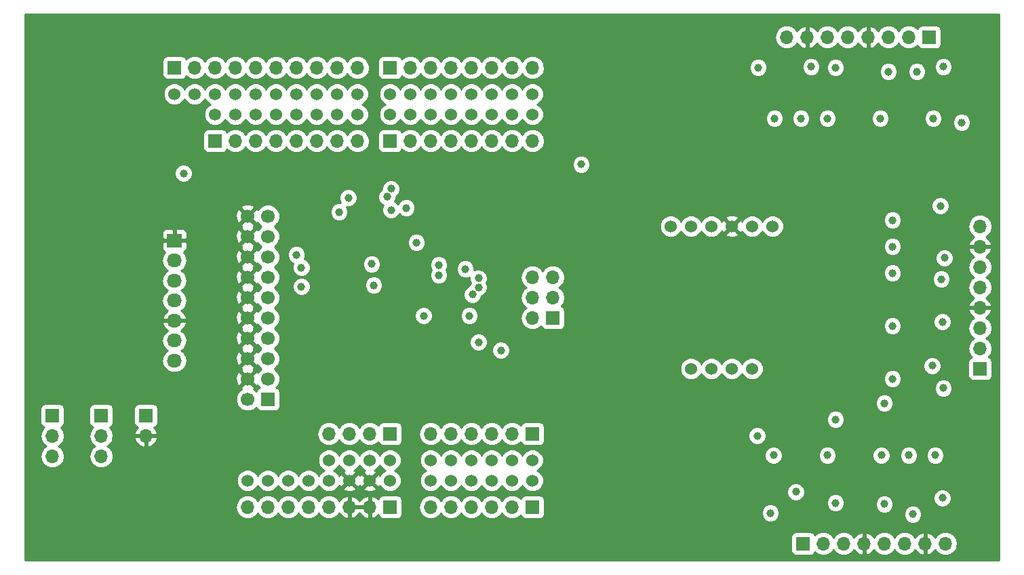
<source format=gbr>
G04 #@! TF.GenerationSoftware,KiCad,Pcbnew,5.0.0-fee4fd1~66~ubuntu18.04.1*
G04 #@! TF.CreationDate,2018-10-02T15:59:07+02:00*
G04 #@! TF.ProjectId,pcb,7063622E6B696361645F706362000000,rev?*
G04 #@! TF.SameCoordinates,Original*
G04 #@! TF.FileFunction,Copper,L2,Inr,Plane*
G04 #@! TF.FilePolarity,Positive*
%FSLAX46Y46*%
G04 Gerber Fmt 4.6, Leading zero omitted, Abs format (unit mm)*
G04 Created by KiCad (PCBNEW 5.0.0-fee4fd1~66~ubuntu18.04.1) date Tue Oct  2 15:59:07 2018*
%MOMM*%
%LPD*%
G01*
G04 APERTURE LIST*
G04 #@! TA.AperFunction,ViaPad*
%ADD10C,1.524000*%
G04 #@! TD*
G04 #@! TA.AperFunction,ViaPad*
%ADD11C,1.523000*%
G04 #@! TD*
G04 #@! TA.AperFunction,ViaPad*
%ADD12O,1.850000X1.700000*%
G04 #@! TD*
G04 #@! TA.AperFunction,ViaPad*
%ADD13R,1.850000X1.700000*%
G04 #@! TD*
G04 #@! TA.AperFunction,ViaPad*
%ADD14O,1.700000X1.700000*%
G04 #@! TD*
G04 #@! TA.AperFunction,ViaPad*
%ADD15R,1.700000X1.700000*%
G04 #@! TD*
G04 #@! TA.AperFunction,ViaPad*
%ADD16C,1.700000*%
G04 #@! TD*
G04 #@! TA.AperFunction,ViaPad*
%ADD17C,1.000000*%
G04 #@! TD*
G04 #@! TA.AperFunction,Conductor*
%ADD18C,0.254000*%
G04 #@! TD*
G04 APERTURE END LIST*
D10*
G04 #@! TO.N,Net-(U2-PadNC1)*
G04 #@! TO.C,U2*
X83820000Y-101600000D03*
G04 #@! TO.N,Net-(JP8-Pad7)*
X86360000Y-101600000D03*
G04 #@! TO.N,/PYNQ_SCL*
X74676000Y-53340000D03*
G04 #@! TO.N,/PYNQ_SDA*
X77216000Y-53340000D03*
G04 #@! TO.N,VCC*
X93980000Y-101600000D03*
D11*
G04 #@! TO.N,Net-(JP4-Pad3)*
X79756000Y-53340000D03*
D10*
G04 #@! TO.N,Net-(JP4-Pad4)*
X82296000Y-53340000D03*
G04 #@! TO.N,Net-(JP4-Pad5)*
X84836000Y-53340000D03*
G04 #@! TO.N,Net-(JP4-Pad6)*
X87376000Y-53340000D03*
G04 #@! TO.N,Net-(JP4-Pad7)*
X89916000Y-53340000D03*
G04 #@! TO.N,Net-(JP4-Pad8)*
X92456000Y-53340000D03*
G04 #@! TO.N,Net-(JP4-Pad9)*
X94996000Y-53340000D03*
G04 #@! TO.N,Net-(JP4-Pad10)*
X97536000Y-53340000D03*
G04 #@! TO.N,Net-(JP3-Pad1)*
X101600000Y-53340000D03*
G04 #@! TO.N,Net-(JP3-Pad2)*
X104140000Y-53340000D03*
G04 #@! TO.N,/PYNQ-DEBUG/LED_2*
X106680000Y-53340000D03*
G04 #@! TO.N,/PYNQ-DEBUG/LED_1*
X109220000Y-53340000D03*
G04 #@! TO.N,/PYNQ-DEBUG/SW_2*
X111760000Y-53340000D03*
G04 #@! TO.N,/PYNQ-DEBUG/SW_1*
X114300000Y-53340000D03*
G04 #@! TO.N,/PYNQ_TX*
X116840000Y-53340000D03*
G04 #@! TO.N,/PYNQ_RX*
X119380000Y-53340000D03*
G04 #@! TO.N,Net-(JP8-Pad6)*
X88900000Y-101600000D03*
G04 #@! TO.N,+3V3*
X91440000Y-101600000D03*
G04 #@! TO.N,GND*
X96520000Y-101600000D03*
X99060000Y-101600000D03*
G04 #@! TO.N,Net-(JP8-Pad1)*
X101600000Y-101600000D03*
G04 #@! TO.N,Net-(JP7-Pad4)*
X111760000Y-101600000D03*
G04 #@! TO.N,Net-(JP7-Pad5)*
X109220000Y-101600000D03*
G04 #@! TO.N,Net-(JP7-Pad6)*
X106680000Y-101600000D03*
G04 #@! TO.N,Net-(JP7-Pad3)*
X114300000Y-101600000D03*
G04 #@! TO.N,Net-(JP7-Pad2)*
X116840000Y-101600000D03*
G04 #@! TO.N,Net-(JP7-Pad1)*
X119380000Y-101600000D03*
G04 #@! TO.N,Net-(JP1-Pad8)*
X119380000Y-55880000D03*
G04 #@! TO.N,Net-(JP1-Pad7)*
X116840000Y-55880000D03*
G04 #@! TO.N,Net-(JP1-Pad6)*
X114300000Y-55880000D03*
G04 #@! TO.N,Net-(JP1-Pad5)*
X111760000Y-55880000D03*
G04 #@! TO.N,Net-(JP1-Pad4)*
X109220000Y-55880000D03*
G04 #@! TO.N,Net-(JP1-Pad3)*
X106680000Y-55880000D03*
G04 #@! TO.N,Net-(JP1-Pad2)*
X104140000Y-55880000D03*
G04 #@! TO.N,Net-(JP1-Pad1)*
X101600000Y-55880000D03*
G04 #@! TO.N,Net-(JP2-Pad8)*
X97536000Y-55880000D03*
G04 #@! TO.N,Net-(JP2-Pad7)*
X94996000Y-55880000D03*
G04 #@! TO.N,Net-(JP2-Pad6)*
X92456000Y-55880000D03*
G04 #@! TO.N,Net-(JP2-Pad5)*
X89916000Y-55880000D03*
G04 #@! TO.N,Net-(JP2-Pad4)*
X87376000Y-55880000D03*
G04 #@! TO.N,Net-(JP2-Pad3)*
X84836000Y-55880000D03*
G04 #@! TO.N,Net-(JP2-Pad2)*
X82296000Y-55880000D03*
D11*
G04 #@! TO.N,Net-(JP2-Pad1)*
X79756000Y-55880000D03*
D10*
G04 #@! TO.N,Net-(JP5-Pad1)*
X119380000Y-99060000D03*
G04 #@! TO.N,Net-(JP5-Pad2)*
X116840000Y-99060000D03*
G04 #@! TO.N,Net-(JP5-Pad3)*
X114300000Y-99060000D03*
G04 #@! TO.N,Net-(JP5-Pad6)*
X106680000Y-99060000D03*
G04 #@! TO.N,Net-(JP5-Pad5)*
X109220000Y-99060000D03*
G04 #@! TO.N,Net-(JP5-Pad4)*
X111760000Y-99060000D03*
G04 #@! TO.N,Net-(JP6-Pad1)*
X101600000Y-99060000D03*
G04 #@! TO.N,Net-(JP6-Pad2)*
X99060000Y-99060000D03*
G04 #@! TO.N,Net-(JP6-Pad3)*
X96520000Y-99060000D03*
G04 #@! TO.N,Net-(JP6-Pad4)*
X93980000Y-99060000D03*
G04 #@! TD*
G04 #@! TO.N,/PB10_IMU_RST*
G04 #@! TO.C,U3*
X136652000Y-69850000D03*
G04 #@! TO.N,/PB12_IMU_SCL*
X139192000Y-69850000D03*
G04 #@! TO.N,/PB11_IMU_SDA*
X141732000Y-69850000D03*
G04 #@! TO.N,GND*
X144272000Y-69850000D03*
G04 #@! TO.N,Net-(U3-Pad5)*
X146812000Y-69850000D03*
G04 #@! TO.N,+3V3*
X149352000Y-69850000D03*
G04 #@! TO.N,Net-(U3-Pad7)*
X146812000Y-87630000D03*
G04 #@! TO.N,Net-(U3-Pad8)*
X144272000Y-87630000D03*
G04 #@! TO.N,/PA9_IMU_INT*
X141732000Y-87630000D03*
G04 #@! TO.N,Net-(U3-Pad10)*
X139192000Y-87630000D03*
G04 #@! TD*
D12*
G04 #@! TO.N,Net-(JP9-Pad2)*
G04 #@! TO.C,U4*
X74676000Y-86628000D03*
G04 #@! TO.N,/LIDAR/MOTO_CTRL*
X74676000Y-84128000D03*
G04 #@! TO.N,GND*
X74676000Y-81628000D03*
G04 #@! TO.N,Net-(C11-Pad1)*
X74676000Y-79128000D03*
G04 #@! TO.N,/LIDAR/RX*
X74676000Y-76628000D03*
G04 #@! TO.N,/LIDAR/TX*
X74676000Y-74128000D03*
D13*
G04 #@! TO.N,GND*
X74676000Y-71628000D03*
G04 #@! TD*
D14*
G04 #@! TO.N,/SPI/MISO*
G04 #@! TO.C,J2*
X119380000Y-76200000D03*
G04 #@! TO.N,Net-(J2-Pad5)*
X121920000Y-76200000D03*
G04 #@! TO.N,/SPI/SCLK*
X119380000Y-78740000D03*
G04 #@! TO.N,/SPI/MOSI*
X121920000Y-78740000D03*
G04 #@! TO.N,/SPI/SS*
X119380000Y-81280000D03*
D15*
G04 #@! TO.N,Net-(J2-Pad1)*
X121920000Y-81280000D03*
G04 #@! TD*
D16*
G04 #@! TO.N,GND*
G04 #@! TO.C,J1*
X83820000Y-68580000D03*
G04 #@! TO.N,Net-(J1-Pad19)*
X86360000Y-68580000D03*
G04 #@! TO.N,GND*
X83820000Y-71120000D03*
G04 #@! TO.N,Net-(J1-Pad17)*
X86360000Y-71120000D03*
G04 #@! TO.N,GND*
X83820000Y-73660000D03*
G04 #@! TO.N,/MCU_RST*
X86360000Y-73660000D03*
G04 #@! TO.N,GND*
X83820000Y-76200000D03*
G04 #@! TO.N,/JTAG/SWO*
X86360000Y-76200000D03*
G04 #@! TO.N,GND*
X83820000Y-78740000D03*
G04 #@! TO.N,Net-(J1-Pad11)*
X86360000Y-78740000D03*
G04 #@! TO.N,GND*
X83820000Y-81280000D03*
G04 #@! TO.N,/JTAG/SWCLK*
X86360000Y-81280000D03*
G04 #@! TO.N,GND*
X83820000Y-83820000D03*
G04 #@! TO.N,/JTAG/SWDIO*
X86360000Y-83820000D03*
G04 #@! TO.N,GND*
X83820000Y-86360000D03*
G04 #@! TO.N,Net-(J1-Pad5)*
X86360000Y-86360000D03*
G04 #@! TO.N,GND*
X83820000Y-88900000D03*
G04 #@! TO.N,Net-(J1-Pad3)*
X86360000Y-88900000D03*
G04 #@! TO.N,Net-(J1-Pad2)*
X83820000Y-91440000D03*
D15*
G04 #@! TO.N,+3V3*
X86360000Y-91440000D03*
G04 #@! TD*
D14*
G04 #@! TO.N,Net-(JP2-Pad8)*
G04 #@! TO.C,JP2*
X97536000Y-59182000D03*
G04 #@! TO.N,Net-(JP2-Pad7)*
X94996000Y-59182000D03*
G04 #@! TO.N,Net-(JP2-Pad6)*
X92456000Y-59182000D03*
G04 #@! TO.N,Net-(JP2-Pad5)*
X89916000Y-59182000D03*
G04 #@! TO.N,Net-(JP2-Pad4)*
X87376000Y-59182000D03*
G04 #@! TO.N,Net-(JP2-Pad3)*
X84836000Y-59182000D03*
G04 #@! TO.N,Net-(JP2-Pad2)*
X82296000Y-59182000D03*
D15*
G04 #@! TO.N,Net-(JP2-Pad1)*
X79756000Y-59182000D03*
G04 #@! TD*
D14*
G04 #@! TO.N,/PYNQ_RX*
G04 #@! TO.C,JP3*
X119380000Y-50038000D03*
G04 #@! TO.N,/PYNQ_TX*
X116840000Y-50038000D03*
G04 #@! TO.N,/PYNQ-DEBUG/SW_1*
X114300000Y-50038000D03*
G04 #@! TO.N,/PYNQ-DEBUG/SW_2*
X111760000Y-50038000D03*
G04 #@! TO.N,/PYNQ-DEBUG/LED_1*
X109220000Y-50038000D03*
G04 #@! TO.N,/PYNQ-DEBUG/LED_2*
X106680000Y-50038000D03*
G04 #@! TO.N,Net-(JP3-Pad2)*
X104140000Y-50038000D03*
D15*
G04 #@! TO.N,Net-(JP3-Pad1)*
X101600000Y-50038000D03*
G04 #@! TD*
D14*
G04 #@! TO.N,GND*
G04 #@! TO.C,BT1*
X71120000Y-96012000D03*
D15*
G04 #@! TO.N,Net-(BT1-Pad1)*
X71120000Y-93472000D03*
G04 #@! TD*
D14*
G04 #@! TO.N,Net-(SW6-Pad5)*
G04 #@! TO.C,U5*
X151130000Y-46228000D03*
G04 #@! TO.N,GND*
X153670000Y-46228000D03*
G04 #@! TO.N,Net-(SW6-Pad2)*
X156210000Y-46228000D03*
G04 #@! TO.N,Net-(SW4-Pad5)*
X158750000Y-46228000D03*
G04 #@! TO.N,GND*
X161290000Y-46228000D03*
G04 #@! TO.N,Net-(SW4-Pad2)*
X163830000Y-46228000D03*
G04 #@! TO.N,Net-(SW3-Pad5)*
X166370000Y-46228000D03*
D15*
G04 #@! TO.N,Net-(SW3-Pad2)*
X168910000Y-46228000D03*
G04 #@! TD*
D14*
G04 #@! TO.N,Net-(SW8-Pad5)*
G04 #@! TO.C,U6*
X175260000Y-69850000D03*
G04 #@! TO.N,GND*
X175260000Y-72390000D03*
G04 #@! TO.N,Net-(SW8-Pad2)*
X175260000Y-74930000D03*
G04 #@! TO.N,Net-(SW7-Pad5)*
X175260000Y-77470000D03*
G04 #@! TO.N,GND*
X175260000Y-80010000D03*
G04 #@! TO.N,Net-(SW7-Pad2)*
X175260000Y-82550000D03*
G04 #@! TO.N,Net-(SW5-Pad5)*
X175260000Y-85090000D03*
D15*
G04 #@! TO.N,Net-(SW5-Pad2)*
X175260000Y-87630000D03*
G04 #@! TD*
D14*
G04 #@! TO.N,Net-(SW11-Pad5)*
G04 #@! TO.C,U7*
X170942000Y-109474000D03*
G04 #@! TO.N,GND*
X168402000Y-109474000D03*
G04 #@! TO.N,Net-(SW11-Pad2)*
X165862000Y-109474000D03*
G04 #@! TO.N,Net-(SW10-Pad5)*
X163322000Y-109474000D03*
G04 #@! TO.N,GND*
X160782000Y-109474000D03*
G04 #@! TO.N,Net-(SW10-Pad2)*
X158242000Y-109474000D03*
G04 #@! TO.N,Net-(SW9-Pad5)*
X155702000Y-109474000D03*
D15*
G04 #@! TO.N,Net-(SW9-Pad2)*
X153162000Y-109474000D03*
G04 #@! TD*
D14*
G04 #@! TO.N,Net-(JP1-Pad8)*
G04 #@! TO.C,JP1*
X119380000Y-59182000D03*
G04 #@! TO.N,Net-(JP1-Pad7)*
X116840000Y-59182000D03*
G04 #@! TO.N,Net-(JP1-Pad6)*
X114300000Y-59182000D03*
G04 #@! TO.N,Net-(JP1-Pad5)*
X111760000Y-59182000D03*
G04 #@! TO.N,Net-(JP1-Pad4)*
X109220000Y-59182000D03*
G04 #@! TO.N,Net-(JP1-Pad3)*
X106680000Y-59182000D03*
G04 #@! TO.N,Net-(JP1-Pad2)*
X104140000Y-59182000D03*
D15*
G04 #@! TO.N,Net-(JP1-Pad1)*
X101600000Y-59182000D03*
G04 #@! TD*
D14*
G04 #@! TO.N,Net-(JP4-Pad10)*
G04 #@! TO.C,JP4*
X97536000Y-50038000D03*
G04 #@! TO.N,Net-(JP4-Pad9)*
X94996000Y-50038000D03*
G04 #@! TO.N,Net-(JP4-Pad8)*
X92456000Y-50038000D03*
G04 #@! TO.N,Net-(JP4-Pad7)*
X89916000Y-50038000D03*
G04 #@! TO.N,Net-(JP4-Pad6)*
X87376000Y-50038000D03*
G04 #@! TO.N,Net-(JP4-Pad5)*
X84836000Y-50038000D03*
G04 #@! TO.N,Net-(JP4-Pad4)*
X82296000Y-50038000D03*
G04 #@! TO.N,Net-(JP4-Pad3)*
X79756000Y-50038000D03*
G04 #@! TO.N,/PYNQ_SDA*
X77216000Y-50038000D03*
D15*
G04 #@! TO.N,/PYNQ_SCL*
X74676000Y-50038000D03*
G04 #@! TD*
D14*
G04 #@! TO.N,Net-(JP5-Pad6)*
G04 #@! TO.C,JP5*
X106680000Y-95758000D03*
G04 #@! TO.N,Net-(JP5-Pad5)*
X109220000Y-95758000D03*
G04 #@! TO.N,Net-(JP5-Pad4)*
X111760000Y-95758000D03*
G04 #@! TO.N,Net-(JP5-Pad3)*
X114300000Y-95758000D03*
G04 #@! TO.N,Net-(JP5-Pad2)*
X116840000Y-95758000D03*
D15*
G04 #@! TO.N,Net-(JP5-Pad1)*
X119380000Y-95758000D03*
G04 #@! TD*
D14*
G04 #@! TO.N,Net-(JP6-Pad4)*
G04 #@! TO.C,JP6*
X93980000Y-95758000D03*
G04 #@! TO.N,Net-(JP6-Pad3)*
X96520000Y-95758000D03*
G04 #@! TO.N,Net-(JP6-Pad2)*
X99060000Y-95758000D03*
D15*
G04 #@! TO.N,Net-(JP6-Pad1)*
X101600000Y-95758000D03*
G04 #@! TD*
D14*
G04 #@! TO.N,Net-(JP7-Pad6)*
G04 #@! TO.C,JP7*
X106680000Y-104902000D03*
G04 #@! TO.N,Net-(JP7-Pad5)*
X109220000Y-104902000D03*
G04 #@! TO.N,Net-(JP7-Pad4)*
X111760000Y-104902000D03*
G04 #@! TO.N,Net-(JP7-Pad3)*
X114300000Y-104902000D03*
G04 #@! TO.N,Net-(JP7-Pad2)*
X116840000Y-104902000D03*
D15*
G04 #@! TO.N,Net-(JP7-Pad1)*
X119380000Y-104902000D03*
G04 #@! TD*
D14*
G04 #@! TO.N,Net-(JP8-Pad8)*
G04 #@! TO.C,JP8*
X83820000Y-104902000D03*
G04 #@! TO.N,Net-(JP8-Pad7)*
X86360000Y-104902000D03*
G04 #@! TO.N,Net-(JP8-Pad6)*
X88900000Y-104902000D03*
G04 #@! TO.N,+3V3*
X91440000Y-104902000D03*
G04 #@! TO.N,VCC*
X93980000Y-104902000D03*
G04 #@! TO.N,GND*
X96520000Y-104902000D03*
X99060000Y-104902000D03*
D15*
G04 #@! TO.N,Net-(JP8-Pad1)*
X101600000Y-104902000D03*
G04 #@! TD*
D14*
G04 #@! TO.N,VCC*
G04 #@! TO.C,JP9*
X65532000Y-98552000D03*
G04 #@! TO.N,Net-(JP9-Pad2)*
X65532000Y-96012000D03*
D15*
G04 #@! TO.N,Net-(BT1-Pad1)*
X65532000Y-93472000D03*
G04 #@! TD*
G04 #@! TO.N,Net-(BT1-Pad1)*
G04 #@! TO.C,JP10*
X59436000Y-93472000D03*
D14*
G04 #@! TO.N,Net-(C11-Pad1)*
X59436000Y-96012000D03*
G04 #@! TO.N,VCC*
X59436000Y-98552000D03*
G04 #@! TD*
D17*
G04 #@! TO.N,GND*
X92964000Y-70358000D03*
X132080000Y-46101000D03*
X140589000Y-46228000D03*
X58420000Y-48387000D03*
X67691000Y-81407000D03*
X95758000Y-76200000D03*
X101727000Y-74930000D03*
X111379000Y-82550000D03*
X111379000Y-82550000D03*
X111379000Y-82550000D03*
G04 #@! TO.N,+3V3*
X110998000Y-75184000D03*
X172974000Y-56896000D03*
X152908000Y-56388000D03*
X163322000Y-91948000D03*
X164338000Y-72390000D03*
X125476000Y-62103000D03*
X147447000Y-96012000D03*
X166370000Y-98425000D03*
X75819000Y-63246000D03*
X99568000Y-77216000D03*
X105791000Y-81026000D03*
X104902000Y-71882000D03*
G04 #@! TO.N,/AVDD_DEC*
X107696000Y-74676000D03*
G04 #@! TO.N,/DEC*
X99314000Y-74549000D03*
G04 #@! TO.N,/JTAG/SWO*
X89916000Y-73406000D03*
G04 #@! TO.N,/MCU_RST*
X111506000Y-81026000D03*
G04 #@! TO.N,/PYNQ_TX*
X101727000Y-67818000D03*
G04 #@! TO.N,/PYNQ_RX*
X103632000Y-67564000D03*
G04 #@! TO.N,/PYNQ_SCL*
X101219000Y-66167000D03*
G04 #@! TO.N,/PYNQ_SDA*
X101727000Y-65151000D03*
G04 #@! TO.N,VCC*
X170688000Y-49911000D03*
X154178000Y-49911000D03*
X170688000Y-90043000D03*
X170815000Y-73787000D03*
X149098000Y-105664000D03*
X166878000Y-105791000D03*
G04 #@! TO.N,/CLOCK/HFXTAL_N*
X107696000Y-75946000D03*
G04 #@! TO.N,/LIDAR/RX*
X90518999Y-77375001D03*
G04 #@! TO.N,/LIDAR/TX*
X90518999Y-75024999D03*
G04 #@! TO.N,Net-(Q1-Pad3)*
X167386000Y-50546000D03*
G04 #@! TO.N,Net-(Q2-Pad3)*
X169291000Y-87249000D03*
G04 #@! TO.N,Net-(Q3-Pad3)*
X163830000Y-50546000D03*
G04 #@! TO.N,Net-(Q4-Pad3)*
X170561000Y-81788000D03*
G04 #@! TO.N,Net-(Q5-Pad3)*
X157226000Y-50038000D03*
G04 #@! TO.N,Net-(Q6-Pad3)*
X170434000Y-76454000D03*
G04 #@! TO.N,Net-(Q7-Pad3)*
X147574000Y-50038000D03*
G04 #@! TO.N,Net-(Q8-Pad3)*
X170307000Y-67310000D03*
G04 #@! TO.N,Net-(Q9-Pad3)*
X152273000Y-102997000D03*
G04 #@! TO.N,Net-(Q10-Pad3)*
X157226000Y-104394000D03*
G04 #@! TO.N,Net-(Q11-Pad3)*
X163322000Y-104521000D03*
G04 #@! TO.N,Net-(Q12-Pad3)*
X170561000Y-103759000D03*
G04 #@! TO.N,/PF11_ARX*
X156210000Y-56388000D03*
X95250000Y-68072000D03*
G04 #@! TO.N,/PB8_CRX*
X164338000Y-75692000D03*
G04 #@! TO.N,/PF10_ATX*
X149606000Y-56388000D03*
X96393000Y-66294000D03*
G04 #@! TO.N,/PB7_CTX*
X164338000Y-69088000D03*
G04 #@! TO.N,/PC3_BRX*
X162941000Y-98425000D03*
G04 #@! TO.N,/PC2_BTX*
X169672000Y-98425000D03*
X157226000Y-93980000D03*
G04 #@! TO.N,/PB11_IMU_SDA*
X112649000Y-77478001D03*
G04 #@! TO.N,/PB12_IMU_SCL*
X112649000Y-76327000D03*
G04 #@! TO.N,/PB10_IMU_RST*
X111887000Y-78359000D03*
G04 #@! TO.N,/PD6_A1*
X169418000Y-56388000D03*
G04 #@! TO.N,/PD7_A2*
X162814000Y-56388000D03*
G04 #@! TO.N,/PA7_C1*
X115443000Y-85344000D03*
X164338000Y-88900000D03*
G04 #@! TO.N,/PA8_C2*
X112649000Y-84328000D03*
X164338000Y-82296000D03*
G04 #@! TO.N,/PC0_B1*
X149479000Y-98425000D03*
G04 #@! TO.N,/PC1_B2*
X156210000Y-98425000D03*
G04 #@! TD*
D18*
G04 #@! TO.N,GND*
G36*
X173863000Y-43814727D02*
X173863000Y-56179867D01*
X173616926Y-55933793D01*
X173199766Y-55761000D01*
X172748234Y-55761000D01*
X172331074Y-55933793D01*
X172011793Y-56253074D01*
X171839000Y-56670234D01*
X171839000Y-57121766D01*
X172011793Y-57538926D01*
X172331074Y-57858207D01*
X172748234Y-58031000D01*
X173199766Y-58031000D01*
X173616926Y-57858207D01*
X173863000Y-57612133D01*
X173863000Y-63754000D01*
X173872667Y-63802601D01*
X173904571Y-63847972D01*
X176657000Y-66350180D01*
X176657000Y-69267830D01*
X176330625Y-68779375D01*
X175839418Y-68451161D01*
X175406256Y-68365000D01*
X175113744Y-68365000D01*
X174680582Y-68451161D01*
X174189375Y-68779375D01*
X173861161Y-69270582D01*
X173745908Y-69850000D01*
X173861161Y-70429418D01*
X174189375Y-70920625D01*
X174508478Y-71133843D01*
X174378642Y-71194817D01*
X173988355Y-71623076D01*
X173818524Y-72033110D01*
X173939845Y-72263000D01*
X175133000Y-72263000D01*
X175133000Y-72243000D01*
X175387000Y-72243000D01*
X175387000Y-72263000D01*
X175407000Y-72263000D01*
X175407000Y-72517000D01*
X175387000Y-72517000D01*
X175387000Y-72537000D01*
X175133000Y-72537000D01*
X175133000Y-72517000D01*
X173939845Y-72517000D01*
X173818524Y-72746890D01*
X173988355Y-73156924D01*
X174378642Y-73585183D01*
X174508478Y-73646157D01*
X174189375Y-73859375D01*
X173861161Y-74350582D01*
X173745908Y-74930000D01*
X173861161Y-75509418D01*
X174189375Y-76000625D01*
X174487761Y-76200000D01*
X174189375Y-76399375D01*
X173861161Y-76890582D01*
X173745908Y-77470000D01*
X173861161Y-78049418D01*
X174189375Y-78540625D01*
X174508478Y-78753843D01*
X174378642Y-78814817D01*
X173988355Y-79243076D01*
X173818524Y-79653110D01*
X173939845Y-79883000D01*
X175133000Y-79883000D01*
X175133000Y-79863000D01*
X175387000Y-79863000D01*
X175387000Y-79883000D01*
X175407000Y-79883000D01*
X175407000Y-80137000D01*
X175387000Y-80137000D01*
X175387000Y-80157000D01*
X175133000Y-80157000D01*
X175133000Y-80137000D01*
X173939845Y-80137000D01*
X173818524Y-80366890D01*
X173988355Y-80776924D01*
X174378642Y-81205183D01*
X174508478Y-81266157D01*
X174189375Y-81479375D01*
X173861161Y-81970582D01*
X173745908Y-82550000D01*
X173861161Y-83129418D01*
X174189375Y-83620625D01*
X174487761Y-83820000D01*
X174189375Y-84019375D01*
X173861161Y-84510582D01*
X173745908Y-85090000D01*
X173861161Y-85669418D01*
X174189375Y-86160625D01*
X174207619Y-86172816D01*
X174162235Y-86181843D01*
X173952191Y-86322191D01*
X173811843Y-86532235D01*
X173762560Y-86780000D01*
X173762560Y-88480000D01*
X173811843Y-88727765D01*
X173952191Y-88937809D01*
X174162235Y-89078157D01*
X174410000Y-89127440D01*
X176110000Y-89127440D01*
X176357765Y-89078157D01*
X176567809Y-88937809D01*
X176657000Y-88804326D01*
X176657000Y-98753394D01*
X174408197Y-101002197D01*
X174380667Y-101043399D01*
X174371000Y-101092000D01*
X174371000Y-111125000D01*
X56261000Y-111125000D01*
X56261000Y-108624000D01*
X151664560Y-108624000D01*
X151664560Y-110324000D01*
X151713843Y-110571765D01*
X151854191Y-110781809D01*
X152064235Y-110922157D01*
X152312000Y-110971440D01*
X154012000Y-110971440D01*
X154259765Y-110922157D01*
X154469809Y-110781809D01*
X154610157Y-110571765D01*
X154619184Y-110526381D01*
X154631375Y-110544625D01*
X155122582Y-110872839D01*
X155555744Y-110959000D01*
X155848256Y-110959000D01*
X156281418Y-110872839D01*
X156772625Y-110544625D01*
X156972000Y-110246239D01*
X157171375Y-110544625D01*
X157662582Y-110872839D01*
X158095744Y-110959000D01*
X158388256Y-110959000D01*
X158821418Y-110872839D01*
X159312625Y-110544625D01*
X159525843Y-110225522D01*
X159586817Y-110355358D01*
X160015076Y-110745645D01*
X160425110Y-110915476D01*
X160655000Y-110794155D01*
X160655000Y-109601000D01*
X160635000Y-109601000D01*
X160635000Y-109347000D01*
X160655000Y-109347000D01*
X160655000Y-108153845D01*
X160909000Y-108153845D01*
X160909000Y-109347000D01*
X160929000Y-109347000D01*
X160929000Y-109601000D01*
X160909000Y-109601000D01*
X160909000Y-110794155D01*
X161138890Y-110915476D01*
X161548924Y-110745645D01*
X161977183Y-110355358D01*
X162038157Y-110225522D01*
X162251375Y-110544625D01*
X162742582Y-110872839D01*
X163175744Y-110959000D01*
X163468256Y-110959000D01*
X163901418Y-110872839D01*
X164392625Y-110544625D01*
X164592000Y-110246239D01*
X164791375Y-110544625D01*
X165282582Y-110872839D01*
X165715744Y-110959000D01*
X166008256Y-110959000D01*
X166441418Y-110872839D01*
X166932625Y-110544625D01*
X167145843Y-110225522D01*
X167206817Y-110355358D01*
X167635076Y-110745645D01*
X168045110Y-110915476D01*
X168275000Y-110794155D01*
X168275000Y-109601000D01*
X168255000Y-109601000D01*
X168255000Y-109347000D01*
X168275000Y-109347000D01*
X168275000Y-108153845D01*
X168529000Y-108153845D01*
X168529000Y-109347000D01*
X168549000Y-109347000D01*
X168549000Y-109601000D01*
X168529000Y-109601000D01*
X168529000Y-110794155D01*
X168758890Y-110915476D01*
X169168924Y-110745645D01*
X169597183Y-110355358D01*
X169658157Y-110225522D01*
X169871375Y-110544625D01*
X170362582Y-110872839D01*
X170795744Y-110959000D01*
X171088256Y-110959000D01*
X171521418Y-110872839D01*
X172012625Y-110544625D01*
X172340839Y-110053418D01*
X172456092Y-109474000D01*
X172340839Y-108894582D01*
X172012625Y-108403375D01*
X171521418Y-108075161D01*
X171088256Y-107989000D01*
X170795744Y-107989000D01*
X170362582Y-108075161D01*
X169871375Y-108403375D01*
X169658157Y-108722478D01*
X169597183Y-108592642D01*
X169168924Y-108202355D01*
X168758890Y-108032524D01*
X168529000Y-108153845D01*
X168275000Y-108153845D01*
X168045110Y-108032524D01*
X167635076Y-108202355D01*
X167206817Y-108592642D01*
X167145843Y-108722478D01*
X166932625Y-108403375D01*
X166441418Y-108075161D01*
X166008256Y-107989000D01*
X165715744Y-107989000D01*
X165282582Y-108075161D01*
X164791375Y-108403375D01*
X164592000Y-108701761D01*
X164392625Y-108403375D01*
X163901418Y-108075161D01*
X163468256Y-107989000D01*
X163175744Y-107989000D01*
X162742582Y-108075161D01*
X162251375Y-108403375D01*
X162038157Y-108722478D01*
X161977183Y-108592642D01*
X161548924Y-108202355D01*
X161138890Y-108032524D01*
X160909000Y-108153845D01*
X160655000Y-108153845D01*
X160425110Y-108032524D01*
X160015076Y-108202355D01*
X159586817Y-108592642D01*
X159525843Y-108722478D01*
X159312625Y-108403375D01*
X158821418Y-108075161D01*
X158388256Y-107989000D01*
X158095744Y-107989000D01*
X157662582Y-108075161D01*
X157171375Y-108403375D01*
X156972000Y-108701761D01*
X156772625Y-108403375D01*
X156281418Y-108075161D01*
X155848256Y-107989000D01*
X155555744Y-107989000D01*
X155122582Y-108075161D01*
X154631375Y-108403375D01*
X154619184Y-108421619D01*
X154610157Y-108376235D01*
X154469809Y-108166191D01*
X154259765Y-108025843D01*
X154012000Y-107976560D01*
X152312000Y-107976560D01*
X152064235Y-108025843D01*
X151854191Y-108166191D01*
X151713843Y-108376235D01*
X151664560Y-108624000D01*
X56261000Y-108624000D01*
X56261000Y-104902000D01*
X82305908Y-104902000D01*
X82421161Y-105481418D01*
X82749375Y-105972625D01*
X83240582Y-106300839D01*
X83673744Y-106387000D01*
X83966256Y-106387000D01*
X84399418Y-106300839D01*
X84890625Y-105972625D01*
X85090000Y-105674239D01*
X85289375Y-105972625D01*
X85780582Y-106300839D01*
X86213744Y-106387000D01*
X86506256Y-106387000D01*
X86939418Y-106300839D01*
X87430625Y-105972625D01*
X87630000Y-105674239D01*
X87829375Y-105972625D01*
X88320582Y-106300839D01*
X88753744Y-106387000D01*
X89046256Y-106387000D01*
X89479418Y-106300839D01*
X89970625Y-105972625D01*
X90170000Y-105674239D01*
X90369375Y-105972625D01*
X90860582Y-106300839D01*
X91293744Y-106387000D01*
X91586256Y-106387000D01*
X92019418Y-106300839D01*
X92510625Y-105972625D01*
X92710000Y-105674239D01*
X92909375Y-105972625D01*
X93400582Y-106300839D01*
X93833744Y-106387000D01*
X94126256Y-106387000D01*
X94559418Y-106300839D01*
X95050625Y-105972625D01*
X95263843Y-105653522D01*
X95324817Y-105783358D01*
X95753076Y-106173645D01*
X96163110Y-106343476D01*
X96393000Y-106222155D01*
X96393000Y-105029000D01*
X96647000Y-105029000D01*
X96647000Y-106222155D01*
X96876890Y-106343476D01*
X97286924Y-106173645D01*
X97715183Y-105783358D01*
X97790000Y-105624046D01*
X97864817Y-105783358D01*
X98293076Y-106173645D01*
X98703110Y-106343476D01*
X98933000Y-106222155D01*
X98933000Y-105029000D01*
X96647000Y-105029000D01*
X96393000Y-105029000D01*
X96373000Y-105029000D01*
X96373000Y-104775000D01*
X96393000Y-104775000D01*
X96393000Y-103581845D01*
X96647000Y-103581845D01*
X96647000Y-104775000D01*
X98933000Y-104775000D01*
X98933000Y-103581845D01*
X99187000Y-103581845D01*
X99187000Y-104775000D01*
X99207000Y-104775000D01*
X99207000Y-105029000D01*
X99187000Y-105029000D01*
X99187000Y-106222155D01*
X99416890Y-106343476D01*
X99826924Y-106173645D01*
X100131261Y-105896292D01*
X100151843Y-105999765D01*
X100292191Y-106209809D01*
X100502235Y-106350157D01*
X100750000Y-106399440D01*
X102450000Y-106399440D01*
X102697765Y-106350157D01*
X102907809Y-106209809D01*
X103048157Y-105999765D01*
X103097440Y-105752000D01*
X103097440Y-104902000D01*
X105165908Y-104902000D01*
X105281161Y-105481418D01*
X105609375Y-105972625D01*
X106100582Y-106300839D01*
X106533744Y-106387000D01*
X106826256Y-106387000D01*
X107259418Y-106300839D01*
X107750625Y-105972625D01*
X107950000Y-105674239D01*
X108149375Y-105972625D01*
X108640582Y-106300839D01*
X109073744Y-106387000D01*
X109366256Y-106387000D01*
X109799418Y-106300839D01*
X110290625Y-105972625D01*
X110490000Y-105674239D01*
X110689375Y-105972625D01*
X111180582Y-106300839D01*
X111613744Y-106387000D01*
X111906256Y-106387000D01*
X112339418Y-106300839D01*
X112830625Y-105972625D01*
X113030000Y-105674239D01*
X113229375Y-105972625D01*
X113720582Y-106300839D01*
X114153744Y-106387000D01*
X114446256Y-106387000D01*
X114879418Y-106300839D01*
X115370625Y-105972625D01*
X115570000Y-105674239D01*
X115769375Y-105972625D01*
X116260582Y-106300839D01*
X116693744Y-106387000D01*
X116986256Y-106387000D01*
X117419418Y-106300839D01*
X117910625Y-105972625D01*
X117922816Y-105954381D01*
X117931843Y-105999765D01*
X118072191Y-106209809D01*
X118282235Y-106350157D01*
X118530000Y-106399440D01*
X120230000Y-106399440D01*
X120477765Y-106350157D01*
X120687809Y-106209809D01*
X120828157Y-105999765D01*
X120877440Y-105752000D01*
X120877440Y-105438234D01*
X147963000Y-105438234D01*
X147963000Y-105889766D01*
X148135793Y-106306926D01*
X148455074Y-106626207D01*
X148872234Y-106799000D01*
X149323766Y-106799000D01*
X149740926Y-106626207D01*
X150060207Y-106306926D01*
X150233000Y-105889766D01*
X150233000Y-105438234D01*
X150060207Y-105021074D01*
X149740926Y-104701793D01*
X149323766Y-104529000D01*
X148872234Y-104529000D01*
X148455074Y-104701793D01*
X148135793Y-105021074D01*
X147963000Y-105438234D01*
X120877440Y-105438234D01*
X120877440Y-104168234D01*
X156091000Y-104168234D01*
X156091000Y-104619766D01*
X156263793Y-105036926D01*
X156583074Y-105356207D01*
X157000234Y-105529000D01*
X157451766Y-105529000D01*
X157868926Y-105356207D01*
X158188207Y-105036926D01*
X158361000Y-104619766D01*
X158361000Y-104295234D01*
X162187000Y-104295234D01*
X162187000Y-104746766D01*
X162359793Y-105163926D01*
X162679074Y-105483207D01*
X163096234Y-105656000D01*
X163547766Y-105656000D01*
X163766894Y-105565234D01*
X165743000Y-105565234D01*
X165743000Y-106016766D01*
X165915793Y-106433926D01*
X166235074Y-106753207D01*
X166652234Y-106926000D01*
X167103766Y-106926000D01*
X167520926Y-106753207D01*
X167840207Y-106433926D01*
X168013000Y-106016766D01*
X168013000Y-105565234D01*
X167840207Y-105148074D01*
X167520926Y-104828793D01*
X167103766Y-104656000D01*
X166652234Y-104656000D01*
X166235074Y-104828793D01*
X165915793Y-105148074D01*
X165743000Y-105565234D01*
X163766894Y-105565234D01*
X163964926Y-105483207D01*
X164284207Y-105163926D01*
X164457000Y-104746766D01*
X164457000Y-104295234D01*
X164284207Y-103878074D01*
X163964926Y-103558793D01*
X163903221Y-103533234D01*
X169426000Y-103533234D01*
X169426000Y-103984766D01*
X169598793Y-104401926D01*
X169918074Y-104721207D01*
X170335234Y-104894000D01*
X170786766Y-104894000D01*
X171203926Y-104721207D01*
X171523207Y-104401926D01*
X171696000Y-103984766D01*
X171696000Y-103533234D01*
X171523207Y-103116074D01*
X171203926Y-102796793D01*
X170786766Y-102624000D01*
X170335234Y-102624000D01*
X169918074Y-102796793D01*
X169598793Y-103116074D01*
X169426000Y-103533234D01*
X163903221Y-103533234D01*
X163547766Y-103386000D01*
X163096234Y-103386000D01*
X162679074Y-103558793D01*
X162359793Y-103878074D01*
X162187000Y-104295234D01*
X158361000Y-104295234D01*
X158361000Y-104168234D01*
X158188207Y-103751074D01*
X157868926Y-103431793D01*
X157451766Y-103259000D01*
X157000234Y-103259000D01*
X156583074Y-103431793D01*
X156263793Y-103751074D01*
X156091000Y-104168234D01*
X120877440Y-104168234D01*
X120877440Y-104052000D01*
X120828157Y-103804235D01*
X120687809Y-103594191D01*
X120477765Y-103453843D01*
X120230000Y-103404560D01*
X118530000Y-103404560D01*
X118282235Y-103453843D01*
X118072191Y-103594191D01*
X117931843Y-103804235D01*
X117922816Y-103849619D01*
X117910625Y-103831375D01*
X117419418Y-103503161D01*
X116986256Y-103417000D01*
X116693744Y-103417000D01*
X116260582Y-103503161D01*
X115769375Y-103831375D01*
X115570000Y-104129761D01*
X115370625Y-103831375D01*
X114879418Y-103503161D01*
X114446256Y-103417000D01*
X114153744Y-103417000D01*
X113720582Y-103503161D01*
X113229375Y-103831375D01*
X113030000Y-104129761D01*
X112830625Y-103831375D01*
X112339418Y-103503161D01*
X111906256Y-103417000D01*
X111613744Y-103417000D01*
X111180582Y-103503161D01*
X110689375Y-103831375D01*
X110490000Y-104129761D01*
X110290625Y-103831375D01*
X109799418Y-103503161D01*
X109366256Y-103417000D01*
X109073744Y-103417000D01*
X108640582Y-103503161D01*
X108149375Y-103831375D01*
X107950000Y-104129761D01*
X107750625Y-103831375D01*
X107259418Y-103503161D01*
X106826256Y-103417000D01*
X106533744Y-103417000D01*
X106100582Y-103503161D01*
X105609375Y-103831375D01*
X105281161Y-104322582D01*
X105165908Y-104902000D01*
X103097440Y-104902000D01*
X103097440Y-104052000D01*
X103048157Y-103804235D01*
X102907809Y-103594191D01*
X102697765Y-103453843D01*
X102450000Y-103404560D01*
X100750000Y-103404560D01*
X100502235Y-103453843D01*
X100292191Y-103594191D01*
X100151843Y-103804235D01*
X100131261Y-103907708D01*
X99826924Y-103630355D01*
X99416890Y-103460524D01*
X99187000Y-103581845D01*
X98933000Y-103581845D01*
X98703110Y-103460524D01*
X98293076Y-103630355D01*
X97864817Y-104020642D01*
X97790000Y-104179954D01*
X97715183Y-104020642D01*
X97286924Y-103630355D01*
X96876890Y-103460524D01*
X96647000Y-103581845D01*
X96393000Y-103581845D01*
X96163110Y-103460524D01*
X95753076Y-103630355D01*
X95324817Y-104020642D01*
X95263843Y-104150478D01*
X95050625Y-103831375D01*
X94559418Y-103503161D01*
X94126256Y-103417000D01*
X93833744Y-103417000D01*
X93400582Y-103503161D01*
X92909375Y-103831375D01*
X92710000Y-104129761D01*
X92510625Y-103831375D01*
X92019418Y-103503161D01*
X91586256Y-103417000D01*
X91293744Y-103417000D01*
X90860582Y-103503161D01*
X90369375Y-103831375D01*
X90170000Y-104129761D01*
X89970625Y-103831375D01*
X89479418Y-103503161D01*
X89046256Y-103417000D01*
X88753744Y-103417000D01*
X88320582Y-103503161D01*
X87829375Y-103831375D01*
X87630000Y-104129761D01*
X87430625Y-103831375D01*
X86939418Y-103503161D01*
X86506256Y-103417000D01*
X86213744Y-103417000D01*
X85780582Y-103503161D01*
X85289375Y-103831375D01*
X85090000Y-104129761D01*
X84890625Y-103831375D01*
X84399418Y-103503161D01*
X83966256Y-103417000D01*
X83673744Y-103417000D01*
X83240582Y-103503161D01*
X82749375Y-103831375D01*
X82421161Y-104322582D01*
X82305908Y-104902000D01*
X56261000Y-104902000D01*
X56261000Y-101322119D01*
X82423000Y-101322119D01*
X82423000Y-101877881D01*
X82635680Y-102391337D01*
X83028663Y-102784320D01*
X83542119Y-102997000D01*
X84097881Y-102997000D01*
X84611337Y-102784320D01*
X85004320Y-102391337D01*
X85090000Y-102184487D01*
X85175680Y-102391337D01*
X85568663Y-102784320D01*
X86082119Y-102997000D01*
X86637881Y-102997000D01*
X87151337Y-102784320D01*
X87544320Y-102391337D01*
X87630000Y-102184487D01*
X87715680Y-102391337D01*
X88108663Y-102784320D01*
X88622119Y-102997000D01*
X89177881Y-102997000D01*
X89691337Y-102784320D01*
X90084320Y-102391337D01*
X90170000Y-102184487D01*
X90255680Y-102391337D01*
X90648663Y-102784320D01*
X91162119Y-102997000D01*
X91717881Y-102997000D01*
X92231337Y-102784320D01*
X92624320Y-102391337D01*
X92710000Y-102184487D01*
X92795680Y-102391337D01*
X93188663Y-102784320D01*
X93702119Y-102997000D01*
X94257881Y-102997000D01*
X94771337Y-102784320D01*
X94975444Y-102580213D01*
X95719392Y-102580213D01*
X95788857Y-102822397D01*
X96312302Y-103009144D01*
X96867368Y-102981362D01*
X97251143Y-102822397D01*
X97320608Y-102580213D01*
X98259392Y-102580213D01*
X98328857Y-102822397D01*
X98852302Y-103009144D01*
X99407368Y-102981362D01*
X99791143Y-102822397D01*
X99860608Y-102580213D01*
X99060000Y-101779605D01*
X98259392Y-102580213D01*
X97320608Y-102580213D01*
X96520000Y-101779605D01*
X95719392Y-102580213D01*
X94975444Y-102580213D01*
X95164320Y-102391337D01*
X95243428Y-102200353D01*
X95297603Y-102331143D01*
X95539787Y-102400608D01*
X96340395Y-101600000D01*
X96699605Y-101600000D01*
X97500213Y-102400608D01*
X97742397Y-102331143D01*
X97786453Y-102207656D01*
X97837603Y-102331143D01*
X98079787Y-102400608D01*
X98880395Y-101600000D01*
X98079787Y-100799392D01*
X97837603Y-100868857D01*
X97793547Y-100992344D01*
X97742397Y-100868857D01*
X97500213Y-100799392D01*
X96699605Y-101600000D01*
X96340395Y-101600000D01*
X95539787Y-100799392D01*
X95297603Y-100868857D01*
X95247465Y-101009393D01*
X95164320Y-100808663D01*
X94771337Y-100415680D01*
X94564487Y-100330000D01*
X94771337Y-100244320D01*
X95164320Y-99851337D01*
X95250000Y-99644487D01*
X95335680Y-99851337D01*
X95728663Y-100244320D01*
X95919647Y-100323428D01*
X95788857Y-100377603D01*
X95719392Y-100619787D01*
X96520000Y-101420395D01*
X97320608Y-100619787D01*
X97251143Y-100377603D01*
X97110607Y-100327465D01*
X97311337Y-100244320D01*
X97704320Y-99851337D01*
X97790000Y-99644487D01*
X97875680Y-99851337D01*
X98268663Y-100244320D01*
X98459647Y-100323428D01*
X98328857Y-100377603D01*
X98259392Y-100619787D01*
X99060000Y-101420395D01*
X99860608Y-100619787D01*
X99791143Y-100377603D01*
X99650607Y-100327465D01*
X99851337Y-100244320D01*
X100244320Y-99851337D01*
X100330000Y-99644487D01*
X100415680Y-99851337D01*
X100808663Y-100244320D01*
X101015513Y-100330000D01*
X100808663Y-100415680D01*
X100415680Y-100808663D01*
X100336572Y-100999647D01*
X100282397Y-100868857D01*
X100040213Y-100799392D01*
X99239605Y-101600000D01*
X100040213Y-102400608D01*
X100282397Y-102331143D01*
X100332535Y-102190607D01*
X100415680Y-102391337D01*
X100808663Y-102784320D01*
X101322119Y-102997000D01*
X101877881Y-102997000D01*
X102391337Y-102784320D01*
X102784320Y-102391337D01*
X102997000Y-101877881D01*
X102997000Y-101322119D01*
X102784320Y-100808663D01*
X102391337Y-100415680D01*
X102184487Y-100330000D01*
X102391337Y-100244320D01*
X102784320Y-99851337D01*
X102997000Y-99337881D01*
X102997000Y-98782119D01*
X105283000Y-98782119D01*
X105283000Y-99337881D01*
X105495680Y-99851337D01*
X105888663Y-100244320D01*
X106095513Y-100330000D01*
X105888663Y-100415680D01*
X105495680Y-100808663D01*
X105283000Y-101322119D01*
X105283000Y-101877881D01*
X105495680Y-102391337D01*
X105888663Y-102784320D01*
X106402119Y-102997000D01*
X106957881Y-102997000D01*
X107471337Y-102784320D01*
X107864320Y-102391337D01*
X107950000Y-102184487D01*
X108035680Y-102391337D01*
X108428663Y-102784320D01*
X108942119Y-102997000D01*
X109497881Y-102997000D01*
X110011337Y-102784320D01*
X110404320Y-102391337D01*
X110490000Y-102184487D01*
X110575680Y-102391337D01*
X110968663Y-102784320D01*
X111482119Y-102997000D01*
X112037881Y-102997000D01*
X112551337Y-102784320D01*
X112944320Y-102391337D01*
X113030000Y-102184487D01*
X113115680Y-102391337D01*
X113508663Y-102784320D01*
X114022119Y-102997000D01*
X114577881Y-102997000D01*
X115091337Y-102784320D01*
X115484320Y-102391337D01*
X115570000Y-102184487D01*
X115655680Y-102391337D01*
X116048663Y-102784320D01*
X116562119Y-102997000D01*
X117117881Y-102997000D01*
X117631337Y-102784320D01*
X118024320Y-102391337D01*
X118110000Y-102184487D01*
X118195680Y-102391337D01*
X118588663Y-102784320D01*
X119102119Y-102997000D01*
X119657881Y-102997000D01*
X120171337Y-102784320D01*
X120184423Y-102771234D01*
X151138000Y-102771234D01*
X151138000Y-103222766D01*
X151310793Y-103639926D01*
X151630074Y-103959207D01*
X152047234Y-104132000D01*
X152498766Y-104132000D01*
X152915926Y-103959207D01*
X153235207Y-103639926D01*
X153408000Y-103222766D01*
X153408000Y-102771234D01*
X153235207Y-102354074D01*
X152915926Y-102034793D01*
X152498766Y-101862000D01*
X152047234Y-101862000D01*
X151630074Y-102034793D01*
X151310793Y-102354074D01*
X151138000Y-102771234D01*
X120184423Y-102771234D01*
X120564320Y-102391337D01*
X120777000Y-101877881D01*
X120777000Y-101322119D01*
X120564320Y-100808663D01*
X120171337Y-100415680D01*
X119964487Y-100330000D01*
X120171337Y-100244320D01*
X120564320Y-99851337D01*
X120777000Y-99337881D01*
X120777000Y-98782119D01*
X120564320Y-98268663D01*
X120494891Y-98199234D01*
X148344000Y-98199234D01*
X148344000Y-98650766D01*
X148516793Y-99067926D01*
X148836074Y-99387207D01*
X149253234Y-99560000D01*
X149704766Y-99560000D01*
X150121926Y-99387207D01*
X150441207Y-99067926D01*
X150614000Y-98650766D01*
X150614000Y-98199234D01*
X155075000Y-98199234D01*
X155075000Y-98650766D01*
X155247793Y-99067926D01*
X155567074Y-99387207D01*
X155984234Y-99560000D01*
X156435766Y-99560000D01*
X156852926Y-99387207D01*
X157172207Y-99067926D01*
X157345000Y-98650766D01*
X157345000Y-98199234D01*
X161806000Y-98199234D01*
X161806000Y-98650766D01*
X161978793Y-99067926D01*
X162298074Y-99387207D01*
X162715234Y-99560000D01*
X163166766Y-99560000D01*
X163583926Y-99387207D01*
X163903207Y-99067926D01*
X164076000Y-98650766D01*
X164076000Y-98199234D01*
X165235000Y-98199234D01*
X165235000Y-98650766D01*
X165407793Y-99067926D01*
X165727074Y-99387207D01*
X166144234Y-99560000D01*
X166595766Y-99560000D01*
X167012926Y-99387207D01*
X167332207Y-99067926D01*
X167505000Y-98650766D01*
X167505000Y-98199234D01*
X168537000Y-98199234D01*
X168537000Y-98650766D01*
X168709793Y-99067926D01*
X169029074Y-99387207D01*
X169446234Y-99560000D01*
X169897766Y-99560000D01*
X170314926Y-99387207D01*
X170634207Y-99067926D01*
X170807000Y-98650766D01*
X170807000Y-98199234D01*
X170634207Y-97782074D01*
X170314926Y-97462793D01*
X169897766Y-97290000D01*
X169446234Y-97290000D01*
X169029074Y-97462793D01*
X168709793Y-97782074D01*
X168537000Y-98199234D01*
X167505000Y-98199234D01*
X167332207Y-97782074D01*
X167012926Y-97462793D01*
X166595766Y-97290000D01*
X166144234Y-97290000D01*
X165727074Y-97462793D01*
X165407793Y-97782074D01*
X165235000Y-98199234D01*
X164076000Y-98199234D01*
X163903207Y-97782074D01*
X163583926Y-97462793D01*
X163166766Y-97290000D01*
X162715234Y-97290000D01*
X162298074Y-97462793D01*
X161978793Y-97782074D01*
X161806000Y-98199234D01*
X157345000Y-98199234D01*
X157172207Y-97782074D01*
X156852926Y-97462793D01*
X156435766Y-97290000D01*
X155984234Y-97290000D01*
X155567074Y-97462793D01*
X155247793Y-97782074D01*
X155075000Y-98199234D01*
X150614000Y-98199234D01*
X150441207Y-97782074D01*
X150121926Y-97462793D01*
X149704766Y-97290000D01*
X149253234Y-97290000D01*
X148836074Y-97462793D01*
X148516793Y-97782074D01*
X148344000Y-98199234D01*
X120494891Y-98199234D01*
X120171337Y-97875680D01*
X119657881Y-97663000D01*
X119102119Y-97663000D01*
X118588663Y-97875680D01*
X118195680Y-98268663D01*
X118110000Y-98475513D01*
X118024320Y-98268663D01*
X117631337Y-97875680D01*
X117117881Y-97663000D01*
X116562119Y-97663000D01*
X116048663Y-97875680D01*
X115655680Y-98268663D01*
X115570000Y-98475513D01*
X115484320Y-98268663D01*
X115091337Y-97875680D01*
X114577881Y-97663000D01*
X114022119Y-97663000D01*
X113508663Y-97875680D01*
X113115680Y-98268663D01*
X113030000Y-98475513D01*
X112944320Y-98268663D01*
X112551337Y-97875680D01*
X112037881Y-97663000D01*
X111482119Y-97663000D01*
X110968663Y-97875680D01*
X110575680Y-98268663D01*
X110490000Y-98475513D01*
X110404320Y-98268663D01*
X110011337Y-97875680D01*
X109497881Y-97663000D01*
X108942119Y-97663000D01*
X108428663Y-97875680D01*
X108035680Y-98268663D01*
X107950000Y-98475513D01*
X107864320Y-98268663D01*
X107471337Y-97875680D01*
X106957881Y-97663000D01*
X106402119Y-97663000D01*
X105888663Y-97875680D01*
X105495680Y-98268663D01*
X105283000Y-98782119D01*
X102997000Y-98782119D01*
X102784320Y-98268663D01*
X102391337Y-97875680D01*
X101877881Y-97663000D01*
X101322119Y-97663000D01*
X100808663Y-97875680D01*
X100415680Y-98268663D01*
X100330000Y-98475513D01*
X100244320Y-98268663D01*
X99851337Y-97875680D01*
X99337881Y-97663000D01*
X98782119Y-97663000D01*
X98268663Y-97875680D01*
X97875680Y-98268663D01*
X97790000Y-98475513D01*
X97704320Y-98268663D01*
X97311337Y-97875680D01*
X96797881Y-97663000D01*
X96242119Y-97663000D01*
X95728663Y-97875680D01*
X95335680Y-98268663D01*
X95250000Y-98475513D01*
X95164320Y-98268663D01*
X94771337Y-97875680D01*
X94257881Y-97663000D01*
X93702119Y-97663000D01*
X93188663Y-97875680D01*
X92795680Y-98268663D01*
X92583000Y-98782119D01*
X92583000Y-99337881D01*
X92795680Y-99851337D01*
X93188663Y-100244320D01*
X93395513Y-100330000D01*
X93188663Y-100415680D01*
X92795680Y-100808663D01*
X92710000Y-101015513D01*
X92624320Y-100808663D01*
X92231337Y-100415680D01*
X91717881Y-100203000D01*
X91162119Y-100203000D01*
X90648663Y-100415680D01*
X90255680Y-100808663D01*
X90170000Y-101015513D01*
X90084320Y-100808663D01*
X89691337Y-100415680D01*
X89177881Y-100203000D01*
X88622119Y-100203000D01*
X88108663Y-100415680D01*
X87715680Y-100808663D01*
X87630000Y-101015513D01*
X87544320Y-100808663D01*
X87151337Y-100415680D01*
X86637881Y-100203000D01*
X86082119Y-100203000D01*
X85568663Y-100415680D01*
X85175680Y-100808663D01*
X85090000Y-101015513D01*
X85004320Y-100808663D01*
X84611337Y-100415680D01*
X84097881Y-100203000D01*
X83542119Y-100203000D01*
X83028663Y-100415680D01*
X82635680Y-100808663D01*
X82423000Y-101322119D01*
X56261000Y-101322119D01*
X56261000Y-96012000D01*
X57921908Y-96012000D01*
X58037161Y-96591418D01*
X58365375Y-97082625D01*
X58663761Y-97282000D01*
X58365375Y-97481375D01*
X58037161Y-97972582D01*
X57921908Y-98552000D01*
X58037161Y-99131418D01*
X58365375Y-99622625D01*
X58856582Y-99950839D01*
X59289744Y-100037000D01*
X59582256Y-100037000D01*
X60015418Y-99950839D01*
X60506625Y-99622625D01*
X60834839Y-99131418D01*
X60950092Y-98552000D01*
X60834839Y-97972582D01*
X60506625Y-97481375D01*
X60208239Y-97282000D01*
X60506625Y-97082625D01*
X60834839Y-96591418D01*
X60950092Y-96012000D01*
X64017908Y-96012000D01*
X64133161Y-96591418D01*
X64461375Y-97082625D01*
X64759761Y-97282000D01*
X64461375Y-97481375D01*
X64133161Y-97972582D01*
X64017908Y-98552000D01*
X64133161Y-99131418D01*
X64461375Y-99622625D01*
X64952582Y-99950839D01*
X65385744Y-100037000D01*
X65678256Y-100037000D01*
X66111418Y-99950839D01*
X66602625Y-99622625D01*
X66930839Y-99131418D01*
X67046092Y-98552000D01*
X66930839Y-97972582D01*
X66602625Y-97481375D01*
X66304239Y-97282000D01*
X66602625Y-97082625D01*
X66930839Y-96591418D01*
X66975102Y-96368890D01*
X69678524Y-96368890D01*
X69848355Y-96778924D01*
X70238642Y-97207183D01*
X70763108Y-97453486D01*
X70993000Y-97332819D01*
X70993000Y-96139000D01*
X71247000Y-96139000D01*
X71247000Y-97332819D01*
X71476892Y-97453486D01*
X72001358Y-97207183D01*
X72391645Y-96778924D01*
X72561476Y-96368890D01*
X72440155Y-96139000D01*
X71247000Y-96139000D01*
X70993000Y-96139000D01*
X69799845Y-96139000D01*
X69678524Y-96368890D01*
X66975102Y-96368890D01*
X67046092Y-96012000D01*
X66930839Y-95432582D01*
X66602625Y-94941375D01*
X66584381Y-94929184D01*
X66629765Y-94920157D01*
X66839809Y-94779809D01*
X66980157Y-94569765D01*
X67029440Y-94322000D01*
X67029440Y-92622000D01*
X69622560Y-92622000D01*
X69622560Y-94322000D01*
X69671843Y-94569765D01*
X69812191Y-94779809D01*
X70022235Y-94920157D01*
X70125708Y-94940739D01*
X69848355Y-95245076D01*
X69678524Y-95655110D01*
X69799845Y-95885000D01*
X70993000Y-95885000D01*
X70993000Y-95865000D01*
X71247000Y-95865000D01*
X71247000Y-95885000D01*
X72440155Y-95885000D01*
X72507177Y-95758000D01*
X92465908Y-95758000D01*
X92581161Y-96337418D01*
X92909375Y-96828625D01*
X93400582Y-97156839D01*
X93833744Y-97243000D01*
X94126256Y-97243000D01*
X94559418Y-97156839D01*
X95050625Y-96828625D01*
X95250000Y-96530239D01*
X95449375Y-96828625D01*
X95940582Y-97156839D01*
X96373744Y-97243000D01*
X96666256Y-97243000D01*
X97099418Y-97156839D01*
X97590625Y-96828625D01*
X97790000Y-96530239D01*
X97989375Y-96828625D01*
X98480582Y-97156839D01*
X98913744Y-97243000D01*
X99206256Y-97243000D01*
X99639418Y-97156839D01*
X100130625Y-96828625D01*
X100142816Y-96810381D01*
X100151843Y-96855765D01*
X100292191Y-97065809D01*
X100502235Y-97206157D01*
X100750000Y-97255440D01*
X102450000Y-97255440D01*
X102697765Y-97206157D01*
X102907809Y-97065809D01*
X103048157Y-96855765D01*
X103097440Y-96608000D01*
X103097440Y-95758000D01*
X105165908Y-95758000D01*
X105281161Y-96337418D01*
X105609375Y-96828625D01*
X106100582Y-97156839D01*
X106533744Y-97243000D01*
X106826256Y-97243000D01*
X107259418Y-97156839D01*
X107750625Y-96828625D01*
X107950000Y-96530239D01*
X108149375Y-96828625D01*
X108640582Y-97156839D01*
X109073744Y-97243000D01*
X109366256Y-97243000D01*
X109799418Y-97156839D01*
X110290625Y-96828625D01*
X110490000Y-96530239D01*
X110689375Y-96828625D01*
X111180582Y-97156839D01*
X111613744Y-97243000D01*
X111906256Y-97243000D01*
X112339418Y-97156839D01*
X112830625Y-96828625D01*
X113030000Y-96530239D01*
X113229375Y-96828625D01*
X113720582Y-97156839D01*
X114153744Y-97243000D01*
X114446256Y-97243000D01*
X114879418Y-97156839D01*
X115370625Y-96828625D01*
X115570000Y-96530239D01*
X115769375Y-96828625D01*
X116260582Y-97156839D01*
X116693744Y-97243000D01*
X116986256Y-97243000D01*
X117419418Y-97156839D01*
X117910625Y-96828625D01*
X117922816Y-96810381D01*
X117931843Y-96855765D01*
X118072191Y-97065809D01*
X118282235Y-97206157D01*
X118530000Y-97255440D01*
X120230000Y-97255440D01*
X120477765Y-97206157D01*
X120687809Y-97065809D01*
X120828157Y-96855765D01*
X120877440Y-96608000D01*
X120877440Y-95786234D01*
X146312000Y-95786234D01*
X146312000Y-96237766D01*
X146484793Y-96654926D01*
X146804074Y-96974207D01*
X147221234Y-97147000D01*
X147672766Y-97147000D01*
X148089926Y-96974207D01*
X148409207Y-96654926D01*
X148582000Y-96237766D01*
X148582000Y-95786234D01*
X148409207Y-95369074D01*
X148089926Y-95049793D01*
X147672766Y-94877000D01*
X147221234Y-94877000D01*
X146804074Y-95049793D01*
X146484793Y-95369074D01*
X146312000Y-95786234D01*
X120877440Y-95786234D01*
X120877440Y-94908000D01*
X120828157Y-94660235D01*
X120687809Y-94450191D01*
X120477765Y-94309843D01*
X120230000Y-94260560D01*
X118530000Y-94260560D01*
X118282235Y-94309843D01*
X118072191Y-94450191D01*
X117931843Y-94660235D01*
X117922816Y-94705619D01*
X117910625Y-94687375D01*
X117419418Y-94359161D01*
X116986256Y-94273000D01*
X116693744Y-94273000D01*
X116260582Y-94359161D01*
X115769375Y-94687375D01*
X115570000Y-94985761D01*
X115370625Y-94687375D01*
X114879418Y-94359161D01*
X114446256Y-94273000D01*
X114153744Y-94273000D01*
X113720582Y-94359161D01*
X113229375Y-94687375D01*
X113030000Y-94985761D01*
X112830625Y-94687375D01*
X112339418Y-94359161D01*
X111906256Y-94273000D01*
X111613744Y-94273000D01*
X111180582Y-94359161D01*
X110689375Y-94687375D01*
X110490000Y-94985761D01*
X110290625Y-94687375D01*
X109799418Y-94359161D01*
X109366256Y-94273000D01*
X109073744Y-94273000D01*
X108640582Y-94359161D01*
X108149375Y-94687375D01*
X107950000Y-94985761D01*
X107750625Y-94687375D01*
X107259418Y-94359161D01*
X106826256Y-94273000D01*
X106533744Y-94273000D01*
X106100582Y-94359161D01*
X105609375Y-94687375D01*
X105281161Y-95178582D01*
X105165908Y-95758000D01*
X103097440Y-95758000D01*
X103097440Y-94908000D01*
X103048157Y-94660235D01*
X102907809Y-94450191D01*
X102697765Y-94309843D01*
X102450000Y-94260560D01*
X100750000Y-94260560D01*
X100502235Y-94309843D01*
X100292191Y-94450191D01*
X100151843Y-94660235D01*
X100142816Y-94705619D01*
X100130625Y-94687375D01*
X99639418Y-94359161D01*
X99206256Y-94273000D01*
X98913744Y-94273000D01*
X98480582Y-94359161D01*
X97989375Y-94687375D01*
X97790000Y-94985761D01*
X97590625Y-94687375D01*
X97099418Y-94359161D01*
X96666256Y-94273000D01*
X96373744Y-94273000D01*
X95940582Y-94359161D01*
X95449375Y-94687375D01*
X95250000Y-94985761D01*
X95050625Y-94687375D01*
X94559418Y-94359161D01*
X94126256Y-94273000D01*
X93833744Y-94273000D01*
X93400582Y-94359161D01*
X92909375Y-94687375D01*
X92581161Y-95178582D01*
X92465908Y-95758000D01*
X72507177Y-95758000D01*
X72561476Y-95655110D01*
X72391645Y-95245076D01*
X72114292Y-94940739D01*
X72217765Y-94920157D01*
X72427809Y-94779809D01*
X72568157Y-94569765D01*
X72617440Y-94322000D01*
X72617440Y-93754234D01*
X156091000Y-93754234D01*
X156091000Y-94205766D01*
X156263793Y-94622926D01*
X156583074Y-94942207D01*
X157000234Y-95115000D01*
X157451766Y-95115000D01*
X157868926Y-94942207D01*
X158188207Y-94622926D01*
X158361000Y-94205766D01*
X158361000Y-93754234D01*
X158188207Y-93337074D01*
X157868926Y-93017793D01*
X157451766Y-92845000D01*
X157000234Y-92845000D01*
X156583074Y-93017793D01*
X156263793Y-93337074D01*
X156091000Y-93754234D01*
X72617440Y-93754234D01*
X72617440Y-92622000D01*
X72568157Y-92374235D01*
X72427809Y-92164191D01*
X72217765Y-92023843D01*
X71970000Y-91974560D01*
X70270000Y-91974560D01*
X70022235Y-92023843D01*
X69812191Y-92164191D01*
X69671843Y-92374235D01*
X69622560Y-92622000D01*
X67029440Y-92622000D01*
X66980157Y-92374235D01*
X66839809Y-92164191D01*
X66629765Y-92023843D01*
X66382000Y-91974560D01*
X64682000Y-91974560D01*
X64434235Y-92023843D01*
X64224191Y-92164191D01*
X64083843Y-92374235D01*
X64034560Y-92622000D01*
X64034560Y-94322000D01*
X64083843Y-94569765D01*
X64224191Y-94779809D01*
X64434235Y-94920157D01*
X64479619Y-94929184D01*
X64461375Y-94941375D01*
X64133161Y-95432582D01*
X64017908Y-96012000D01*
X60950092Y-96012000D01*
X60834839Y-95432582D01*
X60506625Y-94941375D01*
X60488381Y-94929184D01*
X60533765Y-94920157D01*
X60743809Y-94779809D01*
X60884157Y-94569765D01*
X60933440Y-94322000D01*
X60933440Y-92622000D01*
X60884157Y-92374235D01*
X60743809Y-92164191D01*
X60533765Y-92023843D01*
X60286000Y-91974560D01*
X58586000Y-91974560D01*
X58338235Y-92023843D01*
X58128191Y-92164191D01*
X57987843Y-92374235D01*
X57938560Y-92622000D01*
X57938560Y-94322000D01*
X57987843Y-94569765D01*
X58128191Y-94779809D01*
X58338235Y-94920157D01*
X58383619Y-94929184D01*
X58365375Y-94941375D01*
X58037161Y-95432582D01*
X57921908Y-96012000D01*
X56261000Y-96012000D01*
X56261000Y-91144615D01*
X82335000Y-91144615D01*
X82335000Y-91735385D01*
X82561078Y-92281185D01*
X82978815Y-92698922D01*
X83524615Y-92925000D01*
X84115385Y-92925000D01*
X84661185Y-92698922D01*
X84896994Y-92463113D01*
X84911843Y-92537765D01*
X85052191Y-92747809D01*
X85262235Y-92888157D01*
X85510000Y-92937440D01*
X87210000Y-92937440D01*
X87457765Y-92888157D01*
X87667809Y-92747809D01*
X87808157Y-92537765D01*
X87857440Y-92290000D01*
X87857440Y-91722234D01*
X162187000Y-91722234D01*
X162187000Y-92173766D01*
X162359793Y-92590926D01*
X162679074Y-92910207D01*
X163096234Y-93083000D01*
X163547766Y-93083000D01*
X163964926Y-92910207D01*
X164284207Y-92590926D01*
X164457000Y-92173766D01*
X164457000Y-91722234D01*
X164284207Y-91305074D01*
X163964926Y-90985793D01*
X163547766Y-90813000D01*
X163096234Y-90813000D01*
X162679074Y-90985793D01*
X162359793Y-91305074D01*
X162187000Y-91722234D01*
X87857440Y-91722234D01*
X87857440Y-90590000D01*
X87808157Y-90342235D01*
X87667809Y-90132191D01*
X87457765Y-89991843D01*
X87383113Y-89976994D01*
X87618922Y-89741185D01*
X87845000Y-89195385D01*
X87845000Y-88604615D01*
X87618922Y-88058815D01*
X87201185Y-87641078D01*
X87174440Y-87630000D01*
X87201185Y-87618922D01*
X87467988Y-87352119D01*
X137795000Y-87352119D01*
X137795000Y-87907881D01*
X138007680Y-88421337D01*
X138400663Y-88814320D01*
X138914119Y-89027000D01*
X139469881Y-89027000D01*
X139983337Y-88814320D01*
X140376320Y-88421337D01*
X140462000Y-88214487D01*
X140547680Y-88421337D01*
X140940663Y-88814320D01*
X141454119Y-89027000D01*
X142009881Y-89027000D01*
X142523337Y-88814320D01*
X142916320Y-88421337D01*
X143002000Y-88214487D01*
X143087680Y-88421337D01*
X143480663Y-88814320D01*
X143994119Y-89027000D01*
X144549881Y-89027000D01*
X145063337Y-88814320D01*
X145456320Y-88421337D01*
X145542000Y-88214487D01*
X145627680Y-88421337D01*
X146020663Y-88814320D01*
X146534119Y-89027000D01*
X147089881Y-89027000D01*
X147603337Y-88814320D01*
X147743423Y-88674234D01*
X163203000Y-88674234D01*
X163203000Y-89125766D01*
X163375793Y-89542926D01*
X163695074Y-89862207D01*
X164112234Y-90035000D01*
X164563766Y-90035000D01*
X164980926Y-89862207D01*
X165025899Y-89817234D01*
X169553000Y-89817234D01*
X169553000Y-90268766D01*
X169725793Y-90685926D01*
X170045074Y-91005207D01*
X170462234Y-91178000D01*
X170913766Y-91178000D01*
X171330926Y-91005207D01*
X171650207Y-90685926D01*
X171823000Y-90268766D01*
X171823000Y-89817234D01*
X171650207Y-89400074D01*
X171330926Y-89080793D01*
X170913766Y-88908000D01*
X170462234Y-88908000D01*
X170045074Y-89080793D01*
X169725793Y-89400074D01*
X169553000Y-89817234D01*
X165025899Y-89817234D01*
X165300207Y-89542926D01*
X165473000Y-89125766D01*
X165473000Y-88674234D01*
X165300207Y-88257074D01*
X164980926Y-87937793D01*
X164563766Y-87765000D01*
X164112234Y-87765000D01*
X163695074Y-87937793D01*
X163375793Y-88257074D01*
X163203000Y-88674234D01*
X147743423Y-88674234D01*
X147996320Y-88421337D01*
X148209000Y-87907881D01*
X148209000Y-87352119D01*
X148072772Y-87023234D01*
X168156000Y-87023234D01*
X168156000Y-87474766D01*
X168328793Y-87891926D01*
X168648074Y-88211207D01*
X169065234Y-88384000D01*
X169516766Y-88384000D01*
X169933926Y-88211207D01*
X170253207Y-87891926D01*
X170426000Y-87474766D01*
X170426000Y-87023234D01*
X170253207Y-86606074D01*
X169933926Y-86286793D01*
X169516766Y-86114000D01*
X169065234Y-86114000D01*
X168648074Y-86286793D01*
X168328793Y-86606074D01*
X168156000Y-87023234D01*
X148072772Y-87023234D01*
X147996320Y-86838663D01*
X147603337Y-86445680D01*
X147089881Y-86233000D01*
X146534119Y-86233000D01*
X146020663Y-86445680D01*
X145627680Y-86838663D01*
X145542000Y-87045513D01*
X145456320Y-86838663D01*
X145063337Y-86445680D01*
X144549881Y-86233000D01*
X143994119Y-86233000D01*
X143480663Y-86445680D01*
X143087680Y-86838663D01*
X143002000Y-87045513D01*
X142916320Y-86838663D01*
X142523337Y-86445680D01*
X142009881Y-86233000D01*
X141454119Y-86233000D01*
X140940663Y-86445680D01*
X140547680Y-86838663D01*
X140462000Y-87045513D01*
X140376320Y-86838663D01*
X139983337Y-86445680D01*
X139469881Y-86233000D01*
X138914119Y-86233000D01*
X138400663Y-86445680D01*
X138007680Y-86838663D01*
X137795000Y-87352119D01*
X87467988Y-87352119D01*
X87618922Y-87201185D01*
X87845000Y-86655385D01*
X87845000Y-86064615D01*
X87618922Y-85518815D01*
X87201185Y-85101078D01*
X87174440Y-85090000D01*
X87201185Y-85078922D01*
X87618922Y-84661185D01*
X87845000Y-84115385D01*
X87845000Y-84102234D01*
X111514000Y-84102234D01*
X111514000Y-84553766D01*
X111686793Y-84970926D01*
X112006074Y-85290207D01*
X112423234Y-85463000D01*
X112874766Y-85463000D01*
X113291926Y-85290207D01*
X113463899Y-85118234D01*
X114308000Y-85118234D01*
X114308000Y-85569766D01*
X114480793Y-85986926D01*
X114800074Y-86306207D01*
X115217234Y-86479000D01*
X115668766Y-86479000D01*
X116085926Y-86306207D01*
X116405207Y-85986926D01*
X116578000Y-85569766D01*
X116578000Y-85118234D01*
X116405207Y-84701074D01*
X116085926Y-84381793D01*
X115668766Y-84209000D01*
X115217234Y-84209000D01*
X114800074Y-84381793D01*
X114480793Y-84701074D01*
X114308000Y-85118234D01*
X113463899Y-85118234D01*
X113611207Y-84970926D01*
X113784000Y-84553766D01*
X113784000Y-84102234D01*
X113611207Y-83685074D01*
X113291926Y-83365793D01*
X112874766Y-83193000D01*
X112423234Y-83193000D01*
X112006074Y-83365793D01*
X111686793Y-83685074D01*
X111514000Y-84102234D01*
X87845000Y-84102234D01*
X87845000Y-83524615D01*
X87618922Y-82978815D01*
X87201185Y-82561078D01*
X87174440Y-82550000D01*
X87201185Y-82538922D01*
X87618922Y-82121185D01*
X87845000Y-81575385D01*
X87845000Y-80984615D01*
X87768627Y-80800234D01*
X104656000Y-80800234D01*
X104656000Y-81251766D01*
X104828793Y-81668926D01*
X105148074Y-81988207D01*
X105565234Y-82161000D01*
X106016766Y-82161000D01*
X106433926Y-81988207D01*
X106753207Y-81668926D01*
X106926000Y-81251766D01*
X106926000Y-80800234D01*
X110371000Y-80800234D01*
X110371000Y-81251766D01*
X110543793Y-81668926D01*
X110863074Y-81988207D01*
X111280234Y-82161000D01*
X111731766Y-82161000D01*
X112148926Y-81988207D01*
X112468207Y-81668926D01*
X112641000Y-81251766D01*
X112641000Y-80800234D01*
X112468207Y-80383074D01*
X112148926Y-80063793D01*
X111731766Y-79891000D01*
X111280234Y-79891000D01*
X110863074Y-80063793D01*
X110543793Y-80383074D01*
X110371000Y-80800234D01*
X106926000Y-80800234D01*
X106753207Y-80383074D01*
X106433926Y-80063793D01*
X106016766Y-79891000D01*
X105565234Y-79891000D01*
X105148074Y-80063793D01*
X104828793Y-80383074D01*
X104656000Y-80800234D01*
X87768627Y-80800234D01*
X87618922Y-80438815D01*
X87201185Y-80021078D01*
X87174440Y-80010000D01*
X87201185Y-79998922D01*
X87618922Y-79581185D01*
X87845000Y-79035385D01*
X87845000Y-78444615D01*
X87618922Y-77898815D01*
X87201185Y-77481078D01*
X87174440Y-77470000D01*
X87201185Y-77458922D01*
X87510872Y-77149235D01*
X89383999Y-77149235D01*
X89383999Y-77600767D01*
X89556792Y-78017927D01*
X89876073Y-78337208D01*
X90293233Y-78510001D01*
X90744765Y-78510001D01*
X91161925Y-78337208D01*
X91481206Y-78017927D01*
X91653999Y-77600767D01*
X91653999Y-77149235D01*
X91588139Y-76990234D01*
X98433000Y-76990234D01*
X98433000Y-77441766D01*
X98605793Y-77858926D01*
X98925074Y-78178207D01*
X99342234Y-78351000D01*
X99793766Y-78351000D01*
X100210926Y-78178207D01*
X100530207Y-77858926D01*
X100703000Y-77441766D01*
X100703000Y-76990234D01*
X100530207Y-76573074D01*
X100210926Y-76253793D01*
X99793766Y-76081000D01*
X99342234Y-76081000D01*
X98925074Y-76253793D01*
X98605793Y-76573074D01*
X98433000Y-76990234D01*
X91588139Y-76990234D01*
X91481206Y-76732075D01*
X91161925Y-76412794D01*
X90744765Y-76240001D01*
X90293233Y-76240001D01*
X89876073Y-76412794D01*
X89556792Y-76732075D01*
X89383999Y-77149235D01*
X87510872Y-77149235D01*
X87618922Y-77041185D01*
X87845000Y-76495385D01*
X87845000Y-75904615D01*
X87618922Y-75358815D01*
X87201185Y-74941078D01*
X87174440Y-74930000D01*
X87201185Y-74918922D01*
X87618922Y-74501185D01*
X87845000Y-73955385D01*
X87845000Y-73364615D01*
X87768627Y-73180234D01*
X88781000Y-73180234D01*
X88781000Y-73631766D01*
X88953793Y-74048926D01*
X89273074Y-74368207D01*
X89520145Y-74470547D01*
X89383999Y-74799233D01*
X89383999Y-75250765D01*
X89556792Y-75667925D01*
X89876073Y-75987206D01*
X90293233Y-76159999D01*
X90744765Y-76159999D01*
X91161925Y-75987206D01*
X91481206Y-75667925D01*
X91653999Y-75250765D01*
X91653999Y-74799233D01*
X91481206Y-74382073D01*
X91422367Y-74323234D01*
X98179000Y-74323234D01*
X98179000Y-74774766D01*
X98351793Y-75191926D01*
X98671074Y-75511207D01*
X99088234Y-75684000D01*
X99539766Y-75684000D01*
X99956926Y-75511207D01*
X100276207Y-75191926D01*
X100449000Y-74774766D01*
X100449000Y-74450234D01*
X106561000Y-74450234D01*
X106561000Y-74901766D01*
X106730510Y-75311000D01*
X106561000Y-75720234D01*
X106561000Y-76171766D01*
X106733793Y-76588926D01*
X107053074Y-76908207D01*
X107470234Y-77081000D01*
X107921766Y-77081000D01*
X108338926Y-76908207D01*
X108658207Y-76588926D01*
X108831000Y-76171766D01*
X108831000Y-75720234D01*
X108661490Y-75311000D01*
X108807610Y-74958234D01*
X109863000Y-74958234D01*
X109863000Y-75409766D01*
X110035793Y-75826926D01*
X110355074Y-76146207D01*
X110772234Y-76319000D01*
X111223766Y-76319000D01*
X111514000Y-76198781D01*
X111514000Y-76552766D01*
X111658864Y-76902501D01*
X111514000Y-77252235D01*
X111514000Y-77284986D01*
X111244074Y-77396793D01*
X110924793Y-77716074D01*
X110752000Y-78133234D01*
X110752000Y-78584766D01*
X110924793Y-79001926D01*
X111244074Y-79321207D01*
X111661234Y-79494000D01*
X112112766Y-79494000D01*
X112529926Y-79321207D01*
X112849207Y-79001926D01*
X113022000Y-78584766D01*
X113022000Y-78552015D01*
X113291926Y-78440208D01*
X113611207Y-78120927D01*
X113784000Y-77703767D01*
X113784000Y-77252235D01*
X113639136Y-76902500D01*
X113784000Y-76552766D01*
X113784000Y-76200000D01*
X117865908Y-76200000D01*
X117981161Y-76779418D01*
X118309375Y-77270625D01*
X118607761Y-77470000D01*
X118309375Y-77669375D01*
X117981161Y-78160582D01*
X117865908Y-78740000D01*
X117981161Y-79319418D01*
X118309375Y-79810625D01*
X118607761Y-80010000D01*
X118309375Y-80209375D01*
X117981161Y-80700582D01*
X117865908Y-81280000D01*
X117981161Y-81859418D01*
X118309375Y-82350625D01*
X118800582Y-82678839D01*
X119233744Y-82765000D01*
X119526256Y-82765000D01*
X119959418Y-82678839D01*
X120450625Y-82350625D01*
X120462816Y-82332381D01*
X120471843Y-82377765D01*
X120612191Y-82587809D01*
X120822235Y-82728157D01*
X121070000Y-82777440D01*
X122770000Y-82777440D01*
X123017765Y-82728157D01*
X123227809Y-82587809D01*
X123368157Y-82377765D01*
X123417440Y-82130000D01*
X123417440Y-82070234D01*
X163203000Y-82070234D01*
X163203000Y-82521766D01*
X163375793Y-82938926D01*
X163695074Y-83258207D01*
X164112234Y-83431000D01*
X164563766Y-83431000D01*
X164980926Y-83258207D01*
X165300207Y-82938926D01*
X165473000Y-82521766D01*
X165473000Y-82070234D01*
X165300207Y-81653074D01*
X165209367Y-81562234D01*
X169426000Y-81562234D01*
X169426000Y-82013766D01*
X169598793Y-82430926D01*
X169918074Y-82750207D01*
X170335234Y-82923000D01*
X170786766Y-82923000D01*
X171203926Y-82750207D01*
X171523207Y-82430926D01*
X171696000Y-82013766D01*
X171696000Y-81562234D01*
X171523207Y-81145074D01*
X171203926Y-80825793D01*
X170786766Y-80653000D01*
X170335234Y-80653000D01*
X169918074Y-80825793D01*
X169598793Y-81145074D01*
X169426000Y-81562234D01*
X165209367Y-81562234D01*
X164980926Y-81333793D01*
X164563766Y-81161000D01*
X164112234Y-81161000D01*
X163695074Y-81333793D01*
X163375793Y-81653074D01*
X163203000Y-82070234D01*
X123417440Y-82070234D01*
X123417440Y-80430000D01*
X123368157Y-80182235D01*
X123227809Y-79972191D01*
X123017765Y-79831843D01*
X122972381Y-79822816D01*
X122990625Y-79810625D01*
X123318839Y-79319418D01*
X123434092Y-78740000D01*
X123318839Y-78160582D01*
X122990625Y-77669375D01*
X122692239Y-77470000D01*
X122990625Y-77270625D01*
X123318839Y-76779418D01*
X123434092Y-76200000D01*
X123318839Y-75620582D01*
X123215707Y-75466234D01*
X163203000Y-75466234D01*
X163203000Y-75917766D01*
X163375793Y-76334926D01*
X163695074Y-76654207D01*
X164112234Y-76827000D01*
X164563766Y-76827000D01*
X164980926Y-76654207D01*
X165300207Y-76334926D01*
X165344400Y-76228234D01*
X169299000Y-76228234D01*
X169299000Y-76679766D01*
X169471793Y-77096926D01*
X169791074Y-77416207D01*
X170208234Y-77589000D01*
X170659766Y-77589000D01*
X171076926Y-77416207D01*
X171396207Y-77096926D01*
X171569000Y-76679766D01*
X171569000Y-76228234D01*
X171396207Y-75811074D01*
X171076926Y-75491793D01*
X170659766Y-75319000D01*
X170208234Y-75319000D01*
X169791074Y-75491793D01*
X169471793Y-75811074D01*
X169299000Y-76228234D01*
X165344400Y-76228234D01*
X165473000Y-75917766D01*
X165473000Y-75466234D01*
X165300207Y-75049074D01*
X164980926Y-74729793D01*
X164563766Y-74557000D01*
X164112234Y-74557000D01*
X163695074Y-74729793D01*
X163375793Y-75049074D01*
X163203000Y-75466234D01*
X123215707Y-75466234D01*
X122990625Y-75129375D01*
X122499418Y-74801161D01*
X122066256Y-74715000D01*
X121773744Y-74715000D01*
X121340582Y-74801161D01*
X120849375Y-75129375D01*
X120650000Y-75427761D01*
X120450625Y-75129375D01*
X119959418Y-74801161D01*
X119526256Y-74715000D01*
X119233744Y-74715000D01*
X118800582Y-74801161D01*
X118309375Y-75129375D01*
X117981161Y-75620582D01*
X117865908Y-76200000D01*
X113784000Y-76200000D01*
X113784000Y-76101234D01*
X113611207Y-75684074D01*
X113291926Y-75364793D01*
X112874766Y-75192000D01*
X112423234Y-75192000D01*
X112133000Y-75312219D01*
X112133000Y-74958234D01*
X111960207Y-74541074D01*
X111640926Y-74221793D01*
X111223766Y-74049000D01*
X110772234Y-74049000D01*
X110355074Y-74221793D01*
X110035793Y-74541074D01*
X109863000Y-74958234D01*
X108807610Y-74958234D01*
X108831000Y-74901766D01*
X108831000Y-74450234D01*
X108658207Y-74033074D01*
X108338926Y-73713793D01*
X107970616Y-73561234D01*
X169680000Y-73561234D01*
X169680000Y-74012766D01*
X169852793Y-74429926D01*
X170172074Y-74749207D01*
X170589234Y-74922000D01*
X171040766Y-74922000D01*
X171457926Y-74749207D01*
X171777207Y-74429926D01*
X171950000Y-74012766D01*
X171950000Y-73561234D01*
X171777207Y-73144074D01*
X171457926Y-72824793D01*
X171040766Y-72652000D01*
X170589234Y-72652000D01*
X170172074Y-72824793D01*
X169852793Y-73144074D01*
X169680000Y-73561234D01*
X107970616Y-73561234D01*
X107921766Y-73541000D01*
X107470234Y-73541000D01*
X107053074Y-73713793D01*
X106733793Y-74033074D01*
X106561000Y-74450234D01*
X100449000Y-74450234D01*
X100449000Y-74323234D01*
X100276207Y-73906074D01*
X99956926Y-73586793D01*
X99539766Y-73414000D01*
X99088234Y-73414000D01*
X98671074Y-73586793D01*
X98351793Y-73906074D01*
X98179000Y-74323234D01*
X91422367Y-74323234D01*
X91161925Y-74062792D01*
X90914854Y-73960452D01*
X91051000Y-73631766D01*
X91051000Y-73180234D01*
X90878207Y-72763074D01*
X90558926Y-72443793D01*
X90141766Y-72271000D01*
X89690234Y-72271000D01*
X89273074Y-72443793D01*
X88953793Y-72763074D01*
X88781000Y-73180234D01*
X87768627Y-73180234D01*
X87618922Y-72818815D01*
X87201185Y-72401078D01*
X87174440Y-72390000D01*
X87201185Y-72378922D01*
X87618922Y-71961185D01*
X87745236Y-71656234D01*
X103767000Y-71656234D01*
X103767000Y-72107766D01*
X103939793Y-72524926D01*
X104259074Y-72844207D01*
X104676234Y-73017000D01*
X105127766Y-73017000D01*
X105544926Y-72844207D01*
X105864207Y-72524926D01*
X106013610Y-72164234D01*
X163203000Y-72164234D01*
X163203000Y-72615766D01*
X163375793Y-73032926D01*
X163695074Y-73352207D01*
X164112234Y-73525000D01*
X164563766Y-73525000D01*
X164980926Y-73352207D01*
X165300207Y-73032926D01*
X165473000Y-72615766D01*
X165473000Y-72164234D01*
X165300207Y-71747074D01*
X164980926Y-71427793D01*
X164563766Y-71255000D01*
X164112234Y-71255000D01*
X163695074Y-71427793D01*
X163375793Y-71747074D01*
X163203000Y-72164234D01*
X106013610Y-72164234D01*
X106037000Y-72107766D01*
X106037000Y-71656234D01*
X105864207Y-71239074D01*
X105544926Y-70919793D01*
X105127766Y-70747000D01*
X104676234Y-70747000D01*
X104259074Y-70919793D01*
X103939793Y-71239074D01*
X103767000Y-71656234D01*
X87745236Y-71656234D01*
X87845000Y-71415385D01*
X87845000Y-70824615D01*
X87618922Y-70278815D01*
X87201185Y-69861078D01*
X87174440Y-69850000D01*
X87201185Y-69838922D01*
X87467988Y-69572119D01*
X135255000Y-69572119D01*
X135255000Y-70127881D01*
X135467680Y-70641337D01*
X135860663Y-71034320D01*
X136374119Y-71247000D01*
X136929881Y-71247000D01*
X137443337Y-71034320D01*
X137836320Y-70641337D01*
X137922000Y-70434487D01*
X138007680Y-70641337D01*
X138400663Y-71034320D01*
X138914119Y-71247000D01*
X139469881Y-71247000D01*
X139983337Y-71034320D01*
X140376320Y-70641337D01*
X140462000Y-70434487D01*
X140547680Y-70641337D01*
X140940663Y-71034320D01*
X141454119Y-71247000D01*
X142009881Y-71247000D01*
X142523337Y-71034320D01*
X142727444Y-70830213D01*
X143471392Y-70830213D01*
X143540857Y-71072397D01*
X144064302Y-71259144D01*
X144619368Y-71231362D01*
X145003143Y-71072397D01*
X145072608Y-70830213D01*
X144272000Y-70029605D01*
X143471392Y-70830213D01*
X142727444Y-70830213D01*
X142916320Y-70641337D01*
X142995428Y-70450353D01*
X143049603Y-70581143D01*
X143291787Y-70650608D01*
X144092395Y-69850000D01*
X144451605Y-69850000D01*
X145252213Y-70650608D01*
X145494397Y-70581143D01*
X145544535Y-70440607D01*
X145627680Y-70641337D01*
X146020663Y-71034320D01*
X146534119Y-71247000D01*
X147089881Y-71247000D01*
X147603337Y-71034320D01*
X147996320Y-70641337D01*
X148082000Y-70434487D01*
X148167680Y-70641337D01*
X148560663Y-71034320D01*
X149074119Y-71247000D01*
X149629881Y-71247000D01*
X150143337Y-71034320D01*
X150536320Y-70641337D01*
X150749000Y-70127881D01*
X150749000Y-69572119D01*
X150536320Y-69058663D01*
X150339891Y-68862234D01*
X163203000Y-68862234D01*
X163203000Y-69313766D01*
X163375793Y-69730926D01*
X163695074Y-70050207D01*
X164112234Y-70223000D01*
X164563766Y-70223000D01*
X164980926Y-70050207D01*
X165300207Y-69730926D01*
X165473000Y-69313766D01*
X165473000Y-68862234D01*
X165300207Y-68445074D01*
X164980926Y-68125793D01*
X164563766Y-67953000D01*
X164112234Y-67953000D01*
X163695074Y-68125793D01*
X163375793Y-68445074D01*
X163203000Y-68862234D01*
X150339891Y-68862234D01*
X150143337Y-68665680D01*
X149629881Y-68453000D01*
X149074119Y-68453000D01*
X148560663Y-68665680D01*
X148167680Y-69058663D01*
X148082000Y-69265513D01*
X147996320Y-69058663D01*
X147603337Y-68665680D01*
X147089881Y-68453000D01*
X146534119Y-68453000D01*
X146020663Y-68665680D01*
X145627680Y-69058663D01*
X145548572Y-69249647D01*
X145494397Y-69118857D01*
X145252213Y-69049392D01*
X144451605Y-69850000D01*
X144092395Y-69850000D01*
X143291787Y-69049392D01*
X143049603Y-69118857D01*
X142999465Y-69259393D01*
X142916320Y-69058663D01*
X142727444Y-68869787D01*
X143471392Y-68869787D01*
X144272000Y-69670395D01*
X145072608Y-68869787D01*
X145003143Y-68627603D01*
X144479698Y-68440856D01*
X143924632Y-68468638D01*
X143540857Y-68627603D01*
X143471392Y-68869787D01*
X142727444Y-68869787D01*
X142523337Y-68665680D01*
X142009881Y-68453000D01*
X141454119Y-68453000D01*
X140940663Y-68665680D01*
X140547680Y-69058663D01*
X140462000Y-69265513D01*
X140376320Y-69058663D01*
X139983337Y-68665680D01*
X139469881Y-68453000D01*
X138914119Y-68453000D01*
X138400663Y-68665680D01*
X138007680Y-69058663D01*
X137922000Y-69265513D01*
X137836320Y-69058663D01*
X137443337Y-68665680D01*
X136929881Y-68453000D01*
X136374119Y-68453000D01*
X135860663Y-68665680D01*
X135467680Y-69058663D01*
X135255000Y-69572119D01*
X87467988Y-69572119D01*
X87618922Y-69421185D01*
X87845000Y-68875385D01*
X87845000Y-68284615D01*
X87663417Y-67846234D01*
X94115000Y-67846234D01*
X94115000Y-68297766D01*
X94287793Y-68714926D01*
X94607074Y-69034207D01*
X95024234Y-69207000D01*
X95475766Y-69207000D01*
X95892926Y-69034207D01*
X96212207Y-68714926D01*
X96385000Y-68297766D01*
X96385000Y-67846234D01*
X96212207Y-67429074D01*
X96212133Y-67429000D01*
X96618766Y-67429000D01*
X97035926Y-67256207D01*
X97355207Y-66936926D01*
X97528000Y-66519766D01*
X97528000Y-66068234D01*
X97475395Y-65941234D01*
X100084000Y-65941234D01*
X100084000Y-66392766D01*
X100256793Y-66809926D01*
X100576074Y-67129207D01*
X100753372Y-67202646D01*
X100592000Y-67592234D01*
X100592000Y-68043766D01*
X100764793Y-68460926D01*
X101084074Y-68780207D01*
X101501234Y-68953000D01*
X101952766Y-68953000D01*
X102369926Y-68780207D01*
X102689207Y-68460926D01*
X102757916Y-68295049D01*
X102989074Y-68526207D01*
X103406234Y-68699000D01*
X103857766Y-68699000D01*
X104274926Y-68526207D01*
X104594207Y-68206926D01*
X104767000Y-67789766D01*
X104767000Y-67338234D01*
X104661790Y-67084234D01*
X169172000Y-67084234D01*
X169172000Y-67535766D01*
X169344793Y-67952926D01*
X169664074Y-68272207D01*
X170081234Y-68445000D01*
X170532766Y-68445000D01*
X170949926Y-68272207D01*
X171269207Y-67952926D01*
X171442000Y-67535766D01*
X171442000Y-67084234D01*
X171269207Y-66667074D01*
X170949926Y-66347793D01*
X170532766Y-66175000D01*
X170081234Y-66175000D01*
X169664074Y-66347793D01*
X169344793Y-66667074D01*
X169172000Y-67084234D01*
X104661790Y-67084234D01*
X104594207Y-66921074D01*
X104274926Y-66601793D01*
X103857766Y-66429000D01*
X103406234Y-66429000D01*
X102989074Y-66601793D01*
X102669793Y-66921074D01*
X102601084Y-67086951D01*
X102369926Y-66855793D01*
X102192628Y-66782354D01*
X102354000Y-66392766D01*
X102354000Y-66119804D01*
X102369926Y-66113207D01*
X102689207Y-65793926D01*
X102862000Y-65376766D01*
X102862000Y-64925234D01*
X102689207Y-64508074D01*
X102369926Y-64188793D01*
X101952766Y-64016000D01*
X101501234Y-64016000D01*
X101084074Y-64188793D01*
X100764793Y-64508074D01*
X100592000Y-64925234D01*
X100592000Y-65198196D01*
X100576074Y-65204793D01*
X100256793Y-65524074D01*
X100084000Y-65941234D01*
X97475395Y-65941234D01*
X97355207Y-65651074D01*
X97035926Y-65331793D01*
X96618766Y-65159000D01*
X96167234Y-65159000D01*
X95750074Y-65331793D01*
X95430793Y-65651074D01*
X95258000Y-66068234D01*
X95258000Y-66519766D01*
X95430793Y-66936926D01*
X95430867Y-66937000D01*
X95024234Y-66937000D01*
X94607074Y-67109793D01*
X94287793Y-67429074D01*
X94115000Y-67846234D01*
X87663417Y-67846234D01*
X87618922Y-67738815D01*
X87201185Y-67321078D01*
X86655385Y-67095000D01*
X86064615Y-67095000D01*
X85518815Y-67321078D01*
X85101078Y-67738815D01*
X85081845Y-67785247D01*
X84863958Y-67715647D01*
X83999605Y-68580000D01*
X84863958Y-69444353D01*
X85081845Y-69374753D01*
X85101078Y-69421185D01*
X85518815Y-69838922D01*
X85545560Y-69850000D01*
X85518815Y-69861078D01*
X85101078Y-70278815D01*
X85081845Y-70325247D01*
X84863958Y-70255647D01*
X83999605Y-71120000D01*
X84863958Y-71984353D01*
X85081845Y-71914753D01*
X85101078Y-71961185D01*
X85518815Y-72378922D01*
X85545560Y-72390000D01*
X85518815Y-72401078D01*
X85101078Y-72818815D01*
X85081845Y-72865247D01*
X84863958Y-72795647D01*
X83999605Y-73660000D01*
X84863958Y-74524353D01*
X85081845Y-74454753D01*
X85101078Y-74501185D01*
X85518815Y-74918922D01*
X85545560Y-74930000D01*
X85518815Y-74941078D01*
X85101078Y-75358815D01*
X85081845Y-75405247D01*
X84863958Y-75335647D01*
X83999605Y-76200000D01*
X84863958Y-77064353D01*
X85081845Y-76994753D01*
X85101078Y-77041185D01*
X85518815Y-77458922D01*
X85545560Y-77470000D01*
X85518815Y-77481078D01*
X85101078Y-77898815D01*
X85081845Y-77945247D01*
X84863958Y-77875647D01*
X83999605Y-78740000D01*
X84863958Y-79604353D01*
X85081845Y-79534753D01*
X85101078Y-79581185D01*
X85518815Y-79998922D01*
X85545560Y-80010000D01*
X85518815Y-80021078D01*
X85101078Y-80438815D01*
X85081845Y-80485247D01*
X84863958Y-80415647D01*
X83999605Y-81280000D01*
X84863958Y-82144353D01*
X85081845Y-82074753D01*
X85101078Y-82121185D01*
X85518815Y-82538922D01*
X85545560Y-82550000D01*
X85518815Y-82561078D01*
X85101078Y-82978815D01*
X85081845Y-83025247D01*
X84863958Y-82955647D01*
X83999605Y-83820000D01*
X84863958Y-84684353D01*
X85081845Y-84614753D01*
X85101078Y-84661185D01*
X85518815Y-85078922D01*
X85545560Y-85090000D01*
X85518815Y-85101078D01*
X85101078Y-85518815D01*
X85081845Y-85565247D01*
X84863958Y-85495647D01*
X83999605Y-86360000D01*
X84863958Y-87224353D01*
X85081845Y-87154753D01*
X85101078Y-87201185D01*
X85518815Y-87618922D01*
X85545560Y-87630000D01*
X85518815Y-87641078D01*
X85101078Y-88058815D01*
X85081845Y-88105247D01*
X84863958Y-88035647D01*
X83999605Y-88900000D01*
X84863958Y-89764353D01*
X85081845Y-89694753D01*
X85101078Y-89741185D01*
X85336887Y-89976994D01*
X85262235Y-89991843D01*
X85052191Y-90132191D01*
X84911843Y-90342235D01*
X84896994Y-90416887D01*
X84661185Y-90181078D01*
X84614753Y-90161845D01*
X84684353Y-89943958D01*
X83820000Y-89079605D01*
X82955647Y-89943958D01*
X83025247Y-90161845D01*
X82978815Y-90181078D01*
X82561078Y-90598815D01*
X82335000Y-91144615D01*
X56261000Y-91144615D01*
X56261000Y-88671279D01*
X82323282Y-88671279D01*
X82349685Y-89261458D01*
X82524741Y-89684080D01*
X82776042Y-89764353D01*
X83640395Y-88900000D01*
X82776042Y-88035647D01*
X82524741Y-88115920D01*
X82323282Y-88671279D01*
X56261000Y-88671279D01*
X56261000Y-84128000D01*
X73086908Y-84128000D01*
X73202161Y-84707418D01*
X73530375Y-85198625D01*
X73798829Y-85378000D01*
X73530375Y-85557375D01*
X73202161Y-86048582D01*
X73086908Y-86628000D01*
X73202161Y-87207418D01*
X73530375Y-87698625D01*
X74021582Y-88026839D01*
X74454744Y-88113000D01*
X74897256Y-88113000D01*
X75330418Y-88026839D01*
X75821625Y-87698625D01*
X76018515Y-87403958D01*
X82955647Y-87403958D01*
X83027852Y-87630000D01*
X82955647Y-87856042D01*
X83820000Y-88720395D01*
X84684353Y-87856042D01*
X84612148Y-87630000D01*
X84684353Y-87403958D01*
X83820000Y-86539605D01*
X82955647Y-87403958D01*
X76018515Y-87403958D01*
X76149839Y-87207418D01*
X76265092Y-86628000D01*
X76166289Y-86131279D01*
X82323282Y-86131279D01*
X82349685Y-86721458D01*
X82524741Y-87144080D01*
X82776042Y-87224353D01*
X83640395Y-86360000D01*
X82776042Y-85495647D01*
X82524741Y-85575920D01*
X82323282Y-86131279D01*
X76166289Y-86131279D01*
X76149839Y-86048582D01*
X75821625Y-85557375D01*
X75553171Y-85378000D01*
X75821625Y-85198625D01*
X76045242Y-84863958D01*
X82955647Y-84863958D01*
X83027852Y-85090000D01*
X82955647Y-85316042D01*
X83820000Y-86180395D01*
X84684353Y-85316042D01*
X84612148Y-85090000D01*
X84684353Y-84863958D01*
X83820000Y-83999605D01*
X82955647Y-84863958D01*
X76045242Y-84863958D01*
X76149839Y-84707418D01*
X76265092Y-84128000D01*
X76158332Y-83591279D01*
X82323282Y-83591279D01*
X82349685Y-84181458D01*
X82524741Y-84604080D01*
X82776042Y-84684353D01*
X83640395Y-83820000D01*
X82776042Y-82955647D01*
X82524741Y-83035920D01*
X82323282Y-83591279D01*
X76158332Y-83591279D01*
X76149839Y-83548582D01*
X75821625Y-83057375D01*
X75547631Y-82874298D01*
X75570088Y-82865107D01*
X75981159Y-82457486D01*
X76040864Y-82323958D01*
X82955647Y-82323958D01*
X83027852Y-82550000D01*
X82955647Y-82776042D01*
X83820000Y-83640395D01*
X84684353Y-82776042D01*
X84612148Y-82550000D01*
X84684353Y-82323958D01*
X83820000Y-81459605D01*
X82955647Y-82323958D01*
X76040864Y-82323958D01*
X76192476Y-81984890D01*
X76071155Y-81755000D01*
X74803000Y-81755000D01*
X74803000Y-81775000D01*
X74549000Y-81775000D01*
X74549000Y-81755000D01*
X73280845Y-81755000D01*
X73159524Y-81984890D01*
X73370841Y-82457486D01*
X73781912Y-82865107D01*
X73804369Y-82874298D01*
X73530375Y-83057375D01*
X73202161Y-83548582D01*
X73086908Y-84128000D01*
X56261000Y-84128000D01*
X56261000Y-74128000D01*
X73086908Y-74128000D01*
X73202161Y-74707418D01*
X73530375Y-75198625D01*
X73798829Y-75378000D01*
X73530375Y-75557375D01*
X73202161Y-76048582D01*
X73086908Y-76628000D01*
X73202161Y-77207418D01*
X73530375Y-77698625D01*
X73798829Y-77878000D01*
X73530375Y-78057375D01*
X73202161Y-78548582D01*
X73086908Y-79128000D01*
X73202161Y-79707418D01*
X73530375Y-80198625D01*
X73804369Y-80381702D01*
X73781912Y-80390893D01*
X73370841Y-80798514D01*
X73159524Y-81271110D01*
X73280845Y-81501000D01*
X74549000Y-81501000D01*
X74549000Y-81481000D01*
X74803000Y-81481000D01*
X74803000Y-81501000D01*
X76071155Y-81501000D01*
X76192476Y-81271110D01*
X76094181Y-81051279D01*
X82323282Y-81051279D01*
X82349685Y-81641458D01*
X82524741Y-82064080D01*
X82776042Y-82144353D01*
X83640395Y-81280000D01*
X82776042Y-80415647D01*
X82524741Y-80495920D01*
X82323282Y-81051279D01*
X76094181Y-81051279D01*
X75981159Y-80798514D01*
X75570088Y-80390893D01*
X75547631Y-80381702D01*
X75821625Y-80198625D01*
X76098696Y-79783958D01*
X82955647Y-79783958D01*
X83027852Y-80010000D01*
X82955647Y-80236042D01*
X83820000Y-81100395D01*
X84684353Y-80236042D01*
X84612148Y-80010000D01*
X84684353Y-79783958D01*
X83820000Y-78919605D01*
X82955647Y-79783958D01*
X76098696Y-79783958D01*
X76149839Y-79707418D01*
X76265092Y-79128000D01*
X76149839Y-78548582D01*
X76124914Y-78511279D01*
X82323282Y-78511279D01*
X82349685Y-79101458D01*
X82524741Y-79524080D01*
X82776042Y-79604353D01*
X83640395Y-78740000D01*
X82776042Y-77875647D01*
X82524741Y-77955920D01*
X82323282Y-78511279D01*
X76124914Y-78511279D01*
X75821625Y-78057375D01*
X75553171Y-77878000D01*
X75821625Y-77698625D01*
X76125423Y-77243958D01*
X82955647Y-77243958D01*
X83027852Y-77470000D01*
X82955647Y-77696042D01*
X83820000Y-78560395D01*
X84684353Y-77696042D01*
X84612148Y-77470000D01*
X84684353Y-77243958D01*
X83820000Y-76379605D01*
X82955647Y-77243958D01*
X76125423Y-77243958D01*
X76149839Y-77207418D01*
X76265092Y-76628000D01*
X76149839Y-76048582D01*
X76098187Y-75971279D01*
X82323282Y-75971279D01*
X82349685Y-76561458D01*
X82524741Y-76984080D01*
X82776042Y-77064353D01*
X83640395Y-76200000D01*
X82776042Y-75335647D01*
X82524741Y-75415920D01*
X82323282Y-75971279D01*
X76098187Y-75971279D01*
X75821625Y-75557375D01*
X75553171Y-75378000D01*
X75821625Y-75198625D01*
X76149839Y-74707418D01*
X76150527Y-74703958D01*
X82955647Y-74703958D01*
X83027852Y-74930000D01*
X82955647Y-75156042D01*
X83820000Y-76020395D01*
X84684353Y-75156042D01*
X84612148Y-74930000D01*
X84684353Y-74703958D01*
X83820000Y-73839605D01*
X82955647Y-74703958D01*
X76150527Y-74703958D01*
X76265092Y-74128000D01*
X76149839Y-73548582D01*
X76071460Y-73431279D01*
X82323282Y-73431279D01*
X82349685Y-74021458D01*
X82524741Y-74444080D01*
X82776042Y-74524353D01*
X83640395Y-73660000D01*
X82776042Y-72795647D01*
X82524741Y-72875920D01*
X82323282Y-73431279D01*
X76071460Y-73431279D01*
X75830291Y-73070344D01*
X75960699Y-73016327D01*
X76139327Y-72837698D01*
X76236000Y-72604309D01*
X76236000Y-72163958D01*
X82955647Y-72163958D01*
X83027852Y-72390000D01*
X82955647Y-72616042D01*
X83820000Y-73480395D01*
X84684353Y-72616042D01*
X84612148Y-72390000D01*
X84684353Y-72163958D01*
X83820000Y-71299605D01*
X82955647Y-72163958D01*
X76236000Y-72163958D01*
X76236000Y-71913750D01*
X76077250Y-71755000D01*
X74803000Y-71755000D01*
X74803000Y-71775000D01*
X74549000Y-71775000D01*
X74549000Y-71755000D01*
X73274750Y-71755000D01*
X73116000Y-71913750D01*
X73116000Y-72604309D01*
X73212673Y-72837698D01*
X73391301Y-73016327D01*
X73521709Y-73070344D01*
X73202161Y-73548582D01*
X73086908Y-74128000D01*
X56261000Y-74128000D01*
X56261000Y-70651691D01*
X73116000Y-70651691D01*
X73116000Y-71342250D01*
X73274750Y-71501000D01*
X74549000Y-71501000D01*
X74549000Y-70301750D01*
X74803000Y-70301750D01*
X74803000Y-71501000D01*
X76077250Y-71501000D01*
X76236000Y-71342250D01*
X76236000Y-70891279D01*
X82323282Y-70891279D01*
X82349685Y-71481458D01*
X82524741Y-71904080D01*
X82776042Y-71984353D01*
X83640395Y-71120000D01*
X82776042Y-70255647D01*
X82524741Y-70335920D01*
X82323282Y-70891279D01*
X76236000Y-70891279D01*
X76236000Y-70651691D01*
X76139327Y-70418302D01*
X75960699Y-70239673D01*
X75727310Y-70143000D01*
X74961750Y-70143000D01*
X74803000Y-70301750D01*
X74549000Y-70301750D01*
X74390250Y-70143000D01*
X73624690Y-70143000D01*
X73391301Y-70239673D01*
X73212673Y-70418302D01*
X73116000Y-70651691D01*
X56261000Y-70651691D01*
X56261000Y-69623958D01*
X82955647Y-69623958D01*
X83027852Y-69850000D01*
X82955647Y-70076042D01*
X83820000Y-70940395D01*
X84684353Y-70076042D01*
X84612148Y-69850000D01*
X84684353Y-69623958D01*
X83820000Y-68759605D01*
X82955647Y-69623958D01*
X56261000Y-69623958D01*
X56261000Y-68351279D01*
X82323282Y-68351279D01*
X82349685Y-68941458D01*
X82524741Y-69364080D01*
X82776042Y-69444353D01*
X83640395Y-68580000D01*
X82776042Y-67715647D01*
X82524741Y-67795920D01*
X82323282Y-68351279D01*
X56261000Y-68351279D01*
X56261000Y-67536042D01*
X82955647Y-67536042D01*
X83820000Y-68400395D01*
X84684353Y-67536042D01*
X84604080Y-67284741D01*
X84048721Y-67083282D01*
X83458542Y-67109685D01*
X83035920Y-67284741D01*
X82955647Y-67536042D01*
X56261000Y-67536042D01*
X56261000Y-63020234D01*
X74684000Y-63020234D01*
X74684000Y-63471766D01*
X74856793Y-63888926D01*
X75176074Y-64208207D01*
X75593234Y-64381000D01*
X76044766Y-64381000D01*
X76461926Y-64208207D01*
X76781207Y-63888926D01*
X76954000Y-63471766D01*
X76954000Y-63020234D01*
X76781207Y-62603074D01*
X76461926Y-62283793D01*
X76044766Y-62111000D01*
X75593234Y-62111000D01*
X75176074Y-62283793D01*
X74856793Y-62603074D01*
X74684000Y-63020234D01*
X56261000Y-63020234D01*
X56261000Y-61877234D01*
X124341000Y-61877234D01*
X124341000Y-62328766D01*
X124513793Y-62745926D01*
X124833074Y-63065207D01*
X125250234Y-63238000D01*
X125701766Y-63238000D01*
X126118926Y-63065207D01*
X126438207Y-62745926D01*
X126611000Y-62328766D01*
X126611000Y-61877234D01*
X126438207Y-61460074D01*
X126118926Y-61140793D01*
X125701766Y-60968000D01*
X125250234Y-60968000D01*
X124833074Y-61140793D01*
X124513793Y-61460074D01*
X124341000Y-61877234D01*
X56261000Y-61877234D01*
X56261000Y-58332000D01*
X78258560Y-58332000D01*
X78258560Y-60032000D01*
X78307843Y-60279765D01*
X78448191Y-60489809D01*
X78658235Y-60630157D01*
X78906000Y-60679440D01*
X80606000Y-60679440D01*
X80853765Y-60630157D01*
X81063809Y-60489809D01*
X81204157Y-60279765D01*
X81213184Y-60234381D01*
X81225375Y-60252625D01*
X81716582Y-60580839D01*
X82149744Y-60667000D01*
X82442256Y-60667000D01*
X82875418Y-60580839D01*
X83366625Y-60252625D01*
X83566000Y-59954239D01*
X83765375Y-60252625D01*
X84256582Y-60580839D01*
X84689744Y-60667000D01*
X84982256Y-60667000D01*
X85415418Y-60580839D01*
X85906625Y-60252625D01*
X86106000Y-59954239D01*
X86305375Y-60252625D01*
X86796582Y-60580839D01*
X87229744Y-60667000D01*
X87522256Y-60667000D01*
X87955418Y-60580839D01*
X88446625Y-60252625D01*
X88646000Y-59954239D01*
X88845375Y-60252625D01*
X89336582Y-60580839D01*
X89769744Y-60667000D01*
X90062256Y-60667000D01*
X90495418Y-60580839D01*
X90986625Y-60252625D01*
X91186000Y-59954239D01*
X91385375Y-60252625D01*
X91876582Y-60580839D01*
X92309744Y-60667000D01*
X92602256Y-60667000D01*
X93035418Y-60580839D01*
X93526625Y-60252625D01*
X93726000Y-59954239D01*
X93925375Y-60252625D01*
X94416582Y-60580839D01*
X94849744Y-60667000D01*
X95142256Y-60667000D01*
X95575418Y-60580839D01*
X96066625Y-60252625D01*
X96266000Y-59954239D01*
X96465375Y-60252625D01*
X96956582Y-60580839D01*
X97389744Y-60667000D01*
X97682256Y-60667000D01*
X98115418Y-60580839D01*
X98606625Y-60252625D01*
X98934839Y-59761418D01*
X99050092Y-59182000D01*
X98934839Y-58602582D01*
X98754042Y-58332000D01*
X100102560Y-58332000D01*
X100102560Y-60032000D01*
X100151843Y-60279765D01*
X100292191Y-60489809D01*
X100502235Y-60630157D01*
X100750000Y-60679440D01*
X102450000Y-60679440D01*
X102697765Y-60630157D01*
X102907809Y-60489809D01*
X103048157Y-60279765D01*
X103057184Y-60234381D01*
X103069375Y-60252625D01*
X103560582Y-60580839D01*
X103993744Y-60667000D01*
X104286256Y-60667000D01*
X104719418Y-60580839D01*
X105210625Y-60252625D01*
X105410000Y-59954239D01*
X105609375Y-60252625D01*
X106100582Y-60580839D01*
X106533744Y-60667000D01*
X106826256Y-60667000D01*
X107259418Y-60580839D01*
X107750625Y-60252625D01*
X107950000Y-59954239D01*
X108149375Y-60252625D01*
X108640582Y-60580839D01*
X109073744Y-60667000D01*
X109366256Y-60667000D01*
X109799418Y-60580839D01*
X110290625Y-60252625D01*
X110490000Y-59954239D01*
X110689375Y-60252625D01*
X111180582Y-60580839D01*
X111613744Y-60667000D01*
X111906256Y-60667000D01*
X112339418Y-60580839D01*
X112830625Y-60252625D01*
X113030000Y-59954239D01*
X113229375Y-60252625D01*
X113720582Y-60580839D01*
X114153744Y-60667000D01*
X114446256Y-60667000D01*
X114879418Y-60580839D01*
X115370625Y-60252625D01*
X115570000Y-59954239D01*
X115769375Y-60252625D01*
X116260582Y-60580839D01*
X116693744Y-60667000D01*
X116986256Y-60667000D01*
X117419418Y-60580839D01*
X117910625Y-60252625D01*
X118110000Y-59954239D01*
X118309375Y-60252625D01*
X118800582Y-60580839D01*
X119233744Y-60667000D01*
X119526256Y-60667000D01*
X119959418Y-60580839D01*
X120450625Y-60252625D01*
X120778839Y-59761418D01*
X120894092Y-59182000D01*
X120778839Y-58602582D01*
X120450625Y-58111375D01*
X119959418Y-57783161D01*
X119526256Y-57697000D01*
X119233744Y-57697000D01*
X118800582Y-57783161D01*
X118309375Y-58111375D01*
X118110000Y-58409761D01*
X117910625Y-58111375D01*
X117419418Y-57783161D01*
X116986256Y-57697000D01*
X116693744Y-57697000D01*
X116260582Y-57783161D01*
X115769375Y-58111375D01*
X115570000Y-58409761D01*
X115370625Y-58111375D01*
X114879418Y-57783161D01*
X114446256Y-57697000D01*
X114153744Y-57697000D01*
X113720582Y-57783161D01*
X113229375Y-58111375D01*
X113030000Y-58409761D01*
X112830625Y-58111375D01*
X112339418Y-57783161D01*
X111906256Y-57697000D01*
X111613744Y-57697000D01*
X111180582Y-57783161D01*
X110689375Y-58111375D01*
X110490000Y-58409761D01*
X110290625Y-58111375D01*
X109799418Y-57783161D01*
X109366256Y-57697000D01*
X109073744Y-57697000D01*
X108640582Y-57783161D01*
X108149375Y-58111375D01*
X107950000Y-58409761D01*
X107750625Y-58111375D01*
X107259418Y-57783161D01*
X106826256Y-57697000D01*
X106533744Y-57697000D01*
X106100582Y-57783161D01*
X105609375Y-58111375D01*
X105410000Y-58409761D01*
X105210625Y-58111375D01*
X104719418Y-57783161D01*
X104286256Y-57697000D01*
X103993744Y-57697000D01*
X103560582Y-57783161D01*
X103069375Y-58111375D01*
X103057184Y-58129619D01*
X103048157Y-58084235D01*
X102907809Y-57874191D01*
X102697765Y-57733843D01*
X102450000Y-57684560D01*
X100750000Y-57684560D01*
X100502235Y-57733843D01*
X100292191Y-57874191D01*
X100151843Y-58084235D01*
X100102560Y-58332000D01*
X98754042Y-58332000D01*
X98606625Y-58111375D01*
X98115418Y-57783161D01*
X97682256Y-57697000D01*
X97389744Y-57697000D01*
X96956582Y-57783161D01*
X96465375Y-58111375D01*
X96266000Y-58409761D01*
X96066625Y-58111375D01*
X95575418Y-57783161D01*
X95142256Y-57697000D01*
X94849744Y-57697000D01*
X94416582Y-57783161D01*
X93925375Y-58111375D01*
X93726000Y-58409761D01*
X93526625Y-58111375D01*
X93035418Y-57783161D01*
X92602256Y-57697000D01*
X92309744Y-57697000D01*
X91876582Y-57783161D01*
X91385375Y-58111375D01*
X91186000Y-58409761D01*
X90986625Y-58111375D01*
X90495418Y-57783161D01*
X90062256Y-57697000D01*
X89769744Y-57697000D01*
X89336582Y-57783161D01*
X88845375Y-58111375D01*
X88646000Y-58409761D01*
X88446625Y-58111375D01*
X87955418Y-57783161D01*
X87522256Y-57697000D01*
X87229744Y-57697000D01*
X86796582Y-57783161D01*
X86305375Y-58111375D01*
X86106000Y-58409761D01*
X85906625Y-58111375D01*
X85415418Y-57783161D01*
X84982256Y-57697000D01*
X84689744Y-57697000D01*
X84256582Y-57783161D01*
X83765375Y-58111375D01*
X83566000Y-58409761D01*
X83366625Y-58111375D01*
X82875418Y-57783161D01*
X82442256Y-57697000D01*
X82149744Y-57697000D01*
X81716582Y-57783161D01*
X81225375Y-58111375D01*
X81213184Y-58129619D01*
X81204157Y-58084235D01*
X81063809Y-57874191D01*
X80853765Y-57733843D01*
X80606000Y-57684560D01*
X78906000Y-57684560D01*
X78658235Y-57733843D01*
X78448191Y-57874191D01*
X78307843Y-58084235D01*
X78258560Y-58332000D01*
X56261000Y-58332000D01*
X56261000Y-53062119D01*
X73279000Y-53062119D01*
X73279000Y-53617881D01*
X73491680Y-54131337D01*
X73884663Y-54524320D01*
X74398119Y-54737000D01*
X74953881Y-54737000D01*
X75467337Y-54524320D01*
X75860320Y-54131337D01*
X75946000Y-53924487D01*
X76031680Y-54131337D01*
X76424663Y-54524320D01*
X76938119Y-54737000D01*
X77493881Y-54737000D01*
X78007337Y-54524320D01*
X78400320Y-54131337D01*
X78486271Y-53923833D01*
X78572105Y-54131054D01*
X78964946Y-54523895D01*
X79172822Y-54610000D01*
X78964946Y-54696105D01*
X78572105Y-55088946D01*
X78359500Y-55602219D01*
X78359500Y-56157781D01*
X78572105Y-56671054D01*
X78964946Y-57063895D01*
X79478219Y-57276500D01*
X80033781Y-57276500D01*
X80547054Y-57063895D01*
X80939895Y-56671054D01*
X81025729Y-56463833D01*
X81111680Y-56671337D01*
X81504663Y-57064320D01*
X82018119Y-57277000D01*
X82573881Y-57277000D01*
X83087337Y-57064320D01*
X83480320Y-56671337D01*
X83566000Y-56464487D01*
X83651680Y-56671337D01*
X84044663Y-57064320D01*
X84558119Y-57277000D01*
X85113881Y-57277000D01*
X85627337Y-57064320D01*
X86020320Y-56671337D01*
X86106000Y-56464487D01*
X86191680Y-56671337D01*
X86584663Y-57064320D01*
X87098119Y-57277000D01*
X87653881Y-57277000D01*
X88167337Y-57064320D01*
X88560320Y-56671337D01*
X88646000Y-56464487D01*
X88731680Y-56671337D01*
X89124663Y-57064320D01*
X89638119Y-57277000D01*
X90193881Y-57277000D01*
X90707337Y-57064320D01*
X91100320Y-56671337D01*
X91186000Y-56464487D01*
X91271680Y-56671337D01*
X91664663Y-57064320D01*
X92178119Y-57277000D01*
X92733881Y-57277000D01*
X93247337Y-57064320D01*
X93640320Y-56671337D01*
X93726000Y-56464487D01*
X93811680Y-56671337D01*
X94204663Y-57064320D01*
X94718119Y-57277000D01*
X95273881Y-57277000D01*
X95787337Y-57064320D01*
X96180320Y-56671337D01*
X96266000Y-56464487D01*
X96351680Y-56671337D01*
X96744663Y-57064320D01*
X97258119Y-57277000D01*
X97813881Y-57277000D01*
X98327337Y-57064320D01*
X98720320Y-56671337D01*
X98933000Y-56157881D01*
X98933000Y-55602119D01*
X98720320Y-55088663D01*
X98327337Y-54695680D01*
X98120487Y-54610000D01*
X98327337Y-54524320D01*
X98720320Y-54131337D01*
X98933000Y-53617881D01*
X98933000Y-53062119D01*
X100203000Y-53062119D01*
X100203000Y-53617881D01*
X100415680Y-54131337D01*
X100808663Y-54524320D01*
X101015513Y-54610000D01*
X100808663Y-54695680D01*
X100415680Y-55088663D01*
X100203000Y-55602119D01*
X100203000Y-56157881D01*
X100415680Y-56671337D01*
X100808663Y-57064320D01*
X101322119Y-57277000D01*
X101877881Y-57277000D01*
X102391337Y-57064320D01*
X102784320Y-56671337D01*
X102870000Y-56464487D01*
X102955680Y-56671337D01*
X103348663Y-57064320D01*
X103862119Y-57277000D01*
X104417881Y-57277000D01*
X104931337Y-57064320D01*
X105324320Y-56671337D01*
X105410000Y-56464487D01*
X105495680Y-56671337D01*
X105888663Y-57064320D01*
X106402119Y-57277000D01*
X106957881Y-57277000D01*
X107471337Y-57064320D01*
X107864320Y-56671337D01*
X107950000Y-56464487D01*
X108035680Y-56671337D01*
X108428663Y-57064320D01*
X108942119Y-57277000D01*
X109497881Y-57277000D01*
X110011337Y-57064320D01*
X110404320Y-56671337D01*
X110490000Y-56464487D01*
X110575680Y-56671337D01*
X110968663Y-57064320D01*
X111482119Y-57277000D01*
X112037881Y-57277000D01*
X112551337Y-57064320D01*
X112944320Y-56671337D01*
X113030000Y-56464487D01*
X113115680Y-56671337D01*
X113508663Y-57064320D01*
X114022119Y-57277000D01*
X114577881Y-57277000D01*
X115091337Y-57064320D01*
X115484320Y-56671337D01*
X115570000Y-56464487D01*
X115655680Y-56671337D01*
X116048663Y-57064320D01*
X116562119Y-57277000D01*
X117117881Y-57277000D01*
X117631337Y-57064320D01*
X118024320Y-56671337D01*
X118110000Y-56464487D01*
X118195680Y-56671337D01*
X118588663Y-57064320D01*
X119102119Y-57277000D01*
X119657881Y-57277000D01*
X120171337Y-57064320D01*
X120564320Y-56671337D01*
X120775196Y-56162234D01*
X148471000Y-56162234D01*
X148471000Y-56613766D01*
X148643793Y-57030926D01*
X148963074Y-57350207D01*
X149380234Y-57523000D01*
X149831766Y-57523000D01*
X150248926Y-57350207D01*
X150568207Y-57030926D01*
X150741000Y-56613766D01*
X150741000Y-56162234D01*
X151773000Y-56162234D01*
X151773000Y-56613766D01*
X151945793Y-57030926D01*
X152265074Y-57350207D01*
X152682234Y-57523000D01*
X153133766Y-57523000D01*
X153550926Y-57350207D01*
X153870207Y-57030926D01*
X154043000Y-56613766D01*
X154043000Y-56162234D01*
X155075000Y-56162234D01*
X155075000Y-56613766D01*
X155247793Y-57030926D01*
X155567074Y-57350207D01*
X155984234Y-57523000D01*
X156435766Y-57523000D01*
X156852926Y-57350207D01*
X157172207Y-57030926D01*
X157345000Y-56613766D01*
X157345000Y-56162234D01*
X161679000Y-56162234D01*
X161679000Y-56613766D01*
X161851793Y-57030926D01*
X162171074Y-57350207D01*
X162588234Y-57523000D01*
X163039766Y-57523000D01*
X163456926Y-57350207D01*
X163776207Y-57030926D01*
X163949000Y-56613766D01*
X163949000Y-56162234D01*
X168283000Y-56162234D01*
X168283000Y-56613766D01*
X168455793Y-57030926D01*
X168775074Y-57350207D01*
X169192234Y-57523000D01*
X169643766Y-57523000D01*
X170060926Y-57350207D01*
X170380207Y-57030926D01*
X170553000Y-56613766D01*
X170553000Y-56162234D01*
X170380207Y-55745074D01*
X170060926Y-55425793D01*
X169643766Y-55253000D01*
X169192234Y-55253000D01*
X168775074Y-55425793D01*
X168455793Y-55745074D01*
X168283000Y-56162234D01*
X163949000Y-56162234D01*
X163776207Y-55745074D01*
X163456926Y-55425793D01*
X163039766Y-55253000D01*
X162588234Y-55253000D01*
X162171074Y-55425793D01*
X161851793Y-55745074D01*
X161679000Y-56162234D01*
X157345000Y-56162234D01*
X157172207Y-55745074D01*
X156852926Y-55425793D01*
X156435766Y-55253000D01*
X155984234Y-55253000D01*
X155567074Y-55425793D01*
X155247793Y-55745074D01*
X155075000Y-56162234D01*
X154043000Y-56162234D01*
X153870207Y-55745074D01*
X153550926Y-55425793D01*
X153133766Y-55253000D01*
X152682234Y-55253000D01*
X152265074Y-55425793D01*
X151945793Y-55745074D01*
X151773000Y-56162234D01*
X150741000Y-56162234D01*
X150568207Y-55745074D01*
X150248926Y-55425793D01*
X149831766Y-55253000D01*
X149380234Y-55253000D01*
X148963074Y-55425793D01*
X148643793Y-55745074D01*
X148471000Y-56162234D01*
X120775196Y-56162234D01*
X120777000Y-56157881D01*
X120777000Y-55602119D01*
X120564320Y-55088663D01*
X120171337Y-54695680D01*
X119964487Y-54610000D01*
X120171337Y-54524320D01*
X120564320Y-54131337D01*
X120777000Y-53617881D01*
X120777000Y-53062119D01*
X120564320Y-52548663D01*
X120171337Y-52155680D01*
X119657881Y-51943000D01*
X119102119Y-51943000D01*
X118588663Y-52155680D01*
X118195680Y-52548663D01*
X118110000Y-52755513D01*
X118024320Y-52548663D01*
X117631337Y-52155680D01*
X117117881Y-51943000D01*
X116562119Y-51943000D01*
X116048663Y-52155680D01*
X115655680Y-52548663D01*
X115570000Y-52755513D01*
X115484320Y-52548663D01*
X115091337Y-52155680D01*
X114577881Y-51943000D01*
X114022119Y-51943000D01*
X113508663Y-52155680D01*
X113115680Y-52548663D01*
X113030000Y-52755513D01*
X112944320Y-52548663D01*
X112551337Y-52155680D01*
X112037881Y-51943000D01*
X111482119Y-51943000D01*
X110968663Y-52155680D01*
X110575680Y-52548663D01*
X110490000Y-52755513D01*
X110404320Y-52548663D01*
X110011337Y-52155680D01*
X109497881Y-51943000D01*
X108942119Y-51943000D01*
X108428663Y-52155680D01*
X108035680Y-52548663D01*
X107950000Y-52755513D01*
X107864320Y-52548663D01*
X107471337Y-52155680D01*
X106957881Y-51943000D01*
X106402119Y-51943000D01*
X105888663Y-52155680D01*
X105495680Y-52548663D01*
X105410000Y-52755513D01*
X105324320Y-52548663D01*
X104931337Y-52155680D01*
X104417881Y-51943000D01*
X103862119Y-51943000D01*
X103348663Y-52155680D01*
X102955680Y-52548663D01*
X102870000Y-52755513D01*
X102784320Y-52548663D01*
X102391337Y-52155680D01*
X101877881Y-51943000D01*
X101322119Y-51943000D01*
X100808663Y-52155680D01*
X100415680Y-52548663D01*
X100203000Y-53062119D01*
X98933000Y-53062119D01*
X98720320Y-52548663D01*
X98327337Y-52155680D01*
X97813881Y-51943000D01*
X97258119Y-51943000D01*
X96744663Y-52155680D01*
X96351680Y-52548663D01*
X96266000Y-52755513D01*
X96180320Y-52548663D01*
X95787337Y-52155680D01*
X95273881Y-51943000D01*
X94718119Y-51943000D01*
X94204663Y-52155680D01*
X93811680Y-52548663D01*
X93726000Y-52755513D01*
X93640320Y-52548663D01*
X93247337Y-52155680D01*
X92733881Y-51943000D01*
X92178119Y-51943000D01*
X91664663Y-52155680D01*
X91271680Y-52548663D01*
X91186000Y-52755513D01*
X91100320Y-52548663D01*
X90707337Y-52155680D01*
X90193881Y-51943000D01*
X89638119Y-51943000D01*
X89124663Y-52155680D01*
X88731680Y-52548663D01*
X88646000Y-52755513D01*
X88560320Y-52548663D01*
X88167337Y-52155680D01*
X87653881Y-51943000D01*
X87098119Y-51943000D01*
X86584663Y-52155680D01*
X86191680Y-52548663D01*
X86106000Y-52755513D01*
X86020320Y-52548663D01*
X85627337Y-52155680D01*
X85113881Y-51943000D01*
X84558119Y-51943000D01*
X84044663Y-52155680D01*
X83651680Y-52548663D01*
X83566000Y-52755513D01*
X83480320Y-52548663D01*
X83087337Y-52155680D01*
X82573881Y-51943000D01*
X82018119Y-51943000D01*
X81504663Y-52155680D01*
X81111680Y-52548663D01*
X81025729Y-52756167D01*
X80939895Y-52548946D01*
X80547054Y-52156105D01*
X80033781Y-51943500D01*
X79478219Y-51943500D01*
X78964946Y-52156105D01*
X78572105Y-52548946D01*
X78486271Y-52756167D01*
X78400320Y-52548663D01*
X78007337Y-52155680D01*
X77493881Y-51943000D01*
X76938119Y-51943000D01*
X76424663Y-52155680D01*
X76031680Y-52548663D01*
X75946000Y-52755513D01*
X75860320Y-52548663D01*
X75467337Y-52155680D01*
X74953881Y-51943000D01*
X74398119Y-51943000D01*
X73884663Y-52155680D01*
X73491680Y-52548663D01*
X73279000Y-53062119D01*
X56261000Y-53062119D01*
X56261000Y-49188000D01*
X73178560Y-49188000D01*
X73178560Y-50888000D01*
X73227843Y-51135765D01*
X73368191Y-51345809D01*
X73578235Y-51486157D01*
X73826000Y-51535440D01*
X75526000Y-51535440D01*
X75773765Y-51486157D01*
X75983809Y-51345809D01*
X76124157Y-51135765D01*
X76133184Y-51090381D01*
X76145375Y-51108625D01*
X76636582Y-51436839D01*
X77069744Y-51523000D01*
X77362256Y-51523000D01*
X77795418Y-51436839D01*
X78286625Y-51108625D01*
X78486000Y-50810239D01*
X78685375Y-51108625D01*
X79176582Y-51436839D01*
X79609744Y-51523000D01*
X79902256Y-51523000D01*
X80335418Y-51436839D01*
X80826625Y-51108625D01*
X81026000Y-50810239D01*
X81225375Y-51108625D01*
X81716582Y-51436839D01*
X82149744Y-51523000D01*
X82442256Y-51523000D01*
X82875418Y-51436839D01*
X83366625Y-51108625D01*
X83566000Y-50810239D01*
X83765375Y-51108625D01*
X84256582Y-51436839D01*
X84689744Y-51523000D01*
X84982256Y-51523000D01*
X85415418Y-51436839D01*
X85906625Y-51108625D01*
X86106000Y-50810239D01*
X86305375Y-51108625D01*
X86796582Y-51436839D01*
X87229744Y-51523000D01*
X87522256Y-51523000D01*
X87955418Y-51436839D01*
X88446625Y-51108625D01*
X88646000Y-50810239D01*
X88845375Y-51108625D01*
X89336582Y-51436839D01*
X89769744Y-51523000D01*
X90062256Y-51523000D01*
X90495418Y-51436839D01*
X90986625Y-51108625D01*
X91186000Y-50810239D01*
X91385375Y-51108625D01*
X91876582Y-51436839D01*
X92309744Y-51523000D01*
X92602256Y-51523000D01*
X93035418Y-51436839D01*
X93526625Y-51108625D01*
X93726000Y-50810239D01*
X93925375Y-51108625D01*
X94416582Y-51436839D01*
X94849744Y-51523000D01*
X95142256Y-51523000D01*
X95575418Y-51436839D01*
X96066625Y-51108625D01*
X96266000Y-50810239D01*
X96465375Y-51108625D01*
X96956582Y-51436839D01*
X97389744Y-51523000D01*
X97682256Y-51523000D01*
X98115418Y-51436839D01*
X98606625Y-51108625D01*
X98934839Y-50617418D01*
X99050092Y-50038000D01*
X98934839Y-49458582D01*
X98754042Y-49188000D01*
X100102560Y-49188000D01*
X100102560Y-50888000D01*
X100151843Y-51135765D01*
X100292191Y-51345809D01*
X100502235Y-51486157D01*
X100750000Y-51535440D01*
X102450000Y-51535440D01*
X102697765Y-51486157D01*
X102907809Y-51345809D01*
X103048157Y-51135765D01*
X103057184Y-51090381D01*
X103069375Y-51108625D01*
X103560582Y-51436839D01*
X103993744Y-51523000D01*
X104286256Y-51523000D01*
X104719418Y-51436839D01*
X105210625Y-51108625D01*
X105410000Y-50810239D01*
X105609375Y-51108625D01*
X106100582Y-51436839D01*
X106533744Y-51523000D01*
X106826256Y-51523000D01*
X107259418Y-51436839D01*
X107750625Y-51108625D01*
X107950000Y-50810239D01*
X108149375Y-51108625D01*
X108640582Y-51436839D01*
X109073744Y-51523000D01*
X109366256Y-51523000D01*
X109799418Y-51436839D01*
X110290625Y-51108625D01*
X110490000Y-50810239D01*
X110689375Y-51108625D01*
X111180582Y-51436839D01*
X111613744Y-51523000D01*
X111906256Y-51523000D01*
X112339418Y-51436839D01*
X112830625Y-51108625D01*
X113030000Y-50810239D01*
X113229375Y-51108625D01*
X113720582Y-51436839D01*
X114153744Y-51523000D01*
X114446256Y-51523000D01*
X114879418Y-51436839D01*
X115370625Y-51108625D01*
X115570000Y-50810239D01*
X115769375Y-51108625D01*
X116260582Y-51436839D01*
X116693744Y-51523000D01*
X116986256Y-51523000D01*
X117419418Y-51436839D01*
X117910625Y-51108625D01*
X118110000Y-50810239D01*
X118309375Y-51108625D01*
X118800582Y-51436839D01*
X119233744Y-51523000D01*
X119526256Y-51523000D01*
X119959418Y-51436839D01*
X120450625Y-51108625D01*
X120778839Y-50617418D01*
X120894092Y-50038000D01*
X120849185Y-49812234D01*
X146439000Y-49812234D01*
X146439000Y-50263766D01*
X146611793Y-50680926D01*
X146931074Y-51000207D01*
X147348234Y-51173000D01*
X147799766Y-51173000D01*
X148216926Y-51000207D01*
X148536207Y-50680926D01*
X148709000Y-50263766D01*
X148709000Y-49812234D01*
X148656395Y-49685234D01*
X153043000Y-49685234D01*
X153043000Y-50136766D01*
X153215793Y-50553926D01*
X153535074Y-50873207D01*
X153952234Y-51046000D01*
X154403766Y-51046000D01*
X154820926Y-50873207D01*
X155140207Y-50553926D01*
X155313000Y-50136766D01*
X155313000Y-49812234D01*
X156091000Y-49812234D01*
X156091000Y-50263766D01*
X156263793Y-50680926D01*
X156583074Y-51000207D01*
X157000234Y-51173000D01*
X157451766Y-51173000D01*
X157868926Y-51000207D01*
X158188207Y-50680926D01*
X158337610Y-50320234D01*
X162695000Y-50320234D01*
X162695000Y-50771766D01*
X162867793Y-51188926D01*
X163187074Y-51508207D01*
X163604234Y-51681000D01*
X164055766Y-51681000D01*
X164472926Y-51508207D01*
X164792207Y-51188926D01*
X164965000Y-50771766D01*
X164965000Y-50320234D01*
X166251000Y-50320234D01*
X166251000Y-50771766D01*
X166423793Y-51188926D01*
X166743074Y-51508207D01*
X167160234Y-51681000D01*
X167611766Y-51681000D01*
X168028926Y-51508207D01*
X168348207Y-51188926D01*
X168521000Y-50771766D01*
X168521000Y-50320234D01*
X168348207Y-49903074D01*
X168130367Y-49685234D01*
X169553000Y-49685234D01*
X169553000Y-50136766D01*
X169725793Y-50553926D01*
X170045074Y-50873207D01*
X170462234Y-51046000D01*
X170913766Y-51046000D01*
X171330926Y-50873207D01*
X171650207Y-50553926D01*
X171823000Y-50136766D01*
X171823000Y-49685234D01*
X171650207Y-49268074D01*
X171330926Y-48948793D01*
X170913766Y-48776000D01*
X170462234Y-48776000D01*
X170045074Y-48948793D01*
X169725793Y-49268074D01*
X169553000Y-49685234D01*
X168130367Y-49685234D01*
X168028926Y-49583793D01*
X167611766Y-49411000D01*
X167160234Y-49411000D01*
X166743074Y-49583793D01*
X166423793Y-49903074D01*
X166251000Y-50320234D01*
X164965000Y-50320234D01*
X164792207Y-49903074D01*
X164472926Y-49583793D01*
X164055766Y-49411000D01*
X163604234Y-49411000D01*
X163187074Y-49583793D01*
X162867793Y-49903074D01*
X162695000Y-50320234D01*
X158337610Y-50320234D01*
X158361000Y-50263766D01*
X158361000Y-49812234D01*
X158188207Y-49395074D01*
X157868926Y-49075793D01*
X157451766Y-48903000D01*
X157000234Y-48903000D01*
X156583074Y-49075793D01*
X156263793Y-49395074D01*
X156091000Y-49812234D01*
X155313000Y-49812234D01*
X155313000Y-49685234D01*
X155140207Y-49268074D01*
X154820926Y-48948793D01*
X154403766Y-48776000D01*
X153952234Y-48776000D01*
X153535074Y-48948793D01*
X153215793Y-49268074D01*
X153043000Y-49685234D01*
X148656395Y-49685234D01*
X148536207Y-49395074D01*
X148216926Y-49075793D01*
X147799766Y-48903000D01*
X147348234Y-48903000D01*
X146931074Y-49075793D01*
X146611793Y-49395074D01*
X146439000Y-49812234D01*
X120849185Y-49812234D01*
X120778839Y-49458582D01*
X120450625Y-48967375D01*
X119959418Y-48639161D01*
X119526256Y-48553000D01*
X119233744Y-48553000D01*
X118800582Y-48639161D01*
X118309375Y-48967375D01*
X118110000Y-49265761D01*
X117910625Y-48967375D01*
X117419418Y-48639161D01*
X116986256Y-48553000D01*
X116693744Y-48553000D01*
X116260582Y-48639161D01*
X115769375Y-48967375D01*
X115570000Y-49265761D01*
X115370625Y-48967375D01*
X114879418Y-48639161D01*
X114446256Y-48553000D01*
X114153744Y-48553000D01*
X113720582Y-48639161D01*
X113229375Y-48967375D01*
X113030000Y-49265761D01*
X112830625Y-48967375D01*
X112339418Y-48639161D01*
X111906256Y-48553000D01*
X111613744Y-48553000D01*
X111180582Y-48639161D01*
X110689375Y-48967375D01*
X110490000Y-49265761D01*
X110290625Y-48967375D01*
X109799418Y-48639161D01*
X109366256Y-48553000D01*
X109073744Y-48553000D01*
X108640582Y-48639161D01*
X108149375Y-48967375D01*
X107950000Y-49265761D01*
X107750625Y-48967375D01*
X107259418Y-48639161D01*
X106826256Y-48553000D01*
X106533744Y-48553000D01*
X106100582Y-48639161D01*
X105609375Y-48967375D01*
X105410000Y-49265761D01*
X105210625Y-48967375D01*
X104719418Y-48639161D01*
X104286256Y-48553000D01*
X103993744Y-48553000D01*
X103560582Y-48639161D01*
X103069375Y-48967375D01*
X103057184Y-48985619D01*
X103048157Y-48940235D01*
X102907809Y-48730191D01*
X102697765Y-48589843D01*
X102450000Y-48540560D01*
X100750000Y-48540560D01*
X100502235Y-48589843D01*
X100292191Y-48730191D01*
X100151843Y-48940235D01*
X100102560Y-49188000D01*
X98754042Y-49188000D01*
X98606625Y-48967375D01*
X98115418Y-48639161D01*
X97682256Y-48553000D01*
X97389744Y-48553000D01*
X96956582Y-48639161D01*
X96465375Y-48967375D01*
X96266000Y-49265761D01*
X96066625Y-48967375D01*
X95575418Y-48639161D01*
X95142256Y-48553000D01*
X94849744Y-48553000D01*
X94416582Y-48639161D01*
X93925375Y-48967375D01*
X93726000Y-49265761D01*
X93526625Y-48967375D01*
X93035418Y-48639161D01*
X92602256Y-48553000D01*
X92309744Y-48553000D01*
X91876582Y-48639161D01*
X91385375Y-48967375D01*
X91186000Y-49265761D01*
X90986625Y-48967375D01*
X90495418Y-48639161D01*
X90062256Y-48553000D01*
X89769744Y-48553000D01*
X89336582Y-48639161D01*
X88845375Y-48967375D01*
X88646000Y-49265761D01*
X88446625Y-48967375D01*
X87955418Y-48639161D01*
X87522256Y-48553000D01*
X87229744Y-48553000D01*
X86796582Y-48639161D01*
X86305375Y-48967375D01*
X86106000Y-49265761D01*
X85906625Y-48967375D01*
X85415418Y-48639161D01*
X84982256Y-48553000D01*
X84689744Y-48553000D01*
X84256582Y-48639161D01*
X83765375Y-48967375D01*
X83566000Y-49265761D01*
X83366625Y-48967375D01*
X82875418Y-48639161D01*
X82442256Y-48553000D01*
X82149744Y-48553000D01*
X81716582Y-48639161D01*
X81225375Y-48967375D01*
X81026000Y-49265761D01*
X80826625Y-48967375D01*
X80335418Y-48639161D01*
X79902256Y-48553000D01*
X79609744Y-48553000D01*
X79176582Y-48639161D01*
X78685375Y-48967375D01*
X78486000Y-49265761D01*
X78286625Y-48967375D01*
X77795418Y-48639161D01*
X77362256Y-48553000D01*
X77069744Y-48553000D01*
X76636582Y-48639161D01*
X76145375Y-48967375D01*
X76133184Y-48985619D01*
X76124157Y-48940235D01*
X75983809Y-48730191D01*
X75773765Y-48589843D01*
X75526000Y-48540560D01*
X73826000Y-48540560D01*
X73578235Y-48589843D01*
X73368191Y-48730191D01*
X73227843Y-48940235D01*
X73178560Y-49188000D01*
X56261000Y-49188000D01*
X56261000Y-46228000D01*
X149615908Y-46228000D01*
X149731161Y-46807418D01*
X150059375Y-47298625D01*
X150550582Y-47626839D01*
X150983744Y-47713000D01*
X151276256Y-47713000D01*
X151709418Y-47626839D01*
X152200625Y-47298625D01*
X152413843Y-46979522D01*
X152474817Y-47109358D01*
X152903076Y-47499645D01*
X153313110Y-47669476D01*
X153543000Y-47548155D01*
X153543000Y-46355000D01*
X153523000Y-46355000D01*
X153523000Y-46101000D01*
X153543000Y-46101000D01*
X153543000Y-44907845D01*
X153797000Y-44907845D01*
X153797000Y-46101000D01*
X153817000Y-46101000D01*
X153817000Y-46355000D01*
X153797000Y-46355000D01*
X153797000Y-47548155D01*
X154026890Y-47669476D01*
X154436924Y-47499645D01*
X154865183Y-47109358D01*
X154926157Y-46979522D01*
X155139375Y-47298625D01*
X155630582Y-47626839D01*
X156063744Y-47713000D01*
X156356256Y-47713000D01*
X156789418Y-47626839D01*
X157280625Y-47298625D01*
X157480000Y-47000239D01*
X157679375Y-47298625D01*
X158170582Y-47626839D01*
X158603744Y-47713000D01*
X158896256Y-47713000D01*
X159329418Y-47626839D01*
X159820625Y-47298625D01*
X160033843Y-46979522D01*
X160094817Y-47109358D01*
X160523076Y-47499645D01*
X160933110Y-47669476D01*
X161163000Y-47548155D01*
X161163000Y-46355000D01*
X161143000Y-46355000D01*
X161143000Y-46101000D01*
X161163000Y-46101000D01*
X161163000Y-44907845D01*
X161417000Y-44907845D01*
X161417000Y-46101000D01*
X161437000Y-46101000D01*
X161437000Y-46355000D01*
X161417000Y-46355000D01*
X161417000Y-47548155D01*
X161646890Y-47669476D01*
X162056924Y-47499645D01*
X162485183Y-47109358D01*
X162546157Y-46979522D01*
X162759375Y-47298625D01*
X163250582Y-47626839D01*
X163683744Y-47713000D01*
X163976256Y-47713000D01*
X164409418Y-47626839D01*
X164900625Y-47298625D01*
X165100000Y-47000239D01*
X165299375Y-47298625D01*
X165790582Y-47626839D01*
X166223744Y-47713000D01*
X166516256Y-47713000D01*
X166949418Y-47626839D01*
X167440625Y-47298625D01*
X167452816Y-47280381D01*
X167461843Y-47325765D01*
X167602191Y-47535809D01*
X167812235Y-47676157D01*
X168060000Y-47725440D01*
X169760000Y-47725440D01*
X170007765Y-47676157D01*
X170217809Y-47535809D01*
X170358157Y-47325765D01*
X170407440Y-47078000D01*
X170407440Y-45378000D01*
X170358157Y-45130235D01*
X170217809Y-44920191D01*
X170007765Y-44779843D01*
X169760000Y-44730560D01*
X168060000Y-44730560D01*
X167812235Y-44779843D01*
X167602191Y-44920191D01*
X167461843Y-45130235D01*
X167452816Y-45175619D01*
X167440625Y-45157375D01*
X166949418Y-44829161D01*
X166516256Y-44743000D01*
X166223744Y-44743000D01*
X165790582Y-44829161D01*
X165299375Y-45157375D01*
X165100000Y-45455761D01*
X164900625Y-45157375D01*
X164409418Y-44829161D01*
X163976256Y-44743000D01*
X163683744Y-44743000D01*
X163250582Y-44829161D01*
X162759375Y-45157375D01*
X162546157Y-45476478D01*
X162485183Y-45346642D01*
X162056924Y-44956355D01*
X161646890Y-44786524D01*
X161417000Y-44907845D01*
X161163000Y-44907845D01*
X160933110Y-44786524D01*
X160523076Y-44956355D01*
X160094817Y-45346642D01*
X160033843Y-45476478D01*
X159820625Y-45157375D01*
X159329418Y-44829161D01*
X158896256Y-44743000D01*
X158603744Y-44743000D01*
X158170582Y-44829161D01*
X157679375Y-45157375D01*
X157480000Y-45455761D01*
X157280625Y-45157375D01*
X156789418Y-44829161D01*
X156356256Y-44743000D01*
X156063744Y-44743000D01*
X155630582Y-44829161D01*
X155139375Y-45157375D01*
X154926157Y-45476478D01*
X154865183Y-45346642D01*
X154436924Y-44956355D01*
X154026890Y-44786524D01*
X153797000Y-44907845D01*
X153543000Y-44907845D01*
X153313110Y-44786524D01*
X152903076Y-44956355D01*
X152474817Y-45346642D01*
X152413843Y-45476478D01*
X152200625Y-45157375D01*
X151709418Y-44829161D01*
X151276256Y-44743000D01*
X150983744Y-44743000D01*
X150550582Y-44829161D01*
X150059375Y-45157375D01*
X149731161Y-45648582D01*
X149615908Y-46228000D01*
X56261000Y-46228000D01*
X56261000Y-43561274D01*
X173863000Y-43814727D01*
X173863000Y-43814727D01*
G37*
X173863000Y-43814727D02*
X173863000Y-56179867D01*
X173616926Y-55933793D01*
X173199766Y-55761000D01*
X172748234Y-55761000D01*
X172331074Y-55933793D01*
X172011793Y-56253074D01*
X171839000Y-56670234D01*
X171839000Y-57121766D01*
X172011793Y-57538926D01*
X172331074Y-57858207D01*
X172748234Y-58031000D01*
X173199766Y-58031000D01*
X173616926Y-57858207D01*
X173863000Y-57612133D01*
X173863000Y-63754000D01*
X173872667Y-63802601D01*
X173904571Y-63847972D01*
X176657000Y-66350180D01*
X176657000Y-69267830D01*
X176330625Y-68779375D01*
X175839418Y-68451161D01*
X175406256Y-68365000D01*
X175113744Y-68365000D01*
X174680582Y-68451161D01*
X174189375Y-68779375D01*
X173861161Y-69270582D01*
X173745908Y-69850000D01*
X173861161Y-70429418D01*
X174189375Y-70920625D01*
X174508478Y-71133843D01*
X174378642Y-71194817D01*
X173988355Y-71623076D01*
X173818524Y-72033110D01*
X173939845Y-72263000D01*
X175133000Y-72263000D01*
X175133000Y-72243000D01*
X175387000Y-72243000D01*
X175387000Y-72263000D01*
X175407000Y-72263000D01*
X175407000Y-72517000D01*
X175387000Y-72517000D01*
X175387000Y-72537000D01*
X175133000Y-72537000D01*
X175133000Y-72517000D01*
X173939845Y-72517000D01*
X173818524Y-72746890D01*
X173988355Y-73156924D01*
X174378642Y-73585183D01*
X174508478Y-73646157D01*
X174189375Y-73859375D01*
X173861161Y-74350582D01*
X173745908Y-74930000D01*
X173861161Y-75509418D01*
X174189375Y-76000625D01*
X174487761Y-76200000D01*
X174189375Y-76399375D01*
X173861161Y-76890582D01*
X173745908Y-77470000D01*
X173861161Y-78049418D01*
X174189375Y-78540625D01*
X174508478Y-78753843D01*
X174378642Y-78814817D01*
X173988355Y-79243076D01*
X173818524Y-79653110D01*
X173939845Y-79883000D01*
X175133000Y-79883000D01*
X175133000Y-79863000D01*
X175387000Y-79863000D01*
X175387000Y-79883000D01*
X175407000Y-79883000D01*
X175407000Y-80137000D01*
X175387000Y-80137000D01*
X175387000Y-80157000D01*
X175133000Y-80157000D01*
X175133000Y-80137000D01*
X173939845Y-80137000D01*
X173818524Y-80366890D01*
X173988355Y-80776924D01*
X174378642Y-81205183D01*
X174508478Y-81266157D01*
X174189375Y-81479375D01*
X173861161Y-81970582D01*
X173745908Y-82550000D01*
X173861161Y-83129418D01*
X174189375Y-83620625D01*
X174487761Y-83820000D01*
X174189375Y-84019375D01*
X173861161Y-84510582D01*
X173745908Y-85090000D01*
X173861161Y-85669418D01*
X174189375Y-86160625D01*
X174207619Y-86172816D01*
X174162235Y-86181843D01*
X173952191Y-86322191D01*
X173811843Y-86532235D01*
X173762560Y-86780000D01*
X173762560Y-88480000D01*
X173811843Y-88727765D01*
X173952191Y-88937809D01*
X174162235Y-89078157D01*
X174410000Y-89127440D01*
X176110000Y-89127440D01*
X176357765Y-89078157D01*
X176567809Y-88937809D01*
X176657000Y-88804326D01*
X176657000Y-98753394D01*
X174408197Y-101002197D01*
X174380667Y-101043399D01*
X174371000Y-101092000D01*
X174371000Y-111125000D01*
X56261000Y-111125000D01*
X56261000Y-108624000D01*
X151664560Y-108624000D01*
X151664560Y-110324000D01*
X151713843Y-110571765D01*
X151854191Y-110781809D01*
X152064235Y-110922157D01*
X152312000Y-110971440D01*
X154012000Y-110971440D01*
X154259765Y-110922157D01*
X154469809Y-110781809D01*
X154610157Y-110571765D01*
X154619184Y-110526381D01*
X154631375Y-110544625D01*
X155122582Y-110872839D01*
X155555744Y-110959000D01*
X155848256Y-110959000D01*
X156281418Y-110872839D01*
X156772625Y-110544625D01*
X156972000Y-110246239D01*
X157171375Y-110544625D01*
X157662582Y-110872839D01*
X158095744Y-110959000D01*
X158388256Y-110959000D01*
X158821418Y-110872839D01*
X159312625Y-110544625D01*
X159525843Y-110225522D01*
X159586817Y-110355358D01*
X160015076Y-110745645D01*
X160425110Y-110915476D01*
X160655000Y-110794155D01*
X160655000Y-109601000D01*
X160635000Y-109601000D01*
X160635000Y-109347000D01*
X160655000Y-109347000D01*
X160655000Y-108153845D01*
X160909000Y-108153845D01*
X160909000Y-109347000D01*
X160929000Y-109347000D01*
X160929000Y-109601000D01*
X160909000Y-109601000D01*
X160909000Y-110794155D01*
X161138890Y-110915476D01*
X161548924Y-110745645D01*
X161977183Y-110355358D01*
X162038157Y-110225522D01*
X162251375Y-110544625D01*
X162742582Y-110872839D01*
X163175744Y-110959000D01*
X163468256Y-110959000D01*
X163901418Y-110872839D01*
X164392625Y-110544625D01*
X164592000Y-110246239D01*
X164791375Y-110544625D01*
X165282582Y-110872839D01*
X165715744Y-110959000D01*
X166008256Y-110959000D01*
X166441418Y-110872839D01*
X166932625Y-110544625D01*
X167145843Y-110225522D01*
X167206817Y-110355358D01*
X167635076Y-110745645D01*
X168045110Y-110915476D01*
X168275000Y-110794155D01*
X168275000Y-109601000D01*
X168255000Y-109601000D01*
X168255000Y-109347000D01*
X168275000Y-109347000D01*
X168275000Y-108153845D01*
X168529000Y-108153845D01*
X168529000Y-109347000D01*
X168549000Y-109347000D01*
X168549000Y-109601000D01*
X168529000Y-109601000D01*
X168529000Y-110794155D01*
X168758890Y-110915476D01*
X169168924Y-110745645D01*
X169597183Y-110355358D01*
X169658157Y-110225522D01*
X169871375Y-110544625D01*
X170362582Y-110872839D01*
X170795744Y-110959000D01*
X171088256Y-110959000D01*
X171521418Y-110872839D01*
X172012625Y-110544625D01*
X172340839Y-110053418D01*
X172456092Y-109474000D01*
X172340839Y-108894582D01*
X172012625Y-108403375D01*
X171521418Y-108075161D01*
X171088256Y-107989000D01*
X170795744Y-107989000D01*
X170362582Y-108075161D01*
X169871375Y-108403375D01*
X169658157Y-108722478D01*
X169597183Y-108592642D01*
X169168924Y-108202355D01*
X168758890Y-108032524D01*
X168529000Y-108153845D01*
X168275000Y-108153845D01*
X168045110Y-108032524D01*
X167635076Y-108202355D01*
X167206817Y-108592642D01*
X167145843Y-108722478D01*
X166932625Y-108403375D01*
X166441418Y-108075161D01*
X166008256Y-107989000D01*
X165715744Y-107989000D01*
X165282582Y-108075161D01*
X164791375Y-108403375D01*
X164592000Y-108701761D01*
X164392625Y-108403375D01*
X163901418Y-108075161D01*
X163468256Y-107989000D01*
X163175744Y-107989000D01*
X162742582Y-108075161D01*
X162251375Y-108403375D01*
X162038157Y-108722478D01*
X161977183Y-108592642D01*
X161548924Y-108202355D01*
X161138890Y-108032524D01*
X160909000Y-108153845D01*
X160655000Y-108153845D01*
X160425110Y-108032524D01*
X160015076Y-108202355D01*
X159586817Y-108592642D01*
X159525843Y-108722478D01*
X159312625Y-108403375D01*
X158821418Y-108075161D01*
X158388256Y-107989000D01*
X158095744Y-107989000D01*
X157662582Y-108075161D01*
X157171375Y-108403375D01*
X156972000Y-108701761D01*
X156772625Y-108403375D01*
X156281418Y-108075161D01*
X155848256Y-107989000D01*
X155555744Y-107989000D01*
X155122582Y-108075161D01*
X154631375Y-108403375D01*
X154619184Y-108421619D01*
X154610157Y-108376235D01*
X154469809Y-108166191D01*
X154259765Y-108025843D01*
X154012000Y-107976560D01*
X152312000Y-107976560D01*
X152064235Y-108025843D01*
X151854191Y-108166191D01*
X151713843Y-108376235D01*
X151664560Y-108624000D01*
X56261000Y-108624000D01*
X56261000Y-104902000D01*
X82305908Y-104902000D01*
X82421161Y-105481418D01*
X82749375Y-105972625D01*
X83240582Y-106300839D01*
X83673744Y-106387000D01*
X83966256Y-106387000D01*
X84399418Y-106300839D01*
X84890625Y-105972625D01*
X85090000Y-105674239D01*
X85289375Y-105972625D01*
X85780582Y-106300839D01*
X86213744Y-106387000D01*
X86506256Y-106387000D01*
X86939418Y-106300839D01*
X87430625Y-105972625D01*
X87630000Y-105674239D01*
X87829375Y-105972625D01*
X88320582Y-106300839D01*
X88753744Y-106387000D01*
X89046256Y-106387000D01*
X89479418Y-106300839D01*
X89970625Y-105972625D01*
X90170000Y-105674239D01*
X90369375Y-105972625D01*
X90860582Y-106300839D01*
X91293744Y-106387000D01*
X91586256Y-106387000D01*
X92019418Y-106300839D01*
X92510625Y-105972625D01*
X92710000Y-105674239D01*
X92909375Y-105972625D01*
X93400582Y-106300839D01*
X93833744Y-106387000D01*
X94126256Y-106387000D01*
X94559418Y-106300839D01*
X95050625Y-105972625D01*
X95263843Y-105653522D01*
X95324817Y-105783358D01*
X95753076Y-106173645D01*
X96163110Y-106343476D01*
X96393000Y-106222155D01*
X96393000Y-105029000D01*
X96647000Y-105029000D01*
X96647000Y-106222155D01*
X96876890Y-106343476D01*
X97286924Y-106173645D01*
X97715183Y-105783358D01*
X97790000Y-105624046D01*
X97864817Y-105783358D01*
X98293076Y-106173645D01*
X98703110Y-106343476D01*
X98933000Y-106222155D01*
X98933000Y-105029000D01*
X96647000Y-105029000D01*
X96393000Y-105029000D01*
X96373000Y-105029000D01*
X96373000Y-104775000D01*
X96393000Y-104775000D01*
X96393000Y-103581845D01*
X96647000Y-103581845D01*
X96647000Y-104775000D01*
X98933000Y-104775000D01*
X98933000Y-103581845D01*
X99187000Y-103581845D01*
X99187000Y-104775000D01*
X99207000Y-104775000D01*
X99207000Y-105029000D01*
X99187000Y-105029000D01*
X99187000Y-106222155D01*
X99416890Y-106343476D01*
X99826924Y-106173645D01*
X100131261Y-105896292D01*
X100151843Y-105999765D01*
X100292191Y-106209809D01*
X100502235Y-106350157D01*
X100750000Y-106399440D01*
X102450000Y-106399440D01*
X102697765Y-106350157D01*
X102907809Y-106209809D01*
X103048157Y-105999765D01*
X103097440Y-105752000D01*
X103097440Y-104902000D01*
X105165908Y-104902000D01*
X105281161Y-105481418D01*
X105609375Y-105972625D01*
X106100582Y-106300839D01*
X106533744Y-106387000D01*
X106826256Y-106387000D01*
X107259418Y-106300839D01*
X107750625Y-105972625D01*
X107950000Y-105674239D01*
X108149375Y-105972625D01*
X108640582Y-106300839D01*
X109073744Y-106387000D01*
X109366256Y-106387000D01*
X109799418Y-106300839D01*
X110290625Y-105972625D01*
X110490000Y-105674239D01*
X110689375Y-105972625D01*
X111180582Y-106300839D01*
X111613744Y-106387000D01*
X111906256Y-106387000D01*
X112339418Y-106300839D01*
X112830625Y-105972625D01*
X113030000Y-105674239D01*
X113229375Y-105972625D01*
X113720582Y-106300839D01*
X114153744Y-106387000D01*
X114446256Y-106387000D01*
X114879418Y-106300839D01*
X115370625Y-105972625D01*
X115570000Y-105674239D01*
X115769375Y-105972625D01*
X116260582Y-106300839D01*
X116693744Y-106387000D01*
X116986256Y-106387000D01*
X117419418Y-106300839D01*
X117910625Y-105972625D01*
X117922816Y-105954381D01*
X117931843Y-105999765D01*
X118072191Y-106209809D01*
X118282235Y-106350157D01*
X118530000Y-106399440D01*
X120230000Y-106399440D01*
X120477765Y-106350157D01*
X120687809Y-106209809D01*
X120828157Y-105999765D01*
X120877440Y-105752000D01*
X120877440Y-105438234D01*
X147963000Y-105438234D01*
X147963000Y-105889766D01*
X148135793Y-106306926D01*
X148455074Y-106626207D01*
X148872234Y-106799000D01*
X149323766Y-106799000D01*
X149740926Y-106626207D01*
X150060207Y-106306926D01*
X150233000Y-105889766D01*
X150233000Y-105438234D01*
X150060207Y-105021074D01*
X149740926Y-104701793D01*
X149323766Y-104529000D01*
X148872234Y-104529000D01*
X148455074Y-104701793D01*
X148135793Y-105021074D01*
X147963000Y-105438234D01*
X120877440Y-105438234D01*
X120877440Y-104168234D01*
X156091000Y-104168234D01*
X156091000Y-104619766D01*
X156263793Y-105036926D01*
X156583074Y-105356207D01*
X157000234Y-105529000D01*
X157451766Y-105529000D01*
X157868926Y-105356207D01*
X158188207Y-105036926D01*
X158361000Y-104619766D01*
X158361000Y-104295234D01*
X162187000Y-104295234D01*
X162187000Y-104746766D01*
X162359793Y-105163926D01*
X162679074Y-105483207D01*
X163096234Y-105656000D01*
X163547766Y-105656000D01*
X163766894Y-105565234D01*
X165743000Y-105565234D01*
X165743000Y-106016766D01*
X165915793Y-106433926D01*
X166235074Y-106753207D01*
X166652234Y-106926000D01*
X167103766Y-106926000D01*
X167520926Y-106753207D01*
X167840207Y-106433926D01*
X168013000Y-106016766D01*
X168013000Y-105565234D01*
X167840207Y-105148074D01*
X167520926Y-104828793D01*
X167103766Y-104656000D01*
X166652234Y-104656000D01*
X166235074Y-104828793D01*
X165915793Y-105148074D01*
X165743000Y-105565234D01*
X163766894Y-105565234D01*
X163964926Y-105483207D01*
X164284207Y-105163926D01*
X164457000Y-104746766D01*
X164457000Y-104295234D01*
X164284207Y-103878074D01*
X163964926Y-103558793D01*
X163903221Y-103533234D01*
X169426000Y-103533234D01*
X169426000Y-103984766D01*
X169598793Y-104401926D01*
X169918074Y-104721207D01*
X170335234Y-104894000D01*
X170786766Y-104894000D01*
X171203926Y-104721207D01*
X171523207Y-104401926D01*
X171696000Y-103984766D01*
X171696000Y-103533234D01*
X171523207Y-103116074D01*
X171203926Y-102796793D01*
X170786766Y-102624000D01*
X170335234Y-102624000D01*
X169918074Y-102796793D01*
X169598793Y-103116074D01*
X169426000Y-103533234D01*
X163903221Y-103533234D01*
X163547766Y-103386000D01*
X163096234Y-103386000D01*
X162679074Y-103558793D01*
X162359793Y-103878074D01*
X162187000Y-104295234D01*
X158361000Y-104295234D01*
X158361000Y-104168234D01*
X158188207Y-103751074D01*
X157868926Y-103431793D01*
X157451766Y-103259000D01*
X157000234Y-103259000D01*
X156583074Y-103431793D01*
X156263793Y-103751074D01*
X156091000Y-104168234D01*
X120877440Y-104168234D01*
X120877440Y-104052000D01*
X120828157Y-103804235D01*
X120687809Y-103594191D01*
X120477765Y-103453843D01*
X120230000Y-103404560D01*
X118530000Y-103404560D01*
X118282235Y-103453843D01*
X118072191Y-103594191D01*
X117931843Y-103804235D01*
X117922816Y-103849619D01*
X117910625Y-103831375D01*
X117419418Y-103503161D01*
X116986256Y-103417000D01*
X116693744Y-103417000D01*
X116260582Y-103503161D01*
X115769375Y-103831375D01*
X115570000Y-104129761D01*
X115370625Y-103831375D01*
X114879418Y-103503161D01*
X114446256Y-103417000D01*
X114153744Y-103417000D01*
X113720582Y-103503161D01*
X113229375Y-103831375D01*
X113030000Y-104129761D01*
X112830625Y-103831375D01*
X112339418Y-103503161D01*
X111906256Y-103417000D01*
X111613744Y-103417000D01*
X111180582Y-103503161D01*
X110689375Y-103831375D01*
X110490000Y-104129761D01*
X110290625Y-103831375D01*
X109799418Y-103503161D01*
X109366256Y-103417000D01*
X109073744Y-103417000D01*
X108640582Y-103503161D01*
X108149375Y-103831375D01*
X107950000Y-104129761D01*
X107750625Y-103831375D01*
X107259418Y-103503161D01*
X106826256Y-103417000D01*
X106533744Y-103417000D01*
X106100582Y-103503161D01*
X105609375Y-103831375D01*
X105281161Y-104322582D01*
X105165908Y-104902000D01*
X103097440Y-104902000D01*
X103097440Y-104052000D01*
X103048157Y-103804235D01*
X102907809Y-103594191D01*
X102697765Y-103453843D01*
X102450000Y-103404560D01*
X100750000Y-103404560D01*
X100502235Y-103453843D01*
X100292191Y-103594191D01*
X100151843Y-103804235D01*
X100131261Y-103907708D01*
X99826924Y-103630355D01*
X99416890Y-103460524D01*
X99187000Y-103581845D01*
X98933000Y-103581845D01*
X98703110Y-103460524D01*
X98293076Y-103630355D01*
X97864817Y-104020642D01*
X97790000Y-104179954D01*
X97715183Y-104020642D01*
X97286924Y-103630355D01*
X96876890Y-103460524D01*
X96647000Y-103581845D01*
X96393000Y-103581845D01*
X96163110Y-103460524D01*
X95753076Y-103630355D01*
X95324817Y-104020642D01*
X95263843Y-104150478D01*
X95050625Y-103831375D01*
X94559418Y-103503161D01*
X94126256Y-103417000D01*
X93833744Y-103417000D01*
X93400582Y-103503161D01*
X92909375Y-103831375D01*
X92710000Y-104129761D01*
X92510625Y-103831375D01*
X92019418Y-103503161D01*
X91586256Y-103417000D01*
X91293744Y-103417000D01*
X90860582Y-103503161D01*
X90369375Y-103831375D01*
X90170000Y-104129761D01*
X89970625Y-103831375D01*
X89479418Y-103503161D01*
X89046256Y-103417000D01*
X88753744Y-103417000D01*
X88320582Y-103503161D01*
X87829375Y-103831375D01*
X87630000Y-104129761D01*
X87430625Y-103831375D01*
X86939418Y-103503161D01*
X86506256Y-103417000D01*
X86213744Y-103417000D01*
X85780582Y-103503161D01*
X85289375Y-103831375D01*
X85090000Y-104129761D01*
X84890625Y-103831375D01*
X84399418Y-103503161D01*
X83966256Y-103417000D01*
X83673744Y-103417000D01*
X83240582Y-103503161D01*
X82749375Y-103831375D01*
X82421161Y-104322582D01*
X82305908Y-104902000D01*
X56261000Y-104902000D01*
X56261000Y-101322119D01*
X82423000Y-101322119D01*
X82423000Y-101877881D01*
X82635680Y-102391337D01*
X83028663Y-102784320D01*
X83542119Y-102997000D01*
X84097881Y-102997000D01*
X84611337Y-102784320D01*
X85004320Y-102391337D01*
X85090000Y-102184487D01*
X85175680Y-102391337D01*
X85568663Y-102784320D01*
X86082119Y-102997000D01*
X86637881Y-102997000D01*
X87151337Y-102784320D01*
X87544320Y-102391337D01*
X87630000Y-102184487D01*
X87715680Y-102391337D01*
X88108663Y-102784320D01*
X88622119Y-102997000D01*
X89177881Y-102997000D01*
X89691337Y-102784320D01*
X90084320Y-102391337D01*
X90170000Y-102184487D01*
X90255680Y-102391337D01*
X90648663Y-102784320D01*
X91162119Y-102997000D01*
X91717881Y-102997000D01*
X92231337Y-102784320D01*
X92624320Y-102391337D01*
X92710000Y-102184487D01*
X92795680Y-102391337D01*
X93188663Y-102784320D01*
X93702119Y-102997000D01*
X94257881Y-102997000D01*
X94771337Y-102784320D01*
X94975444Y-102580213D01*
X95719392Y-102580213D01*
X95788857Y-102822397D01*
X96312302Y-103009144D01*
X96867368Y-102981362D01*
X97251143Y-102822397D01*
X97320608Y-102580213D01*
X98259392Y-102580213D01*
X98328857Y-102822397D01*
X98852302Y-103009144D01*
X99407368Y-102981362D01*
X99791143Y-102822397D01*
X99860608Y-102580213D01*
X99060000Y-101779605D01*
X98259392Y-102580213D01*
X97320608Y-102580213D01*
X96520000Y-101779605D01*
X95719392Y-102580213D01*
X94975444Y-102580213D01*
X95164320Y-102391337D01*
X95243428Y-102200353D01*
X95297603Y-102331143D01*
X95539787Y-102400608D01*
X96340395Y-101600000D01*
X96699605Y-101600000D01*
X97500213Y-102400608D01*
X97742397Y-102331143D01*
X97786453Y-102207656D01*
X97837603Y-102331143D01*
X98079787Y-102400608D01*
X98880395Y-101600000D01*
X98079787Y-100799392D01*
X97837603Y-100868857D01*
X97793547Y-100992344D01*
X97742397Y-100868857D01*
X97500213Y-100799392D01*
X96699605Y-101600000D01*
X96340395Y-101600000D01*
X95539787Y-100799392D01*
X95297603Y-100868857D01*
X95247465Y-101009393D01*
X95164320Y-100808663D01*
X94771337Y-100415680D01*
X94564487Y-100330000D01*
X94771337Y-100244320D01*
X95164320Y-99851337D01*
X95250000Y-99644487D01*
X95335680Y-99851337D01*
X95728663Y-100244320D01*
X95919647Y-100323428D01*
X95788857Y-100377603D01*
X95719392Y-100619787D01*
X96520000Y-101420395D01*
X97320608Y-100619787D01*
X97251143Y-100377603D01*
X97110607Y-100327465D01*
X97311337Y-100244320D01*
X97704320Y-99851337D01*
X97790000Y-99644487D01*
X97875680Y-99851337D01*
X98268663Y-100244320D01*
X98459647Y-100323428D01*
X98328857Y-100377603D01*
X98259392Y-100619787D01*
X99060000Y-101420395D01*
X99860608Y-100619787D01*
X99791143Y-100377603D01*
X99650607Y-100327465D01*
X99851337Y-100244320D01*
X100244320Y-99851337D01*
X100330000Y-99644487D01*
X100415680Y-99851337D01*
X100808663Y-100244320D01*
X101015513Y-100330000D01*
X100808663Y-100415680D01*
X100415680Y-100808663D01*
X100336572Y-100999647D01*
X100282397Y-100868857D01*
X100040213Y-100799392D01*
X99239605Y-101600000D01*
X100040213Y-102400608D01*
X100282397Y-102331143D01*
X100332535Y-102190607D01*
X100415680Y-102391337D01*
X100808663Y-102784320D01*
X101322119Y-102997000D01*
X101877881Y-102997000D01*
X102391337Y-102784320D01*
X102784320Y-102391337D01*
X102997000Y-101877881D01*
X102997000Y-101322119D01*
X102784320Y-100808663D01*
X102391337Y-100415680D01*
X102184487Y-100330000D01*
X102391337Y-100244320D01*
X102784320Y-99851337D01*
X102997000Y-99337881D01*
X102997000Y-98782119D01*
X105283000Y-98782119D01*
X105283000Y-99337881D01*
X105495680Y-99851337D01*
X105888663Y-100244320D01*
X106095513Y-100330000D01*
X105888663Y-100415680D01*
X105495680Y-100808663D01*
X105283000Y-101322119D01*
X105283000Y-101877881D01*
X105495680Y-102391337D01*
X105888663Y-102784320D01*
X106402119Y-102997000D01*
X106957881Y-102997000D01*
X107471337Y-102784320D01*
X107864320Y-102391337D01*
X107950000Y-102184487D01*
X108035680Y-102391337D01*
X108428663Y-102784320D01*
X108942119Y-102997000D01*
X109497881Y-102997000D01*
X110011337Y-102784320D01*
X110404320Y-102391337D01*
X110490000Y-102184487D01*
X110575680Y-102391337D01*
X110968663Y-102784320D01*
X111482119Y-102997000D01*
X112037881Y-102997000D01*
X112551337Y-102784320D01*
X112944320Y-102391337D01*
X113030000Y-102184487D01*
X113115680Y-102391337D01*
X113508663Y-102784320D01*
X114022119Y-102997000D01*
X114577881Y-102997000D01*
X115091337Y-102784320D01*
X115484320Y-102391337D01*
X115570000Y-102184487D01*
X115655680Y-102391337D01*
X116048663Y-102784320D01*
X116562119Y-102997000D01*
X117117881Y-102997000D01*
X117631337Y-102784320D01*
X118024320Y-102391337D01*
X118110000Y-102184487D01*
X118195680Y-102391337D01*
X118588663Y-102784320D01*
X119102119Y-102997000D01*
X119657881Y-102997000D01*
X120171337Y-102784320D01*
X120184423Y-102771234D01*
X151138000Y-102771234D01*
X151138000Y-103222766D01*
X151310793Y-103639926D01*
X151630074Y-103959207D01*
X152047234Y-104132000D01*
X152498766Y-104132000D01*
X152915926Y-103959207D01*
X153235207Y-103639926D01*
X153408000Y-103222766D01*
X153408000Y-102771234D01*
X153235207Y-102354074D01*
X152915926Y-102034793D01*
X152498766Y-101862000D01*
X152047234Y-101862000D01*
X151630074Y-102034793D01*
X151310793Y-102354074D01*
X151138000Y-102771234D01*
X120184423Y-102771234D01*
X120564320Y-102391337D01*
X120777000Y-101877881D01*
X120777000Y-101322119D01*
X120564320Y-100808663D01*
X120171337Y-100415680D01*
X119964487Y-100330000D01*
X120171337Y-100244320D01*
X120564320Y-99851337D01*
X120777000Y-99337881D01*
X120777000Y-98782119D01*
X120564320Y-98268663D01*
X120494891Y-98199234D01*
X148344000Y-98199234D01*
X148344000Y-98650766D01*
X148516793Y-99067926D01*
X148836074Y-99387207D01*
X149253234Y-99560000D01*
X149704766Y-99560000D01*
X150121926Y-99387207D01*
X150441207Y-99067926D01*
X150614000Y-98650766D01*
X150614000Y-98199234D01*
X155075000Y-98199234D01*
X155075000Y-98650766D01*
X155247793Y-99067926D01*
X155567074Y-99387207D01*
X155984234Y-99560000D01*
X156435766Y-99560000D01*
X156852926Y-99387207D01*
X157172207Y-99067926D01*
X157345000Y-98650766D01*
X157345000Y-98199234D01*
X161806000Y-98199234D01*
X161806000Y-98650766D01*
X161978793Y-99067926D01*
X162298074Y-99387207D01*
X162715234Y-99560000D01*
X163166766Y-99560000D01*
X163583926Y-99387207D01*
X163903207Y-99067926D01*
X164076000Y-98650766D01*
X164076000Y-98199234D01*
X165235000Y-98199234D01*
X165235000Y-98650766D01*
X165407793Y-99067926D01*
X165727074Y-99387207D01*
X166144234Y-99560000D01*
X166595766Y-99560000D01*
X167012926Y-99387207D01*
X167332207Y-99067926D01*
X167505000Y-98650766D01*
X167505000Y-98199234D01*
X168537000Y-98199234D01*
X168537000Y-98650766D01*
X168709793Y-99067926D01*
X169029074Y-99387207D01*
X169446234Y-99560000D01*
X169897766Y-99560000D01*
X170314926Y-99387207D01*
X170634207Y-99067926D01*
X170807000Y-98650766D01*
X170807000Y-98199234D01*
X170634207Y-97782074D01*
X170314926Y-97462793D01*
X169897766Y-97290000D01*
X169446234Y-97290000D01*
X169029074Y-97462793D01*
X168709793Y-97782074D01*
X168537000Y-98199234D01*
X167505000Y-98199234D01*
X167332207Y-97782074D01*
X167012926Y-97462793D01*
X166595766Y-97290000D01*
X166144234Y-97290000D01*
X165727074Y-97462793D01*
X165407793Y-97782074D01*
X165235000Y-98199234D01*
X164076000Y-98199234D01*
X163903207Y-97782074D01*
X163583926Y-97462793D01*
X163166766Y-97290000D01*
X162715234Y-97290000D01*
X162298074Y-97462793D01*
X161978793Y-97782074D01*
X161806000Y-98199234D01*
X157345000Y-98199234D01*
X157172207Y-97782074D01*
X156852926Y-97462793D01*
X156435766Y-97290000D01*
X155984234Y-97290000D01*
X155567074Y-97462793D01*
X155247793Y-97782074D01*
X155075000Y-98199234D01*
X150614000Y-98199234D01*
X150441207Y-97782074D01*
X150121926Y-97462793D01*
X149704766Y-97290000D01*
X149253234Y-97290000D01*
X148836074Y-97462793D01*
X148516793Y-97782074D01*
X148344000Y-98199234D01*
X120494891Y-98199234D01*
X120171337Y-97875680D01*
X119657881Y-97663000D01*
X119102119Y-97663000D01*
X118588663Y-97875680D01*
X118195680Y-98268663D01*
X118110000Y-98475513D01*
X118024320Y-98268663D01*
X117631337Y-97875680D01*
X117117881Y-97663000D01*
X116562119Y-97663000D01*
X116048663Y-97875680D01*
X115655680Y-98268663D01*
X115570000Y-98475513D01*
X115484320Y-98268663D01*
X115091337Y-97875680D01*
X114577881Y-97663000D01*
X114022119Y-97663000D01*
X113508663Y-97875680D01*
X113115680Y-98268663D01*
X113030000Y-98475513D01*
X112944320Y-98268663D01*
X112551337Y-97875680D01*
X112037881Y-97663000D01*
X111482119Y-97663000D01*
X110968663Y-97875680D01*
X110575680Y-98268663D01*
X110490000Y-98475513D01*
X110404320Y-98268663D01*
X110011337Y-97875680D01*
X109497881Y-97663000D01*
X108942119Y-97663000D01*
X108428663Y-97875680D01*
X108035680Y-98268663D01*
X107950000Y-98475513D01*
X107864320Y-98268663D01*
X107471337Y-97875680D01*
X106957881Y-97663000D01*
X106402119Y-97663000D01*
X105888663Y-97875680D01*
X105495680Y-98268663D01*
X105283000Y-98782119D01*
X102997000Y-98782119D01*
X102784320Y-98268663D01*
X102391337Y-97875680D01*
X101877881Y-97663000D01*
X101322119Y-97663000D01*
X100808663Y-97875680D01*
X100415680Y-98268663D01*
X100330000Y-98475513D01*
X100244320Y-98268663D01*
X99851337Y-97875680D01*
X99337881Y-97663000D01*
X98782119Y-97663000D01*
X98268663Y-97875680D01*
X97875680Y-98268663D01*
X97790000Y-98475513D01*
X97704320Y-98268663D01*
X97311337Y-97875680D01*
X96797881Y-97663000D01*
X96242119Y-97663000D01*
X95728663Y-97875680D01*
X95335680Y-98268663D01*
X95250000Y-98475513D01*
X95164320Y-98268663D01*
X94771337Y-97875680D01*
X94257881Y-97663000D01*
X93702119Y-97663000D01*
X93188663Y-97875680D01*
X92795680Y-98268663D01*
X92583000Y-98782119D01*
X92583000Y-99337881D01*
X92795680Y-99851337D01*
X93188663Y-100244320D01*
X93395513Y-100330000D01*
X93188663Y-100415680D01*
X92795680Y-100808663D01*
X92710000Y-101015513D01*
X92624320Y-100808663D01*
X92231337Y-100415680D01*
X91717881Y-100203000D01*
X91162119Y-100203000D01*
X90648663Y-100415680D01*
X90255680Y-100808663D01*
X90170000Y-101015513D01*
X90084320Y-100808663D01*
X89691337Y-100415680D01*
X89177881Y-100203000D01*
X88622119Y-100203000D01*
X88108663Y-100415680D01*
X87715680Y-100808663D01*
X87630000Y-101015513D01*
X87544320Y-100808663D01*
X87151337Y-100415680D01*
X86637881Y-100203000D01*
X86082119Y-100203000D01*
X85568663Y-100415680D01*
X85175680Y-100808663D01*
X85090000Y-101015513D01*
X85004320Y-100808663D01*
X84611337Y-100415680D01*
X84097881Y-100203000D01*
X83542119Y-100203000D01*
X83028663Y-100415680D01*
X82635680Y-100808663D01*
X82423000Y-101322119D01*
X56261000Y-101322119D01*
X56261000Y-96012000D01*
X57921908Y-96012000D01*
X58037161Y-96591418D01*
X58365375Y-97082625D01*
X58663761Y-97282000D01*
X58365375Y-97481375D01*
X58037161Y-97972582D01*
X57921908Y-98552000D01*
X58037161Y-99131418D01*
X58365375Y-99622625D01*
X58856582Y-99950839D01*
X59289744Y-100037000D01*
X59582256Y-100037000D01*
X60015418Y-99950839D01*
X60506625Y-99622625D01*
X60834839Y-99131418D01*
X60950092Y-98552000D01*
X60834839Y-97972582D01*
X60506625Y-97481375D01*
X60208239Y-97282000D01*
X60506625Y-97082625D01*
X60834839Y-96591418D01*
X60950092Y-96012000D01*
X64017908Y-96012000D01*
X64133161Y-96591418D01*
X64461375Y-97082625D01*
X64759761Y-97282000D01*
X64461375Y-97481375D01*
X64133161Y-97972582D01*
X64017908Y-98552000D01*
X64133161Y-99131418D01*
X64461375Y-99622625D01*
X64952582Y-99950839D01*
X65385744Y-100037000D01*
X65678256Y-100037000D01*
X66111418Y-99950839D01*
X66602625Y-99622625D01*
X66930839Y-99131418D01*
X67046092Y-98552000D01*
X66930839Y-97972582D01*
X66602625Y-97481375D01*
X66304239Y-97282000D01*
X66602625Y-97082625D01*
X66930839Y-96591418D01*
X66975102Y-96368890D01*
X69678524Y-96368890D01*
X69848355Y-96778924D01*
X70238642Y-97207183D01*
X70763108Y-97453486D01*
X70993000Y-97332819D01*
X70993000Y-96139000D01*
X71247000Y-96139000D01*
X71247000Y-97332819D01*
X71476892Y-97453486D01*
X72001358Y-97207183D01*
X72391645Y-96778924D01*
X72561476Y-96368890D01*
X72440155Y-96139000D01*
X71247000Y-96139000D01*
X70993000Y-96139000D01*
X69799845Y-96139000D01*
X69678524Y-96368890D01*
X66975102Y-96368890D01*
X67046092Y-96012000D01*
X66930839Y-95432582D01*
X66602625Y-94941375D01*
X66584381Y-94929184D01*
X66629765Y-94920157D01*
X66839809Y-94779809D01*
X66980157Y-94569765D01*
X67029440Y-94322000D01*
X67029440Y-92622000D01*
X69622560Y-92622000D01*
X69622560Y-94322000D01*
X69671843Y-94569765D01*
X69812191Y-94779809D01*
X70022235Y-94920157D01*
X70125708Y-94940739D01*
X69848355Y-95245076D01*
X69678524Y-95655110D01*
X69799845Y-95885000D01*
X70993000Y-95885000D01*
X70993000Y-95865000D01*
X71247000Y-95865000D01*
X71247000Y-95885000D01*
X72440155Y-95885000D01*
X72507177Y-95758000D01*
X92465908Y-95758000D01*
X92581161Y-96337418D01*
X92909375Y-96828625D01*
X93400582Y-97156839D01*
X93833744Y-97243000D01*
X94126256Y-97243000D01*
X94559418Y-97156839D01*
X95050625Y-96828625D01*
X95250000Y-96530239D01*
X95449375Y-96828625D01*
X95940582Y-97156839D01*
X96373744Y-97243000D01*
X96666256Y-97243000D01*
X97099418Y-97156839D01*
X97590625Y-96828625D01*
X97790000Y-96530239D01*
X97989375Y-96828625D01*
X98480582Y-97156839D01*
X98913744Y-97243000D01*
X99206256Y-97243000D01*
X99639418Y-97156839D01*
X100130625Y-96828625D01*
X100142816Y-96810381D01*
X100151843Y-96855765D01*
X100292191Y-97065809D01*
X100502235Y-97206157D01*
X100750000Y-97255440D01*
X102450000Y-97255440D01*
X102697765Y-97206157D01*
X102907809Y-97065809D01*
X103048157Y-96855765D01*
X103097440Y-96608000D01*
X103097440Y-95758000D01*
X105165908Y-95758000D01*
X105281161Y-96337418D01*
X105609375Y-96828625D01*
X106100582Y-97156839D01*
X106533744Y-97243000D01*
X106826256Y-97243000D01*
X107259418Y-97156839D01*
X107750625Y-96828625D01*
X107950000Y-96530239D01*
X108149375Y-96828625D01*
X108640582Y-97156839D01*
X109073744Y-97243000D01*
X109366256Y-97243000D01*
X109799418Y-97156839D01*
X110290625Y-96828625D01*
X110490000Y-96530239D01*
X110689375Y-96828625D01*
X111180582Y-97156839D01*
X111613744Y-97243000D01*
X111906256Y-97243000D01*
X112339418Y-97156839D01*
X112830625Y-96828625D01*
X113030000Y-96530239D01*
X113229375Y-96828625D01*
X113720582Y-97156839D01*
X114153744Y-97243000D01*
X114446256Y-97243000D01*
X114879418Y-97156839D01*
X115370625Y-96828625D01*
X115570000Y-96530239D01*
X115769375Y-96828625D01*
X116260582Y-97156839D01*
X116693744Y-97243000D01*
X116986256Y-97243000D01*
X117419418Y-97156839D01*
X117910625Y-96828625D01*
X117922816Y-96810381D01*
X117931843Y-96855765D01*
X118072191Y-97065809D01*
X118282235Y-97206157D01*
X118530000Y-97255440D01*
X120230000Y-97255440D01*
X120477765Y-97206157D01*
X120687809Y-97065809D01*
X120828157Y-96855765D01*
X120877440Y-96608000D01*
X120877440Y-95786234D01*
X146312000Y-95786234D01*
X146312000Y-96237766D01*
X146484793Y-96654926D01*
X146804074Y-96974207D01*
X147221234Y-97147000D01*
X147672766Y-97147000D01*
X148089926Y-96974207D01*
X148409207Y-96654926D01*
X148582000Y-96237766D01*
X148582000Y-95786234D01*
X148409207Y-95369074D01*
X148089926Y-95049793D01*
X147672766Y-94877000D01*
X147221234Y-94877000D01*
X146804074Y-95049793D01*
X146484793Y-95369074D01*
X146312000Y-95786234D01*
X120877440Y-95786234D01*
X120877440Y-94908000D01*
X120828157Y-94660235D01*
X120687809Y-94450191D01*
X120477765Y-94309843D01*
X120230000Y-94260560D01*
X118530000Y-94260560D01*
X118282235Y-94309843D01*
X118072191Y-94450191D01*
X117931843Y-94660235D01*
X117922816Y-94705619D01*
X117910625Y-94687375D01*
X117419418Y-94359161D01*
X116986256Y-94273000D01*
X116693744Y-94273000D01*
X116260582Y-94359161D01*
X115769375Y-94687375D01*
X115570000Y-94985761D01*
X115370625Y-94687375D01*
X114879418Y-94359161D01*
X114446256Y-94273000D01*
X114153744Y-94273000D01*
X113720582Y-94359161D01*
X113229375Y-94687375D01*
X113030000Y-94985761D01*
X112830625Y-94687375D01*
X112339418Y-94359161D01*
X111906256Y-94273000D01*
X111613744Y-94273000D01*
X111180582Y-94359161D01*
X110689375Y-94687375D01*
X110490000Y-94985761D01*
X110290625Y-94687375D01*
X109799418Y-94359161D01*
X109366256Y-94273000D01*
X109073744Y-94273000D01*
X108640582Y-94359161D01*
X108149375Y-94687375D01*
X107950000Y-94985761D01*
X107750625Y-94687375D01*
X107259418Y-94359161D01*
X106826256Y-94273000D01*
X106533744Y-94273000D01*
X106100582Y-94359161D01*
X105609375Y-94687375D01*
X105281161Y-95178582D01*
X105165908Y-95758000D01*
X103097440Y-95758000D01*
X103097440Y-94908000D01*
X103048157Y-94660235D01*
X102907809Y-94450191D01*
X102697765Y-94309843D01*
X102450000Y-94260560D01*
X100750000Y-94260560D01*
X100502235Y-94309843D01*
X100292191Y-94450191D01*
X100151843Y-94660235D01*
X100142816Y-94705619D01*
X100130625Y-94687375D01*
X99639418Y-94359161D01*
X99206256Y-94273000D01*
X98913744Y-94273000D01*
X98480582Y-94359161D01*
X97989375Y-94687375D01*
X97790000Y-94985761D01*
X97590625Y-94687375D01*
X97099418Y-94359161D01*
X96666256Y-94273000D01*
X96373744Y-94273000D01*
X95940582Y-94359161D01*
X95449375Y-94687375D01*
X95250000Y-94985761D01*
X95050625Y-94687375D01*
X94559418Y-94359161D01*
X94126256Y-94273000D01*
X93833744Y-94273000D01*
X93400582Y-94359161D01*
X92909375Y-94687375D01*
X92581161Y-95178582D01*
X92465908Y-95758000D01*
X72507177Y-95758000D01*
X72561476Y-95655110D01*
X72391645Y-95245076D01*
X72114292Y-94940739D01*
X72217765Y-94920157D01*
X72427809Y-94779809D01*
X72568157Y-94569765D01*
X72617440Y-94322000D01*
X72617440Y-93754234D01*
X156091000Y-93754234D01*
X156091000Y-94205766D01*
X156263793Y-94622926D01*
X156583074Y-94942207D01*
X157000234Y-95115000D01*
X157451766Y-95115000D01*
X157868926Y-94942207D01*
X158188207Y-94622926D01*
X158361000Y-94205766D01*
X158361000Y-93754234D01*
X158188207Y-93337074D01*
X157868926Y-93017793D01*
X157451766Y-92845000D01*
X157000234Y-92845000D01*
X156583074Y-93017793D01*
X156263793Y-93337074D01*
X156091000Y-93754234D01*
X72617440Y-93754234D01*
X72617440Y-92622000D01*
X72568157Y-92374235D01*
X72427809Y-92164191D01*
X72217765Y-92023843D01*
X71970000Y-91974560D01*
X70270000Y-91974560D01*
X70022235Y-92023843D01*
X69812191Y-92164191D01*
X69671843Y-92374235D01*
X69622560Y-92622000D01*
X67029440Y-92622000D01*
X66980157Y-92374235D01*
X66839809Y-92164191D01*
X66629765Y-92023843D01*
X66382000Y-91974560D01*
X64682000Y-91974560D01*
X64434235Y-92023843D01*
X64224191Y-92164191D01*
X64083843Y-92374235D01*
X64034560Y-92622000D01*
X64034560Y-94322000D01*
X64083843Y-94569765D01*
X64224191Y-94779809D01*
X64434235Y-94920157D01*
X64479619Y-94929184D01*
X64461375Y-94941375D01*
X64133161Y-95432582D01*
X64017908Y-96012000D01*
X60950092Y-96012000D01*
X60834839Y-95432582D01*
X60506625Y-94941375D01*
X60488381Y-94929184D01*
X60533765Y-94920157D01*
X60743809Y-94779809D01*
X60884157Y-94569765D01*
X60933440Y-94322000D01*
X60933440Y-92622000D01*
X60884157Y-92374235D01*
X60743809Y-92164191D01*
X60533765Y-92023843D01*
X60286000Y-91974560D01*
X58586000Y-91974560D01*
X58338235Y-92023843D01*
X58128191Y-92164191D01*
X57987843Y-92374235D01*
X57938560Y-92622000D01*
X57938560Y-94322000D01*
X57987843Y-94569765D01*
X58128191Y-94779809D01*
X58338235Y-94920157D01*
X58383619Y-94929184D01*
X58365375Y-94941375D01*
X58037161Y-95432582D01*
X57921908Y-96012000D01*
X56261000Y-96012000D01*
X56261000Y-91144615D01*
X82335000Y-91144615D01*
X82335000Y-91735385D01*
X82561078Y-92281185D01*
X82978815Y-92698922D01*
X83524615Y-92925000D01*
X84115385Y-92925000D01*
X84661185Y-92698922D01*
X84896994Y-92463113D01*
X84911843Y-92537765D01*
X85052191Y-92747809D01*
X85262235Y-92888157D01*
X85510000Y-92937440D01*
X87210000Y-92937440D01*
X87457765Y-92888157D01*
X87667809Y-92747809D01*
X87808157Y-92537765D01*
X87857440Y-92290000D01*
X87857440Y-91722234D01*
X162187000Y-91722234D01*
X162187000Y-92173766D01*
X162359793Y-92590926D01*
X162679074Y-92910207D01*
X163096234Y-93083000D01*
X163547766Y-93083000D01*
X163964926Y-92910207D01*
X164284207Y-92590926D01*
X164457000Y-92173766D01*
X164457000Y-91722234D01*
X164284207Y-91305074D01*
X163964926Y-90985793D01*
X163547766Y-90813000D01*
X163096234Y-90813000D01*
X162679074Y-90985793D01*
X162359793Y-91305074D01*
X162187000Y-91722234D01*
X87857440Y-91722234D01*
X87857440Y-90590000D01*
X87808157Y-90342235D01*
X87667809Y-90132191D01*
X87457765Y-89991843D01*
X87383113Y-89976994D01*
X87618922Y-89741185D01*
X87845000Y-89195385D01*
X87845000Y-88604615D01*
X87618922Y-88058815D01*
X87201185Y-87641078D01*
X87174440Y-87630000D01*
X87201185Y-87618922D01*
X87467988Y-87352119D01*
X137795000Y-87352119D01*
X137795000Y-87907881D01*
X138007680Y-88421337D01*
X138400663Y-88814320D01*
X138914119Y-89027000D01*
X139469881Y-89027000D01*
X139983337Y-88814320D01*
X140376320Y-88421337D01*
X140462000Y-88214487D01*
X140547680Y-88421337D01*
X140940663Y-88814320D01*
X141454119Y-89027000D01*
X142009881Y-89027000D01*
X142523337Y-88814320D01*
X142916320Y-88421337D01*
X143002000Y-88214487D01*
X143087680Y-88421337D01*
X143480663Y-88814320D01*
X143994119Y-89027000D01*
X144549881Y-89027000D01*
X145063337Y-88814320D01*
X145456320Y-88421337D01*
X145542000Y-88214487D01*
X145627680Y-88421337D01*
X146020663Y-88814320D01*
X146534119Y-89027000D01*
X147089881Y-89027000D01*
X147603337Y-88814320D01*
X147743423Y-88674234D01*
X163203000Y-88674234D01*
X163203000Y-89125766D01*
X163375793Y-89542926D01*
X163695074Y-89862207D01*
X164112234Y-90035000D01*
X164563766Y-90035000D01*
X164980926Y-89862207D01*
X165025899Y-89817234D01*
X169553000Y-89817234D01*
X169553000Y-90268766D01*
X169725793Y-90685926D01*
X170045074Y-91005207D01*
X170462234Y-91178000D01*
X170913766Y-91178000D01*
X171330926Y-91005207D01*
X171650207Y-90685926D01*
X171823000Y-90268766D01*
X171823000Y-89817234D01*
X171650207Y-89400074D01*
X171330926Y-89080793D01*
X170913766Y-88908000D01*
X170462234Y-88908000D01*
X170045074Y-89080793D01*
X169725793Y-89400074D01*
X169553000Y-89817234D01*
X165025899Y-89817234D01*
X165300207Y-89542926D01*
X165473000Y-89125766D01*
X165473000Y-88674234D01*
X165300207Y-88257074D01*
X164980926Y-87937793D01*
X164563766Y-87765000D01*
X164112234Y-87765000D01*
X163695074Y-87937793D01*
X163375793Y-88257074D01*
X163203000Y-88674234D01*
X147743423Y-88674234D01*
X147996320Y-88421337D01*
X148209000Y-87907881D01*
X148209000Y-87352119D01*
X148072772Y-87023234D01*
X168156000Y-87023234D01*
X168156000Y-87474766D01*
X168328793Y-87891926D01*
X168648074Y-88211207D01*
X169065234Y-88384000D01*
X169516766Y-88384000D01*
X169933926Y-88211207D01*
X170253207Y-87891926D01*
X170426000Y-87474766D01*
X170426000Y-87023234D01*
X170253207Y-86606074D01*
X169933926Y-86286793D01*
X169516766Y-86114000D01*
X169065234Y-86114000D01*
X168648074Y-86286793D01*
X168328793Y-86606074D01*
X168156000Y-87023234D01*
X148072772Y-87023234D01*
X147996320Y-86838663D01*
X147603337Y-86445680D01*
X147089881Y-86233000D01*
X146534119Y-86233000D01*
X146020663Y-86445680D01*
X145627680Y-86838663D01*
X145542000Y-87045513D01*
X145456320Y-86838663D01*
X145063337Y-86445680D01*
X144549881Y-86233000D01*
X143994119Y-86233000D01*
X143480663Y-86445680D01*
X143087680Y-86838663D01*
X143002000Y-87045513D01*
X142916320Y-86838663D01*
X142523337Y-86445680D01*
X142009881Y-86233000D01*
X141454119Y-86233000D01*
X140940663Y-86445680D01*
X140547680Y-86838663D01*
X140462000Y-87045513D01*
X140376320Y-86838663D01*
X139983337Y-86445680D01*
X139469881Y-86233000D01*
X138914119Y-86233000D01*
X138400663Y-86445680D01*
X138007680Y-86838663D01*
X137795000Y-87352119D01*
X87467988Y-87352119D01*
X87618922Y-87201185D01*
X87845000Y-86655385D01*
X87845000Y-86064615D01*
X87618922Y-85518815D01*
X87201185Y-85101078D01*
X87174440Y-85090000D01*
X87201185Y-85078922D01*
X87618922Y-84661185D01*
X87845000Y-84115385D01*
X87845000Y-84102234D01*
X111514000Y-84102234D01*
X111514000Y-84553766D01*
X111686793Y-84970926D01*
X112006074Y-85290207D01*
X112423234Y-85463000D01*
X112874766Y-85463000D01*
X113291926Y-85290207D01*
X113463899Y-85118234D01*
X114308000Y-85118234D01*
X114308000Y-85569766D01*
X114480793Y-85986926D01*
X114800074Y-86306207D01*
X115217234Y-86479000D01*
X115668766Y-86479000D01*
X116085926Y-86306207D01*
X116405207Y-85986926D01*
X116578000Y-85569766D01*
X116578000Y-85118234D01*
X116405207Y-84701074D01*
X116085926Y-84381793D01*
X115668766Y-84209000D01*
X115217234Y-84209000D01*
X114800074Y-84381793D01*
X114480793Y-84701074D01*
X114308000Y-85118234D01*
X113463899Y-85118234D01*
X113611207Y-84970926D01*
X113784000Y-84553766D01*
X113784000Y-84102234D01*
X113611207Y-83685074D01*
X113291926Y-83365793D01*
X112874766Y-83193000D01*
X112423234Y-83193000D01*
X112006074Y-83365793D01*
X111686793Y-83685074D01*
X111514000Y-84102234D01*
X87845000Y-84102234D01*
X87845000Y-83524615D01*
X87618922Y-82978815D01*
X87201185Y-82561078D01*
X87174440Y-82550000D01*
X87201185Y-82538922D01*
X87618922Y-82121185D01*
X87845000Y-81575385D01*
X87845000Y-80984615D01*
X87768627Y-80800234D01*
X104656000Y-80800234D01*
X104656000Y-81251766D01*
X104828793Y-81668926D01*
X105148074Y-81988207D01*
X105565234Y-82161000D01*
X106016766Y-82161000D01*
X106433926Y-81988207D01*
X106753207Y-81668926D01*
X106926000Y-81251766D01*
X106926000Y-80800234D01*
X110371000Y-80800234D01*
X110371000Y-81251766D01*
X110543793Y-81668926D01*
X110863074Y-81988207D01*
X111280234Y-82161000D01*
X111731766Y-82161000D01*
X112148926Y-81988207D01*
X112468207Y-81668926D01*
X112641000Y-81251766D01*
X112641000Y-80800234D01*
X112468207Y-80383074D01*
X112148926Y-80063793D01*
X111731766Y-79891000D01*
X111280234Y-79891000D01*
X110863074Y-80063793D01*
X110543793Y-80383074D01*
X110371000Y-80800234D01*
X106926000Y-80800234D01*
X106753207Y-80383074D01*
X106433926Y-80063793D01*
X106016766Y-79891000D01*
X105565234Y-79891000D01*
X105148074Y-80063793D01*
X104828793Y-80383074D01*
X104656000Y-80800234D01*
X87768627Y-80800234D01*
X87618922Y-80438815D01*
X87201185Y-80021078D01*
X87174440Y-80010000D01*
X87201185Y-79998922D01*
X87618922Y-79581185D01*
X87845000Y-79035385D01*
X87845000Y-78444615D01*
X87618922Y-77898815D01*
X87201185Y-77481078D01*
X87174440Y-77470000D01*
X87201185Y-77458922D01*
X87510872Y-77149235D01*
X89383999Y-77149235D01*
X89383999Y-77600767D01*
X89556792Y-78017927D01*
X89876073Y-78337208D01*
X90293233Y-78510001D01*
X90744765Y-78510001D01*
X91161925Y-78337208D01*
X91481206Y-78017927D01*
X91653999Y-77600767D01*
X91653999Y-77149235D01*
X91588139Y-76990234D01*
X98433000Y-76990234D01*
X98433000Y-77441766D01*
X98605793Y-77858926D01*
X98925074Y-78178207D01*
X99342234Y-78351000D01*
X99793766Y-78351000D01*
X100210926Y-78178207D01*
X100530207Y-77858926D01*
X100703000Y-77441766D01*
X100703000Y-76990234D01*
X100530207Y-76573074D01*
X100210926Y-76253793D01*
X99793766Y-76081000D01*
X99342234Y-76081000D01*
X98925074Y-76253793D01*
X98605793Y-76573074D01*
X98433000Y-76990234D01*
X91588139Y-76990234D01*
X91481206Y-76732075D01*
X91161925Y-76412794D01*
X90744765Y-76240001D01*
X90293233Y-76240001D01*
X89876073Y-76412794D01*
X89556792Y-76732075D01*
X89383999Y-77149235D01*
X87510872Y-77149235D01*
X87618922Y-77041185D01*
X87845000Y-76495385D01*
X87845000Y-75904615D01*
X87618922Y-75358815D01*
X87201185Y-74941078D01*
X87174440Y-74930000D01*
X87201185Y-74918922D01*
X87618922Y-74501185D01*
X87845000Y-73955385D01*
X87845000Y-73364615D01*
X87768627Y-73180234D01*
X88781000Y-73180234D01*
X88781000Y-73631766D01*
X88953793Y-74048926D01*
X89273074Y-74368207D01*
X89520145Y-74470547D01*
X89383999Y-74799233D01*
X89383999Y-75250765D01*
X89556792Y-75667925D01*
X89876073Y-75987206D01*
X90293233Y-76159999D01*
X90744765Y-76159999D01*
X91161925Y-75987206D01*
X91481206Y-75667925D01*
X91653999Y-75250765D01*
X91653999Y-74799233D01*
X91481206Y-74382073D01*
X91422367Y-74323234D01*
X98179000Y-74323234D01*
X98179000Y-74774766D01*
X98351793Y-75191926D01*
X98671074Y-75511207D01*
X99088234Y-75684000D01*
X99539766Y-75684000D01*
X99956926Y-75511207D01*
X100276207Y-75191926D01*
X100449000Y-74774766D01*
X100449000Y-74450234D01*
X106561000Y-74450234D01*
X106561000Y-74901766D01*
X106730510Y-75311000D01*
X106561000Y-75720234D01*
X106561000Y-76171766D01*
X106733793Y-76588926D01*
X107053074Y-76908207D01*
X107470234Y-77081000D01*
X107921766Y-77081000D01*
X108338926Y-76908207D01*
X108658207Y-76588926D01*
X108831000Y-76171766D01*
X108831000Y-75720234D01*
X108661490Y-75311000D01*
X108807610Y-74958234D01*
X109863000Y-74958234D01*
X109863000Y-75409766D01*
X110035793Y-75826926D01*
X110355074Y-76146207D01*
X110772234Y-76319000D01*
X111223766Y-76319000D01*
X111514000Y-76198781D01*
X111514000Y-76552766D01*
X111658864Y-76902501D01*
X111514000Y-77252235D01*
X111514000Y-77284986D01*
X111244074Y-77396793D01*
X110924793Y-77716074D01*
X110752000Y-78133234D01*
X110752000Y-78584766D01*
X110924793Y-79001926D01*
X111244074Y-79321207D01*
X111661234Y-79494000D01*
X112112766Y-79494000D01*
X112529926Y-79321207D01*
X112849207Y-79001926D01*
X113022000Y-78584766D01*
X113022000Y-78552015D01*
X113291926Y-78440208D01*
X113611207Y-78120927D01*
X113784000Y-77703767D01*
X113784000Y-77252235D01*
X113639136Y-76902500D01*
X113784000Y-76552766D01*
X113784000Y-76200000D01*
X117865908Y-76200000D01*
X117981161Y-76779418D01*
X118309375Y-77270625D01*
X118607761Y-77470000D01*
X118309375Y-77669375D01*
X117981161Y-78160582D01*
X117865908Y-78740000D01*
X117981161Y-79319418D01*
X118309375Y-79810625D01*
X118607761Y-80010000D01*
X118309375Y-80209375D01*
X117981161Y-80700582D01*
X117865908Y-81280000D01*
X117981161Y-81859418D01*
X118309375Y-82350625D01*
X118800582Y-82678839D01*
X119233744Y-82765000D01*
X119526256Y-82765000D01*
X119959418Y-82678839D01*
X120450625Y-82350625D01*
X120462816Y-82332381D01*
X120471843Y-82377765D01*
X120612191Y-82587809D01*
X120822235Y-82728157D01*
X121070000Y-82777440D01*
X122770000Y-82777440D01*
X123017765Y-82728157D01*
X123227809Y-82587809D01*
X123368157Y-82377765D01*
X123417440Y-82130000D01*
X123417440Y-82070234D01*
X163203000Y-82070234D01*
X163203000Y-82521766D01*
X163375793Y-82938926D01*
X163695074Y-83258207D01*
X164112234Y-83431000D01*
X164563766Y-83431000D01*
X164980926Y-83258207D01*
X165300207Y-82938926D01*
X165473000Y-82521766D01*
X165473000Y-82070234D01*
X165300207Y-81653074D01*
X165209367Y-81562234D01*
X169426000Y-81562234D01*
X169426000Y-82013766D01*
X169598793Y-82430926D01*
X169918074Y-82750207D01*
X170335234Y-82923000D01*
X170786766Y-82923000D01*
X171203926Y-82750207D01*
X171523207Y-82430926D01*
X171696000Y-82013766D01*
X171696000Y-81562234D01*
X171523207Y-81145074D01*
X171203926Y-80825793D01*
X170786766Y-80653000D01*
X170335234Y-80653000D01*
X169918074Y-80825793D01*
X169598793Y-81145074D01*
X169426000Y-81562234D01*
X165209367Y-81562234D01*
X164980926Y-81333793D01*
X164563766Y-81161000D01*
X164112234Y-81161000D01*
X163695074Y-81333793D01*
X163375793Y-81653074D01*
X163203000Y-82070234D01*
X123417440Y-82070234D01*
X123417440Y-80430000D01*
X123368157Y-80182235D01*
X123227809Y-79972191D01*
X123017765Y-79831843D01*
X122972381Y-79822816D01*
X122990625Y-79810625D01*
X123318839Y-79319418D01*
X123434092Y-78740000D01*
X123318839Y-78160582D01*
X122990625Y-77669375D01*
X122692239Y-77470000D01*
X122990625Y-77270625D01*
X123318839Y-76779418D01*
X123434092Y-76200000D01*
X123318839Y-75620582D01*
X123215707Y-75466234D01*
X163203000Y-75466234D01*
X163203000Y-75917766D01*
X163375793Y-76334926D01*
X163695074Y-76654207D01*
X164112234Y-76827000D01*
X164563766Y-76827000D01*
X164980926Y-76654207D01*
X165300207Y-76334926D01*
X165344400Y-76228234D01*
X169299000Y-76228234D01*
X169299000Y-76679766D01*
X169471793Y-77096926D01*
X169791074Y-77416207D01*
X170208234Y-77589000D01*
X170659766Y-77589000D01*
X171076926Y-77416207D01*
X171396207Y-77096926D01*
X171569000Y-76679766D01*
X171569000Y-76228234D01*
X171396207Y-75811074D01*
X171076926Y-75491793D01*
X170659766Y-75319000D01*
X170208234Y-75319000D01*
X169791074Y-75491793D01*
X169471793Y-75811074D01*
X169299000Y-76228234D01*
X165344400Y-76228234D01*
X165473000Y-75917766D01*
X165473000Y-75466234D01*
X165300207Y-75049074D01*
X164980926Y-74729793D01*
X164563766Y-74557000D01*
X164112234Y-74557000D01*
X163695074Y-74729793D01*
X163375793Y-75049074D01*
X163203000Y-75466234D01*
X123215707Y-75466234D01*
X122990625Y-75129375D01*
X122499418Y-74801161D01*
X122066256Y-74715000D01*
X121773744Y-74715000D01*
X121340582Y-74801161D01*
X120849375Y-75129375D01*
X120650000Y-75427761D01*
X120450625Y-75129375D01*
X119959418Y-74801161D01*
X119526256Y-74715000D01*
X119233744Y-74715000D01*
X118800582Y-74801161D01*
X118309375Y-75129375D01*
X117981161Y-75620582D01*
X117865908Y-76200000D01*
X113784000Y-76200000D01*
X113784000Y-76101234D01*
X113611207Y-75684074D01*
X113291926Y-75364793D01*
X112874766Y-75192000D01*
X112423234Y-75192000D01*
X112133000Y-75312219D01*
X112133000Y-74958234D01*
X111960207Y-74541074D01*
X111640926Y-74221793D01*
X111223766Y-74049000D01*
X110772234Y-74049000D01*
X110355074Y-74221793D01*
X110035793Y-74541074D01*
X109863000Y-74958234D01*
X108807610Y-74958234D01*
X108831000Y-74901766D01*
X108831000Y-74450234D01*
X108658207Y-74033074D01*
X108338926Y-73713793D01*
X107970616Y-73561234D01*
X169680000Y-73561234D01*
X169680000Y-74012766D01*
X169852793Y-74429926D01*
X170172074Y-74749207D01*
X170589234Y-74922000D01*
X171040766Y-74922000D01*
X171457926Y-74749207D01*
X171777207Y-74429926D01*
X171950000Y-74012766D01*
X171950000Y-73561234D01*
X171777207Y-73144074D01*
X171457926Y-72824793D01*
X171040766Y-72652000D01*
X170589234Y-72652000D01*
X170172074Y-72824793D01*
X169852793Y-73144074D01*
X169680000Y-73561234D01*
X107970616Y-73561234D01*
X107921766Y-73541000D01*
X107470234Y-73541000D01*
X107053074Y-73713793D01*
X106733793Y-74033074D01*
X106561000Y-74450234D01*
X100449000Y-74450234D01*
X100449000Y-74323234D01*
X100276207Y-73906074D01*
X99956926Y-73586793D01*
X99539766Y-73414000D01*
X99088234Y-73414000D01*
X98671074Y-73586793D01*
X98351793Y-73906074D01*
X98179000Y-74323234D01*
X91422367Y-74323234D01*
X91161925Y-74062792D01*
X90914854Y-73960452D01*
X91051000Y-73631766D01*
X91051000Y-73180234D01*
X90878207Y-72763074D01*
X90558926Y-72443793D01*
X90141766Y-72271000D01*
X89690234Y-72271000D01*
X89273074Y-72443793D01*
X88953793Y-72763074D01*
X88781000Y-73180234D01*
X87768627Y-73180234D01*
X87618922Y-72818815D01*
X87201185Y-72401078D01*
X87174440Y-72390000D01*
X87201185Y-72378922D01*
X87618922Y-71961185D01*
X87745236Y-71656234D01*
X103767000Y-71656234D01*
X103767000Y-72107766D01*
X103939793Y-72524926D01*
X104259074Y-72844207D01*
X104676234Y-73017000D01*
X105127766Y-73017000D01*
X105544926Y-72844207D01*
X105864207Y-72524926D01*
X106013610Y-72164234D01*
X163203000Y-72164234D01*
X163203000Y-72615766D01*
X163375793Y-73032926D01*
X163695074Y-73352207D01*
X164112234Y-73525000D01*
X164563766Y-73525000D01*
X164980926Y-73352207D01*
X165300207Y-73032926D01*
X165473000Y-72615766D01*
X165473000Y-72164234D01*
X165300207Y-71747074D01*
X164980926Y-71427793D01*
X164563766Y-71255000D01*
X164112234Y-71255000D01*
X163695074Y-71427793D01*
X163375793Y-71747074D01*
X163203000Y-72164234D01*
X106013610Y-72164234D01*
X106037000Y-72107766D01*
X106037000Y-71656234D01*
X105864207Y-71239074D01*
X105544926Y-70919793D01*
X105127766Y-70747000D01*
X104676234Y-70747000D01*
X104259074Y-70919793D01*
X103939793Y-71239074D01*
X103767000Y-71656234D01*
X87745236Y-71656234D01*
X87845000Y-71415385D01*
X87845000Y-70824615D01*
X87618922Y-70278815D01*
X87201185Y-69861078D01*
X87174440Y-69850000D01*
X87201185Y-69838922D01*
X87467988Y-69572119D01*
X135255000Y-69572119D01*
X135255000Y-70127881D01*
X135467680Y-70641337D01*
X135860663Y-71034320D01*
X136374119Y-71247000D01*
X136929881Y-71247000D01*
X137443337Y-71034320D01*
X137836320Y-70641337D01*
X137922000Y-70434487D01*
X138007680Y-70641337D01*
X138400663Y-71034320D01*
X138914119Y-71247000D01*
X139469881Y-71247000D01*
X139983337Y-71034320D01*
X140376320Y-70641337D01*
X140462000Y-70434487D01*
X140547680Y-70641337D01*
X140940663Y-71034320D01*
X141454119Y-71247000D01*
X142009881Y-71247000D01*
X142523337Y-71034320D01*
X142727444Y-70830213D01*
X143471392Y-70830213D01*
X143540857Y-71072397D01*
X144064302Y-71259144D01*
X144619368Y-71231362D01*
X145003143Y-71072397D01*
X145072608Y-70830213D01*
X144272000Y-70029605D01*
X143471392Y-70830213D01*
X142727444Y-70830213D01*
X142916320Y-70641337D01*
X142995428Y-70450353D01*
X143049603Y-70581143D01*
X143291787Y-70650608D01*
X144092395Y-69850000D01*
X144451605Y-69850000D01*
X145252213Y-70650608D01*
X145494397Y-70581143D01*
X145544535Y-70440607D01*
X145627680Y-70641337D01*
X146020663Y-71034320D01*
X146534119Y-71247000D01*
X147089881Y-71247000D01*
X147603337Y-71034320D01*
X147996320Y-70641337D01*
X148082000Y-70434487D01*
X148167680Y-70641337D01*
X148560663Y-71034320D01*
X149074119Y-71247000D01*
X149629881Y-71247000D01*
X150143337Y-71034320D01*
X150536320Y-70641337D01*
X150749000Y-70127881D01*
X150749000Y-69572119D01*
X150536320Y-69058663D01*
X150339891Y-68862234D01*
X163203000Y-68862234D01*
X163203000Y-69313766D01*
X163375793Y-69730926D01*
X163695074Y-70050207D01*
X164112234Y-70223000D01*
X164563766Y-70223000D01*
X164980926Y-70050207D01*
X165300207Y-69730926D01*
X165473000Y-69313766D01*
X165473000Y-68862234D01*
X165300207Y-68445074D01*
X164980926Y-68125793D01*
X164563766Y-67953000D01*
X164112234Y-67953000D01*
X163695074Y-68125793D01*
X163375793Y-68445074D01*
X163203000Y-68862234D01*
X150339891Y-68862234D01*
X150143337Y-68665680D01*
X149629881Y-68453000D01*
X149074119Y-68453000D01*
X148560663Y-68665680D01*
X148167680Y-69058663D01*
X148082000Y-69265513D01*
X147996320Y-69058663D01*
X147603337Y-68665680D01*
X147089881Y-68453000D01*
X146534119Y-68453000D01*
X146020663Y-68665680D01*
X145627680Y-69058663D01*
X145548572Y-69249647D01*
X145494397Y-69118857D01*
X145252213Y-69049392D01*
X144451605Y-69850000D01*
X144092395Y-69850000D01*
X143291787Y-69049392D01*
X143049603Y-69118857D01*
X142999465Y-69259393D01*
X142916320Y-69058663D01*
X142727444Y-68869787D01*
X143471392Y-68869787D01*
X144272000Y-69670395D01*
X145072608Y-68869787D01*
X145003143Y-68627603D01*
X144479698Y-68440856D01*
X143924632Y-68468638D01*
X143540857Y-68627603D01*
X143471392Y-68869787D01*
X142727444Y-68869787D01*
X142523337Y-68665680D01*
X142009881Y-68453000D01*
X141454119Y-68453000D01*
X140940663Y-68665680D01*
X140547680Y-69058663D01*
X140462000Y-69265513D01*
X140376320Y-69058663D01*
X139983337Y-68665680D01*
X139469881Y-68453000D01*
X138914119Y-68453000D01*
X138400663Y-68665680D01*
X138007680Y-69058663D01*
X137922000Y-69265513D01*
X137836320Y-69058663D01*
X137443337Y-68665680D01*
X136929881Y-68453000D01*
X136374119Y-68453000D01*
X135860663Y-68665680D01*
X135467680Y-69058663D01*
X135255000Y-69572119D01*
X87467988Y-69572119D01*
X87618922Y-69421185D01*
X87845000Y-68875385D01*
X87845000Y-68284615D01*
X87663417Y-67846234D01*
X94115000Y-67846234D01*
X94115000Y-68297766D01*
X94287793Y-68714926D01*
X94607074Y-69034207D01*
X95024234Y-69207000D01*
X95475766Y-69207000D01*
X95892926Y-69034207D01*
X96212207Y-68714926D01*
X96385000Y-68297766D01*
X96385000Y-67846234D01*
X96212207Y-67429074D01*
X96212133Y-67429000D01*
X96618766Y-67429000D01*
X97035926Y-67256207D01*
X97355207Y-66936926D01*
X97528000Y-66519766D01*
X97528000Y-66068234D01*
X97475395Y-65941234D01*
X100084000Y-65941234D01*
X100084000Y-66392766D01*
X100256793Y-66809926D01*
X100576074Y-67129207D01*
X100753372Y-67202646D01*
X100592000Y-67592234D01*
X100592000Y-68043766D01*
X100764793Y-68460926D01*
X101084074Y-68780207D01*
X101501234Y-68953000D01*
X101952766Y-68953000D01*
X102369926Y-68780207D01*
X102689207Y-68460926D01*
X102757916Y-68295049D01*
X102989074Y-68526207D01*
X103406234Y-68699000D01*
X103857766Y-68699000D01*
X104274926Y-68526207D01*
X104594207Y-68206926D01*
X104767000Y-67789766D01*
X104767000Y-67338234D01*
X104661790Y-67084234D01*
X169172000Y-67084234D01*
X169172000Y-67535766D01*
X169344793Y-67952926D01*
X169664074Y-68272207D01*
X170081234Y-68445000D01*
X170532766Y-68445000D01*
X170949926Y-68272207D01*
X171269207Y-67952926D01*
X171442000Y-67535766D01*
X171442000Y-67084234D01*
X171269207Y-66667074D01*
X170949926Y-66347793D01*
X170532766Y-66175000D01*
X170081234Y-66175000D01*
X169664074Y-66347793D01*
X169344793Y-66667074D01*
X169172000Y-67084234D01*
X104661790Y-67084234D01*
X104594207Y-66921074D01*
X104274926Y-66601793D01*
X103857766Y-66429000D01*
X103406234Y-66429000D01*
X102989074Y-66601793D01*
X102669793Y-66921074D01*
X102601084Y-67086951D01*
X102369926Y-66855793D01*
X102192628Y-66782354D01*
X102354000Y-66392766D01*
X102354000Y-66119804D01*
X102369926Y-66113207D01*
X102689207Y-65793926D01*
X102862000Y-65376766D01*
X102862000Y-64925234D01*
X102689207Y-64508074D01*
X102369926Y-64188793D01*
X101952766Y-64016000D01*
X101501234Y-64016000D01*
X101084074Y-64188793D01*
X100764793Y-64508074D01*
X100592000Y-64925234D01*
X100592000Y-65198196D01*
X100576074Y-65204793D01*
X100256793Y-65524074D01*
X100084000Y-65941234D01*
X97475395Y-65941234D01*
X97355207Y-65651074D01*
X97035926Y-65331793D01*
X96618766Y-65159000D01*
X96167234Y-65159000D01*
X95750074Y-65331793D01*
X95430793Y-65651074D01*
X95258000Y-66068234D01*
X95258000Y-66519766D01*
X95430793Y-66936926D01*
X95430867Y-66937000D01*
X95024234Y-66937000D01*
X94607074Y-67109793D01*
X94287793Y-67429074D01*
X94115000Y-67846234D01*
X87663417Y-67846234D01*
X87618922Y-67738815D01*
X87201185Y-67321078D01*
X86655385Y-67095000D01*
X86064615Y-67095000D01*
X85518815Y-67321078D01*
X85101078Y-67738815D01*
X85081845Y-67785247D01*
X84863958Y-67715647D01*
X83999605Y-68580000D01*
X84863958Y-69444353D01*
X85081845Y-69374753D01*
X85101078Y-69421185D01*
X85518815Y-69838922D01*
X85545560Y-69850000D01*
X85518815Y-69861078D01*
X85101078Y-70278815D01*
X85081845Y-70325247D01*
X84863958Y-70255647D01*
X83999605Y-71120000D01*
X84863958Y-71984353D01*
X85081845Y-71914753D01*
X85101078Y-71961185D01*
X85518815Y-72378922D01*
X85545560Y-72390000D01*
X85518815Y-72401078D01*
X85101078Y-72818815D01*
X85081845Y-72865247D01*
X84863958Y-72795647D01*
X83999605Y-73660000D01*
X84863958Y-74524353D01*
X85081845Y-74454753D01*
X85101078Y-74501185D01*
X85518815Y-74918922D01*
X85545560Y-74930000D01*
X85518815Y-74941078D01*
X85101078Y-75358815D01*
X85081845Y-75405247D01*
X84863958Y-75335647D01*
X83999605Y-76200000D01*
X84863958Y-77064353D01*
X85081845Y-76994753D01*
X85101078Y-77041185D01*
X85518815Y-77458922D01*
X85545560Y-77470000D01*
X85518815Y-77481078D01*
X85101078Y-77898815D01*
X85081845Y-77945247D01*
X84863958Y-77875647D01*
X83999605Y-78740000D01*
X84863958Y-79604353D01*
X85081845Y-79534753D01*
X85101078Y-79581185D01*
X85518815Y-79998922D01*
X85545560Y-80010000D01*
X85518815Y-80021078D01*
X85101078Y-80438815D01*
X85081845Y-80485247D01*
X84863958Y-80415647D01*
X83999605Y-81280000D01*
X84863958Y-82144353D01*
X85081845Y-82074753D01*
X85101078Y-82121185D01*
X85518815Y-82538922D01*
X85545560Y-82550000D01*
X85518815Y-82561078D01*
X85101078Y-82978815D01*
X85081845Y-83025247D01*
X84863958Y-82955647D01*
X83999605Y-83820000D01*
X84863958Y-84684353D01*
X85081845Y-84614753D01*
X85101078Y-84661185D01*
X85518815Y-85078922D01*
X85545560Y-85090000D01*
X85518815Y-85101078D01*
X85101078Y-85518815D01*
X85081845Y-85565247D01*
X84863958Y-85495647D01*
X83999605Y-86360000D01*
X84863958Y-87224353D01*
X85081845Y-87154753D01*
X85101078Y-87201185D01*
X85518815Y-87618922D01*
X85545560Y-87630000D01*
X85518815Y-87641078D01*
X85101078Y-88058815D01*
X85081845Y-88105247D01*
X84863958Y-88035647D01*
X83999605Y-88900000D01*
X84863958Y-89764353D01*
X85081845Y-89694753D01*
X85101078Y-89741185D01*
X85336887Y-89976994D01*
X85262235Y-89991843D01*
X85052191Y-90132191D01*
X84911843Y-90342235D01*
X84896994Y-90416887D01*
X84661185Y-90181078D01*
X84614753Y-90161845D01*
X84684353Y-89943958D01*
X83820000Y-89079605D01*
X82955647Y-89943958D01*
X83025247Y-90161845D01*
X82978815Y-90181078D01*
X82561078Y-90598815D01*
X82335000Y-91144615D01*
X56261000Y-91144615D01*
X56261000Y-88671279D01*
X82323282Y-88671279D01*
X82349685Y-89261458D01*
X82524741Y-89684080D01*
X82776042Y-89764353D01*
X83640395Y-88900000D01*
X82776042Y-88035647D01*
X82524741Y-88115920D01*
X82323282Y-88671279D01*
X56261000Y-88671279D01*
X56261000Y-84128000D01*
X73086908Y-84128000D01*
X73202161Y-84707418D01*
X73530375Y-85198625D01*
X73798829Y-85378000D01*
X73530375Y-85557375D01*
X73202161Y-86048582D01*
X73086908Y-86628000D01*
X73202161Y-87207418D01*
X73530375Y-87698625D01*
X74021582Y-88026839D01*
X74454744Y-88113000D01*
X74897256Y-88113000D01*
X75330418Y-88026839D01*
X75821625Y-87698625D01*
X76018515Y-87403958D01*
X82955647Y-87403958D01*
X83027852Y-87630000D01*
X82955647Y-87856042D01*
X83820000Y-88720395D01*
X84684353Y-87856042D01*
X84612148Y-87630000D01*
X84684353Y-87403958D01*
X83820000Y-86539605D01*
X82955647Y-87403958D01*
X76018515Y-87403958D01*
X76149839Y-87207418D01*
X76265092Y-86628000D01*
X76166289Y-86131279D01*
X82323282Y-86131279D01*
X82349685Y-86721458D01*
X82524741Y-87144080D01*
X82776042Y-87224353D01*
X83640395Y-86360000D01*
X82776042Y-85495647D01*
X82524741Y-85575920D01*
X82323282Y-86131279D01*
X76166289Y-86131279D01*
X76149839Y-86048582D01*
X75821625Y-85557375D01*
X75553171Y-85378000D01*
X75821625Y-85198625D01*
X76045242Y-84863958D01*
X82955647Y-84863958D01*
X83027852Y-85090000D01*
X82955647Y-85316042D01*
X83820000Y-86180395D01*
X84684353Y-85316042D01*
X84612148Y-85090000D01*
X84684353Y-84863958D01*
X83820000Y-83999605D01*
X82955647Y-84863958D01*
X76045242Y-84863958D01*
X76149839Y-84707418D01*
X76265092Y-84128000D01*
X76158332Y-83591279D01*
X82323282Y-83591279D01*
X82349685Y-84181458D01*
X82524741Y-84604080D01*
X82776042Y-84684353D01*
X83640395Y-83820000D01*
X82776042Y-82955647D01*
X82524741Y-83035920D01*
X82323282Y-83591279D01*
X76158332Y-83591279D01*
X76149839Y-83548582D01*
X75821625Y-83057375D01*
X75547631Y-82874298D01*
X75570088Y-82865107D01*
X75981159Y-82457486D01*
X76040864Y-82323958D01*
X82955647Y-82323958D01*
X83027852Y-82550000D01*
X82955647Y-82776042D01*
X83820000Y-83640395D01*
X84684353Y-82776042D01*
X84612148Y-82550000D01*
X84684353Y-82323958D01*
X83820000Y-81459605D01*
X82955647Y-82323958D01*
X76040864Y-82323958D01*
X76192476Y-81984890D01*
X76071155Y-81755000D01*
X74803000Y-81755000D01*
X74803000Y-81775000D01*
X74549000Y-81775000D01*
X74549000Y-81755000D01*
X73280845Y-81755000D01*
X73159524Y-81984890D01*
X73370841Y-82457486D01*
X73781912Y-82865107D01*
X73804369Y-82874298D01*
X73530375Y-83057375D01*
X73202161Y-83548582D01*
X73086908Y-84128000D01*
X56261000Y-84128000D01*
X56261000Y-74128000D01*
X73086908Y-74128000D01*
X73202161Y-74707418D01*
X73530375Y-75198625D01*
X73798829Y-75378000D01*
X73530375Y-75557375D01*
X73202161Y-76048582D01*
X73086908Y-76628000D01*
X73202161Y-77207418D01*
X73530375Y-77698625D01*
X73798829Y-77878000D01*
X73530375Y-78057375D01*
X73202161Y-78548582D01*
X73086908Y-79128000D01*
X73202161Y-79707418D01*
X73530375Y-80198625D01*
X73804369Y-80381702D01*
X73781912Y-80390893D01*
X73370841Y-80798514D01*
X73159524Y-81271110D01*
X73280845Y-81501000D01*
X74549000Y-81501000D01*
X74549000Y-81481000D01*
X74803000Y-81481000D01*
X74803000Y-81501000D01*
X76071155Y-81501000D01*
X76192476Y-81271110D01*
X76094181Y-81051279D01*
X82323282Y-81051279D01*
X82349685Y-81641458D01*
X82524741Y-82064080D01*
X82776042Y-82144353D01*
X83640395Y-81280000D01*
X82776042Y-80415647D01*
X82524741Y-80495920D01*
X82323282Y-81051279D01*
X76094181Y-81051279D01*
X75981159Y-80798514D01*
X75570088Y-80390893D01*
X75547631Y-80381702D01*
X75821625Y-80198625D01*
X76098696Y-79783958D01*
X82955647Y-79783958D01*
X83027852Y-80010000D01*
X82955647Y-80236042D01*
X83820000Y-81100395D01*
X84684353Y-80236042D01*
X84612148Y-80010000D01*
X84684353Y-79783958D01*
X83820000Y-78919605D01*
X82955647Y-79783958D01*
X76098696Y-79783958D01*
X76149839Y-79707418D01*
X76265092Y-79128000D01*
X76149839Y-78548582D01*
X76124914Y-78511279D01*
X82323282Y-78511279D01*
X82349685Y-79101458D01*
X82524741Y-79524080D01*
X82776042Y-79604353D01*
X83640395Y-78740000D01*
X82776042Y-77875647D01*
X82524741Y-77955920D01*
X82323282Y-78511279D01*
X76124914Y-78511279D01*
X75821625Y-78057375D01*
X75553171Y-77878000D01*
X75821625Y-77698625D01*
X76125423Y-77243958D01*
X82955647Y-77243958D01*
X83027852Y-77470000D01*
X82955647Y-77696042D01*
X83820000Y-78560395D01*
X84684353Y-77696042D01*
X84612148Y-77470000D01*
X84684353Y-77243958D01*
X83820000Y-76379605D01*
X82955647Y-77243958D01*
X76125423Y-77243958D01*
X76149839Y-77207418D01*
X76265092Y-76628000D01*
X76149839Y-76048582D01*
X76098187Y-75971279D01*
X82323282Y-75971279D01*
X82349685Y-76561458D01*
X82524741Y-76984080D01*
X82776042Y-77064353D01*
X83640395Y-76200000D01*
X82776042Y-75335647D01*
X82524741Y-75415920D01*
X82323282Y-75971279D01*
X76098187Y-75971279D01*
X75821625Y-75557375D01*
X75553171Y-75378000D01*
X75821625Y-75198625D01*
X76149839Y-74707418D01*
X76150527Y-74703958D01*
X82955647Y-74703958D01*
X83027852Y-74930000D01*
X82955647Y-75156042D01*
X83820000Y-76020395D01*
X84684353Y-75156042D01*
X84612148Y-74930000D01*
X84684353Y-74703958D01*
X83820000Y-73839605D01*
X82955647Y-74703958D01*
X76150527Y-74703958D01*
X76265092Y-74128000D01*
X76149839Y-73548582D01*
X76071460Y-73431279D01*
X82323282Y-73431279D01*
X82349685Y-74021458D01*
X82524741Y-74444080D01*
X82776042Y-74524353D01*
X83640395Y-73660000D01*
X82776042Y-72795647D01*
X82524741Y-72875920D01*
X82323282Y-73431279D01*
X76071460Y-73431279D01*
X75830291Y-73070344D01*
X75960699Y-73016327D01*
X76139327Y-72837698D01*
X76236000Y-72604309D01*
X76236000Y-72163958D01*
X82955647Y-72163958D01*
X83027852Y-72390000D01*
X82955647Y-72616042D01*
X83820000Y-73480395D01*
X84684353Y-72616042D01*
X84612148Y-72390000D01*
X84684353Y-72163958D01*
X83820000Y-71299605D01*
X82955647Y-72163958D01*
X76236000Y-72163958D01*
X76236000Y-71913750D01*
X76077250Y-71755000D01*
X74803000Y-71755000D01*
X74803000Y-71775000D01*
X74549000Y-71775000D01*
X74549000Y-71755000D01*
X73274750Y-71755000D01*
X73116000Y-71913750D01*
X73116000Y-72604309D01*
X73212673Y-72837698D01*
X73391301Y-73016327D01*
X73521709Y-73070344D01*
X73202161Y-73548582D01*
X73086908Y-74128000D01*
X56261000Y-74128000D01*
X56261000Y-70651691D01*
X73116000Y-70651691D01*
X73116000Y-71342250D01*
X73274750Y-71501000D01*
X74549000Y-71501000D01*
X74549000Y-70301750D01*
X74803000Y-70301750D01*
X74803000Y-71501000D01*
X76077250Y-71501000D01*
X76236000Y-71342250D01*
X76236000Y-70891279D01*
X82323282Y-70891279D01*
X82349685Y-71481458D01*
X82524741Y-71904080D01*
X82776042Y-71984353D01*
X83640395Y-71120000D01*
X82776042Y-70255647D01*
X82524741Y-70335920D01*
X82323282Y-70891279D01*
X76236000Y-70891279D01*
X76236000Y-70651691D01*
X76139327Y-70418302D01*
X75960699Y-70239673D01*
X75727310Y-70143000D01*
X74961750Y-70143000D01*
X74803000Y-70301750D01*
X74549000Y-70301750D01*
X74390250Y-70143000D01*
X73624690Y-70143000D01*
X73391301Y-70239673D01*
X73212673Y-70418302D01*
X73116000Y-70651691D01*
X56261000Y-70651691D01*
X56261000Y-69623958D01*
X82955647Y-69623958D01*
X83027852Y-69850000D01*
X82955647Y-70076042D01*
X83820000Y-70940395D01*
X84684353Y-70076042D01*
X84612148Y-69850000D01*
X84684353Y-69623958D01*
X83820000Y-68759605D01*
X82955647Y-69623958D01*
X56261000Y-69623958D01*
X56261000Y-68351279D01*
X82323282Y-68351279D01*
X82349685Y-68941458D01*
X82524741Y-69364080D01*
X82776042Y-69444353D01*
X83640395Y-68580000D01*
X82776042Y-67715647D01*
X82524741Y-67795920D01*
X82323282Y-68351279D01*
X56261000Y-68351279D01*
X56261000Y-67536042D01*
X82955647Y-67536042D01*
X83820000Y-68400395D01*
X84684353Y-67536042D01*
X84604080Y-67284741D01*
X84048721Y-67083282D01*
X83458542Y-67109685D01*
X83035920Y-67284741D01*
X82955647Y-67536042D01*
X56261000Y-67536042D01*
X56261000Y-63020234D01*
X74684000Y-63020234D01*
X74684000Y-63471766D01*
X74856793Y-63888926D01*
X75176074Y-64208207D01*
X75593234Y-64381000D01*
X76044766Y-64381000D01*
X76461926Y-64208207D01*
X76781207Y-63888926D01*
X76954000Y-63471766D01*
X76954000Y-63020234D01*
X76781207Y-62603074D01*
X76461926Y-62283793D01*
X76044766Y-62111000D01*
X75593234Y-62111000D01*
X75176074Y-62283793D01*
X74856793Y-62603074D01*
X74684000Y-63020234D01*
X56261000Y-63020234D01*
X56261000Y-61877234D01*
X124341000Y-61877234D01*
X124341000Y-62328766D01*
X124513793Y-62745926D01*
X124833074Y-63065207D01*
X125250234Y-63238000D01*
X125701766Y-63238000D01*
X126118926Y-63065207D01*
X126438207Y-62745926D01*
X126611000Y-62328766D01*
X126611000Y-61877234D01*
X126438207Y-61460074D01*
X126118926Y-61140793D01*
X125701766Y-60968000D01*
X125250234Y-60968000D01*
X124833074Y-61140793D01*
X124513793Y-61460074D01*
X124341000Y-61877234D01*
X56261000Y-61877234D01*
X56261000Y-58332000D01*
X78258560Y-58332000D01*
X78258560Y-60032000D01*
X78307843Y-60279765D01*
X78448191Y-60489809D01*
X78658235Y-60630157D01*
X78906000Y-60679440D01*
X80606000Y-60679440D01*
X80853765Y-60630157D01*
X81063809Y-60489809D01*
X81204157Y-60279765D01*
X81213184Y-60234381D01*
X81225375Y-60252625D01*
X81716582Y-60580839D01*
X82149744Y-60667000D01*
X82442256Y-60667000D01*
X82875418Y-60580839D01*
X83366625Y-60252625D01*
X83566000Y-59954239D01*
X83765375Y-60252625D01*
X84256582Y-60580839D01*
X84689744Y-60667000D01*
X84982256Y-60667000D01*
X85415418Y-60580839D01*
X85906625Y-60252625D01*
X86106000Y-59954239D01*
X86305375Y-60252625D01*
X86796582Y-60580839D01*
X87229744Y-60667000D01*
X87522256Y-60667000D01*
X87955418Y-60580839D01*
X88446625Y-60252625D01*
X88646000Y-59954239D01*
X88845375Y-60252625D01*
X89336582Y-60580839D01*
X89769744Y-60667000D01*
X90062256Y-60667000D01*
X90495418Y-60580839D01*
X90986625Y-60252625D01*
X91186000Y-59954239D01*
X91385375Y-60252625D01*
X91876582Y-60580839D01*
X92309744Y-60667000D01*
X92602256Y-60667000D01*
X93035418Y-60580839D01*
X93526625Y-60252625D01*
X93726000Y-59954239D01*
X93925375Y-60252625D01*
X94416582Y-60580839D01*
X94849744Y-60667000D01*
X95142256Y-60667000D01*
X95575418Y-60580839D01*
X96066625Y-60252625D01*
X96266000Y-59954239D01*
X96465375Y-60252625D01*
X96956582Y-60580839D01*
X97389744Y-60667000D01*
X97682256Y-60667000D01*
X98115418Y-60580839D01*
X98606625Y-60252625D01*
X98934839Y-59761418D01*
X99050092Y-59182000D01*
X98934839Y-58602582D01*
X98754042Y-58332000D01*
X100102560Y-58332000D01*
X100102560Y-60032000D01*
X100151843Y-60279765D01*
X100292191Y-60489809D01*
X100502235Y-60630157D01*
X100750000Y-60679440D01*
X102450000Y-60679440D01*
X102697765Y-60630157D01*
X102907809Y-60489809D01*
X103048157Y-60279765D01*
X103057184Y-60234381D01*
X103069375Y-60252625D01*
X103560582Y-60580839D01*
X103993744Y-60667000D01*
X104286256Y-60667000D01*
X104719418Y-60580839D01*
X105210625Y-60252625D01*
X105410000Y-59954239D01*
X105609375Y-60252625D01*
X106100582Y-60580839D01*
X106533744Y-60667000D01*
X106826256Y-60667000D01*
X107259418Y-60580839D01*
X107750625Y-60252625D01*
X107950000Y-59954239D01*
X108149375Y-60252625D01*
X108640582Y-60580839D01*
X109073744Y-60667000D01*
X109366256Y-60667000D01*
X109799418Y-60580839D01*
X110290625Y-60252625D01*
X110490000Y-59954239D01*
X110689375Y-60252625D01*
X111180582Y-60580839D01*
X111613744Y-60667000D01*
X111906256Y-60667000D01*
X112339418Y-60580839D01*
X112830625Y-60252625D01*
X113030000Y-59954239D01*
X113229375Y-60252625D01*
X113720582Y-60580839D01*
X114153744Y-60667000D01*
X114446256Y-60667000D01*
X114879418Y-60580839D01*
X115370625Y-60252625D01*
X115570000Y-59954239D01*
X115769375Y-60252625D01*
X116260582Y-60580839D01*
X116693744Y-60667000D01*
X116986256Y-60667000D01*
X117419418Y-60580839D01*
X117910625Y-60252625D01*
X118110000Y-59954239D01*
X118309375Y-60252625D01*
X118800582Y-60580839D01*
X119233744Y-60667000D01*
X119526256Y-60667000D01*
X119959418Y-60580839D01*
X120450625Y-60252625D01*
X120778839Y-59761418D01*
X120894092Y-59182000D01*
X120778839Y-58602582D01*
X120450625Y-58111375D01*
X119959418Y-57783161D01*
X119526256Y-57697000D01*
X119233744Y-57697000D01*
X118800582Y-57783161D01*
X118309375Y-58111375D01*
X118110000Y-58409761D01*
X117910625Y-58111375D01*
X117419418Y-57783161D01*
X116986256Y-57697000D01*
X116693744Y-57697000D01*
X116260582Y-57783161D01*
X115769375Y-58111375D01*
X115570000Y-58409761D01*
X115370625Y-58111375D01*
X114879418Y-57783161D01*
X114446256Y-57697000D01*
X114153744Y-57697000D01*
X113720582Y-57783161D01*
X113229375Y-58111375D01*
X113030000Y-58409761D01*
X112830625Y-58111375D01*
X112339418Y-57783161D01*
X111906256Y-57697000D01*
X111613744Y-57697000D01*
X111180582Y-57783161D01*
X110689375Y-58111375D01*
X110490000Y-58409761D01*
X110290625Y-58111375D01*
X109799418Y-57783161D01*
X109366256Y-57697000D01*
X109073744Y-57697000D01*
X108640582Y-57783161D01*
X108149375Y-58111375D01*
X107950000Y-58409761D01*
X107750625Y-58111375D01*
X107259418Y-57783161D01*
X106826256Y-57697000D01*
X106533744Y-57697000D01*
X106100582Y-57783161D01*
X105609375Y-58111375D01*
X105410000Y-58409761D01*
X105210625Y-58111375D01*
X104719418Y-57783161D01*
X104286256Y-57697000D01*
X103993744Y-57697000D01*
X103560582Y-57783161D01*
X103069375Y-58111375D01*
X103057184Y-58129619D01*
X103048157Y-58084235D01*
X102907809Y-57874191D01*
X102697765Y-57733843D01*
X102450000Y-57684560D01*
X100750000Y-57684560D01*
X100502235Y-57733843D01*
X100292191Y-57874191D01*
X100151843Y-58084235D01*
X100102560Y-58332000D01*
X98754042Y-58332000D01*
X98606625Y-58111375D01*
X98115418Y-57783161D01*
X97682256Y-57697000D01*
X97389744Y-57697000D01*
X96956582Y-57783161D01*
X96465375Y-58111375D01*
X96266000Y-58409761D01*
X96066625Y-58111375D01*
X95575418Y-57783161D01*
X95142256Y-57697000D01*
X94849744Y-57697000D01*
X94416582Y-57783161D01*
X93925375Y-58111375D01*
X93726000Y-58409761D01*
X93526625Y-58111375D01*
X93035418Y-57783161D01*
X92602256Y-57697000D01*
X92309744Y-57697000D01*
X91876582Y-57783161D01*
X91385375Y-58111375D01*
X91186000Y-58409761D01*
X90986625Y-58111375D01*
X90495418Y-57783161D01*
X90062256Y-57697000D01*
X89769744Y-57697000D01*
X89336582Y-57783161D01*
X88845375Y-58111375D01*
X88646000Y-58409761D01*
X88446625Y-58111375D01*
X87955418Y-57783161D01*
X87522256Y-57697000D01*
X87229744Y-57697000D01*
X86796582Y-57783161D01*
X86305375Y-58111375D01*
X86106000Y-58409761D01*
X85906625Y-58111375D01*
X85415418Y-57783161D01*
X84982256Y-57697000D01*
X84689744Y-57697000D01*
X84256582Y-57783161D01*
X83765375Y-58111375D01*
X83566000Y-58409761D01*
X83366625Y-58111375D01*
X82875418Y-57783161D01*
X82442256Y-57697000D01*
X82149744Y-57697000D01*
X81716582Y-57783161D01*
X81225375Y-58111375D01*
X81213184Y-58129619D01*
X81204157Y-58084235D01*
X81063809Y-57874191D01*
X80853765Y-57733843D01*
X80606000Y-57684560D01*
X78906000Y-57684560D01*
X78658235Y-57733843D01*
X78448191Y-57874191D01*
X78307843Y-58084235D01*
X78258560Y-58332000D01*
X56261000Y-58332000D01*
X56261000Y-53062119D01*
X73279000Y-53062119D01*
X73279000Y-53617881D01*
X73491680Y-54131337D01*
X73884663Y-54524320D01*
X74398119Y-54737000D01*
X74953881Y-54737000D01*
X75467337Y-54524320D01*
X75860320Y-54131337D01*
X75946000Y-53924487D01*
X76031680Y-54131337D01*
X76424663Y-54524320D01*
X76938119Y-54737000D01*
X77493881Y-54737000D01*
X78007337Y-54524320D01*
X78400320Y-54131337D01*
X78486271Y-53923833D01*
X78572105Y-54131054D01*
X78964946Y-54523895D01*
X79172822Y-54610000D01*
X78964946Y-54696105D01*
X78572105Y-55088946D01*
X78359500Y-55602219D01*
X78359500Y-56157781D01*
X78572105Y-56671054D01*
X78964946Y-57063895D01*
X79478219Y-57276500D01*
X80033781Y-57276500D01*
X80547054Y-57063895D01*
X80939895Y-56671054D01*
X81025729Y-56463833D01*
X81111680Y-56671337D01*
X81504663Y-57064320D01*
X82018119Y-57277000D01*
X82573881Y-57277000D01*
X83087337Y-57064320D01*
X83480320Y-56671337D01*
X83566000Y-56464487D01*
X83651680Y-56671337D01*
X84044663Y-57064320D01*
X84558119Y-57277000D01*
X85113881Y-57277000D01*
X85627337Y-57064320D01*
X86020320Y-56671337D01*
X86106000Y-56464487D01*
X86191680Y-56671337D01*
X86584663Y-57064320D01*
X87098119Y-57277000D01*
X87653881Y-57277000D01*
X88167337Y-57064320D01*
X88560320Y-56671337D01*
X88646000Y-56464487D01*
X88731680Y-56671337D01*
X89124663Y-57064320D01*
X89638119Y-57277000D01*
X90193881Y-57277000D01*
X90707337Y-57064320D01*
X91100320Y-56671337D01*
X91186000Y-56464487D01*
X91271680Y-56671337D01*
X91664663Y-57064320D01*
X92178119Y-57277000D01*
X92733881Y-57277000D01*
X93247337Y-57064320D01*
X93640320Y-56671337D01*
X93726000Y-56464487D01*
X93811680Y-56671337D01*
X94204663Y-57064320D01*
X94718119Y-57277000D01*
X95273881Y-57277000D01*
X95787337Y-57064320D01*
X96180320Y-56671337D01*
X96266000Y-56464487D01*
X96351680Y-56671337D01*
X96744663Y-57064320D01*
X97258119Y-57277000D01*
X97813881Y-57277000D01*
X98327337Y-57064320D01*
X98720320Y-56671337D01*
X98933000Y-56157881D01*
X98933000Y-55602119D01*
X98720320Y-55088663D01*
X98327337Y-54695680D01*
X98120487Y-54610000D01*
X98327337Y-54524320D01*
X98720320Y-54131337D01*
X98933000Y-53617881D01*
X98933000Y-53062119D01*
X100203000Y-53062119D01*
X100203000Y-53617881D01*
X100415680Y-54131337D01*
X100808663Y-54524320D01*
X101015513Y-54610000D01*
X100808663Y-54695680D01*
X100415680Y-55088663D01*
X100203000Y-55602119D01*
X100203000Y-56157881D01*
X100415680Y-56671337D01*
X100808663Y-57064320D01*
X101322119Y-57277000D01*
X101877881Y-57277000D01*
X102391337Y-57064320D01*
X102784320Y-56671337D01*
X102870000Y-56464487D01*
X102955680Y-56671337D01*
X103348663Y-57064320D01*
X103862119Y-57277000D01*
X104417881Y-57277000D01*
X104931337Y-57064320D01*
X105324320Y-56671337D01*
X105410000Y-56464487D01*
X105495680Y-56671337D01*
X105888663Y-57064320D01*
X106402119Y-57277000D01*
X106957881Y-57277000D01*
X107471337Y-57064320D01*
X107864320Y-56671337D01*
X107950000Y-56464487D01*
X108035680Y-56671337D01*
X108428663Y-57064320D01*
X108942119Y-57277000D01*
X109497881Y-57277000D01*
X110011337Y-57064320D01*
X110404320Y-56671337D01*
X110490000Y-56464487D01*
X110575680Y-56671337D01*
X110968663Y-57064320D01*
X111482119Y-57277000D01*
X112037881Y-57277000D01*
X112551337Y-57064320D01*
X112944320Y-56671337D01*
X113030000Y-56464487D01*
X113115680Y-56671337D01*
X113508663Y-57064320D01*
X114022119Y-57277000D01*
X114577881Y-57277000D01*
X115091337Y-57064320D01*
X115484320Y-56671337D01*
X115570000Y-56464487D01*
X115655680Y-56671337D01*
X116048663Y-57064320D01*
X116562119Y-57277000D01*
X117117881Y-57277000D01*
X117631337Y-57064320D01*
X118024320Y-56671337D01*
X118110000Y-56464487D01*
X118195680Y-56671337D01*
X118588663Y-57064320D01*
X119102119Y-57277000D01*
X119657881Y-57277000D01*
X120171337Y-57064320D01*
X120564320Y-56671337D01*
X120775196Y-56162234D01*
X148471000Y-56162234D01*
X148471000Y-56613766D01*
X148643793Y-57030926D01*
X148963074Y-57350207D01*
X149380234Y-57523000D01*
X149831766Y-57523000D01*
X150248926Y-57350207D01*
X150568207Y-57030926D01*
X150741000Y-56613766D01*
X150741000Y-56162234D01*
X151773000Y-56162234D01*
X151773000Y-56613766D01*
X151945793Y-57030926D01*
X152265074Y-57350207D01*
X152682234Y-57523000D01*
X153133766Y-57523000D01*
X153550926Y-57350207D01*
X153870207Y-57030926D01*
X154043000Y-56613766D01*
X154043000Y-56162234D01*
X155075000Y-56162234D01*
X155075000Y-56613766D01*
X155247793Y-57030926D01*
X155567074Y-57350207D01*
X155984234Y-57523000D01*
X156435766Y-57523000D01*
X156852926Y-57350207D01*
X157172207Y-57030926D01*
X157345000Y-56613766D01*
X157345000Y-56162234D01*
X161679000Y-56162234D01*
X161679000Y-56613766D01*
X161851793Y-57030926D01*
X162171074Y-57350207D01*
X162588234Y-57523000D01*
X163039766Y-57523000D01*
X163456926Y-57350207D01*
X163776207Y-57030926D01*
X163949000Y-56613766D01*
X163949000Y-56162234D01*
X168283000Y-56162234D01*
X168283000Y-56613766D01*
X168455793Y-57030926D01*
X168775074Y-57350207D01*
X169192234Y-57523000D01*
X169643766Y-57523000D01*
X170060926Y-57350207D01*
X170380207Y-57030926D01*
X170553000Y-56613766D01*
X170553000Y-56162234D01*
X170380207Y-55745074D01*
X170060926Y-55425793D01*
X169643766Y-55253000D01*
X169192234Y-55253000D01*
X168775074Y-55425793D01*
X168455793Y-55745074D01*
X168283000Y-56162234D01*
X163949000Y-56162234D01*
X163776207Y-55745074D01*
X163456926Y-55425793D01*
X163039766Y-55253000D01*
X162588234Y-55253000D01*
X162171074Y-55425793D01*
X161851793Y-55745074D01*
X161679000Y-56162234D01*
X157345000Y-56162234D01*
X157172207Y-55745074D01*
X156852926Y-55425793D01*
X156435766Y-55253000D01*
X155984234Y-55253000D01*
X155567074Y-55425793D01*
X155247793Y-55745074D01*
X155075000Y-56162234D01*
X154043000Y-56162234D01*
X153870207Y-55745074D01*
X153550926Y-55425793D01*
X153133766Y-55253000D01*
X152682234Y-55253000D01*
X152265074Y-55425793D01*
X151945793Y-55745074D01*
X151773000Y-56162234D01*
X150741000Y-56162234D01*
X150568207Y-55745074D01*
X150248926Y-55425793D01*
X149831766Y-55253000D01*
X149380234Y-55253000D01*
X148963074Y-55425793D01*
X148643793Y-55745074D01*
X148471000Y-56162234D01*
X120775196Y-56162234D01*
X120777000Y-56157881D01*
X120777000Y-55602119D01*
X120564320Y-55088663D01*
X120171337Y-54695680D01*
X119964487Y-54610000D01*
X120171337Y-54524320D01*
X120564320Y-54131337D01*
X120777000Y-53617881D01*
X120777000Y-53062119D01*
X120564320Y-52548663D01*
X120171337Y-52155680D01*
X119657881Y-51943000D01*
X119102119Y-51943000D01*
X118588663Y-52155680D01*
X118195680Y-52548663D01*
X118110000Y-52755513D01*
X118024320Y-52548663D01*
X117631337Y-52155680D01*
X117117881Y-51943000D01*
X116562119Y-51943000D01*
X116048663Y-52155680D01*
X115655680Y-52548663D01*
X115570000Y-52755513D01*
X115484320Y-52548663D01*
X115091337Y-52155680D01*
X114577881Y-51943000D01*
X114022119Y-51943000D01*
X113508663Y-52155680D01*
X113115680Y-52548663D01*
X113030000Y-52755513D01*
X112944320Y-52548663D01*
X112551337Y-52155680D01*
X112037881Y-51943000D01*
X111482119Y-51943000D01*
X110968663Y-52155680D01*
X110575680Y-52548663D01*
X110490000Y-52755513D01*
X110404320Y-52548663D01*
X110011337Y-52155680D01*
X109497881Y-51943000D01*
X108942119Y-51943000D01*
X108428663Y-52155680D01*
X108035680Y-52548663D01*
X107950000Y-52755513D01*
X107864320Y-52548663D01*
X107471337Y-52155680D01*
X106957881Y-51943000D01*
X106402119Y-51943000D01*
X105888663Y-52155680D01*
X105495680Y-52548663D01*
X105410000Y-52755513D01*
X105324320Y-52548663D01*
X104931337Y-52155680D01*
X104417881Y-51943000D01*
X103862119Y-51943000D01*
X103348663Y-52155680D01*
X102955680Y-52548663D01*
X102870000Y-52755513D01*
X102784320Y-52548663D01*
X102391337Y-52155680D01*
X101877881Y-51943000D01*
X101322119Y-51943000D01*
X100808663Y-52155680D01*
X100415680Y-52548663D01*
X100203000Y-53062119D01*
X98933000Y-53062119D01*
X98720320Y-52548663D01*
X98327337Y-52155680D01*
X97813881Y-51943000D01*
X97258119Y-51943000D01*
X96744663Y-52155680D01*
X96351680Y-52548663D01*
X96266000Y-52755513D01*
X96180320Y-52548663D01*
X95787337Y-52155680D01*
X95273881Y-51943000D01*
X94718119Y-51943000D01*
X94204663Y-52155680D01*
X93811680Y-52548663D01*
X93726000Y-52755513D01*
X93640320Y-52548663D01*
X93247337Y-52155680D01*
X92733881Y-51943000D01*
X92178119Y-51943000D01*
X91664663Y-52155680D01*
X91271680Y-52548663D01*
X91186000Y-52755513D01*
X91100320Y-52548663D01*
X90707337Y-52155680D01*
X90193881Y-51943000D01*
X89638119Y-51943000D01*
X89124663Y-52155680D01*
X88731680Y-52548663D01*
X88646000Y-52755513D01*
X88560320Y-52548663D01*
X88167337Y-52155680D01*
X87653881Y-51943000D01*
X87098119Y-51943000D01*
X86584663Y-52155680D01*
X86191680Y-52548663D01*
X86106000Y-52755513D01*
X86020320Y-52548663D01*
X85627337Y-52155680D01*
X85113881Y-51943000D01*
X84558119Y-51943000D01*
X84044663Y-52155680D01*
X83651680Y-52548663D01*
X83566000Y-52755513D01*
X83480320Y-52548663D01*
X83087337Y-52155680D01*
X82573881Y-51943000D01*
X82018119Y-51943000D01*
X81504663Y-52155680D01*
X81111680Y-52548663D01*
X81025729Y-52756167D01*
X80939895Y-52548946D01*
X80547054Y-52156105D01*
X80033781Y-51943500D01*
X79478219Y-51943500D01*
X78964946Y-52156105D01*
X78572105Y-52548946D01*
X78486271Y-52756167D01*
X78400320Y-52548663D01*
X78007337Y-52155680D01*
X77493881Y-51943000D01*
X76938119Y-51943000D01*
X76424663Y-52155680D01*
X76031680Y-52548663D01*
X75946000Y-52755513D01*
X75860320Y-52548663D01*
X75467337Y-52155680D01*
X74953881Y-51943000D01*
X74398119Y-51943000D01*
X73884663Y-52155680D01*
X73491680Y-52548663D01*
X73279000Y-53062119D01*
X56261000Y-53062119D01*
X56261000Y-49188000D01*
X73178560Y-49188000D01*
X73178560Y-50888000D01*
X73227843Y-51135765D01*
X73368191Y-51345809D01*
X73578235Y-51486157D01*
X73826000Y-51535440D01*
X75526000Y-51535440D01*
X75773765Y-51486157D01*
X75983809Y-51345809D01*
X76124157Y-51135765D01*
X76133184Y-51090381D01*
X76145375Y-51108625D01*
X76636582Y-51436839D01*
X77069744Y-51523000D01*
X77362256Y-51523000D01*
X77795418Y-51436839D01*
X78286625Y-51108625D01*
X78486000Y-50810239D01*
X78685375Y-51108625D01*
X79176582Y-51436839D01*
X79609744Y-51523000D01*
X79902256Y-51523000D01*
X80335418Y-51436839D01*
X80826625Y-51108625D01*
X81026000Y-50810239D01*
X81225375Y-51108625D01*
X81716582Y-51436839D01*
X82149744Y-51523000D01*
X82442256Y-51523000D01*
X82875418Y-51436839D01*
X83366625Y-51108625D01*
X83566000Y-50810239D01*
X83765375Y-51108625D01*
X84256582Y-51436839D01*
X84689744Y-51523000D01*
X84982256Y-51523000D01*
X85415418Y-51436839D01*
X85906625Y-51108625D01*
X86106000Y-50810239D01*
X86305375Y-51108625D01*
X86796582Y-51436839D01*
X87229744Y-51523000D01*
X87522256Y-51523000D01*
X87955418Y-51436839D01*
X88446625Y-51108625D01*
X88646000Y-50810239D01*
X88845375Y-51108625D01*
X89336582Y-51436839D01*
X89769744Y-51523000D01*
X90062256Y-51523000D01*
X90495418Y-51436839D01*
X90986625Y-51108625D01*
X91186000Y-50810239D01*
X91385375Y-51108625D01*
X91876582Y-51436839D01*
X92309744Y-51523000D01*
X92602256Y-51523000D01*
X93035418Y-51436839D01*
X93526625Y-51108625D01*
X93726000Y-50810239D01*
X93925375Y-51108625D01*
X94416582Y-51436839D01*
X94849744Y-51523000D01*
X95142256Y-51523000D01*
X95575418Y-51436839D01*
X96066625Y-51108625D01*
X96266000Y-50810239D01*
X96465375Y-51108625D01*
X96956582Y-51436839D01*
X97389744Y-51523000D01*
X97682256Y-51523000D01*
X98115418Y-51436839D01*
X98606625Y-51108625D01*
X98934839Y-50617418D01*
X99050092Y-50038000D01*
X98934839Y-49458582D01*
X98754042Y-49188000D01*
X100102560Y-49188000D01*
X100102560Y-50888000D01*
X100151843Y-51135765D01*
X100292191Y-51345809D01*
X100502235Y-51486157D01*
X100750000Y-51535440D01*
X102450000Y-51535440D01*
X102697765Y-51486157D01*
X102907809Y-51345809D01*
X103048157Y-51135765D01*
X103057184Y-51090381D01*
X103069375Y-51108625D01*
X103560582Y-51436839D01*
X103993744Y-51523000D01*
X104286256Y-51523000D01*
X104719418Y-51436839D01*
X105210625Y-51108625D01*
X105410000Y-50810239D01*
X105609375Y-51108625D01*
X106100582Y-51436839D01*
X106533744Y-51523000D01*
X106826256Y-51523000D01*
X107259418Y-51436839D01*
X107750625Y-51108625D01*
X107950000Y-50810239D01*
X108149375Y-51108625D01*
X108640582Y-51436839D01*
X109073744Y-51523000D01*
X109366256Y-51523000D01*
X109799418Y-51436839D01*
X110290625Y-51108625D01*
X110490000Y-50810239D01*
X110689375Y-51108625D01*
X111180582Y-51436839D01*
X111613744Y-51523000D01*
X111906256Y-51523000D01*
X112339418Y-51436839D01*
X112830625Y-51108625D01*
X113030000Y-50810239D01*
X113229375Y-51108625D01*
X113720582Y-51436839D01*
X114153744Y-51523000D01*
X114446256Y-51523000D01*
X114879418Y-51436839D01*
X115370625Y-51108625D01*
X115570000Y-50810239D01*
X115769375Y-51108625D01*
X116260582Y-51436839D01*
X116693744Y-51523000D01*
X116986256Y-51523000D01*
X117419418Y-51436839D01*
X117910625Y-51108625D01*
X118110000Y-50810239D01*
X118309375Y-51108625D01*
X118800582Y-51436839D01*
X119233744Y-51523000D01*
X119526256Y-51523000D01*
X119959418Y-51436839D01*
X120450625Y-51108625D01*
X120778839Y-50617418D01*
X120894092Y-50038000D01*
X120849185Y-49812234D01*
X146439000Y-49812234D01*
X146439000Y-50263766D01*
X146611793Y-50680926D01*
X146931074Y-51000207D01*
X147348234Y-51173000D01*
X147799766Y-51173000D01*
X148216926Y-51000207D01*
X148536207Y-50680926D01*
X148709000Y-50263766D01*
X148709000Y-49812234D01*
X148656395Y-49685234D01*
X153043000Y-49685234D01*
X153043000Y-50136766D01*
X153215793Y-50553926D01*
X153535074Y-50873207D01*
X153952234Y-51046000D01*
X154403766Y-51046000D01*
X154820926Y-50873207D01*
X155140207Y-50553926D01*
X155313000Y-50136766D01*
X155313000Y-49812234D01*
X156091000Y-49812234D01*
X156091000Y-50263766D01*
X156263793Y-50680926D01*
X156583074Y-51000207D01*
X157000234Y-51173000D01*
X157451766Y-51173000D01*
X157868926Y-51000207D01*
X158188207Y-50680926D01*
X158337610Y-50320234D01*
X162695000Y-50320234D01*
X162695000Y-50771766D01*
X162867793Y-51188926D01*
X163187074Y-51508207D01*
X163604234Y-51681000D01*
X164055766Y-51681000D01*
X164472926Y-51508207D01*
X164792207Y-51188926D01*
X164965000Y-50771766D01*
X164965000Y-50320234D01*
X166251000Y-50320234D01*
X166251000Y-50771766D01*
X166423793Y-51188926D01*
X166743074Y-51508207D01*
X167160234Y-51681000D01*
X167611766Y-51681000D01*
X168028926Y-51508207D01*
X168348207Y-51188926D01*
X168521000Y-50771766D01*
X168521000Y-50320234D01*
X168348207Y-49903074D01*
X168130367Y-49685234D01*
X169553000Y-49685234D01*
X169553000Y-50136766D01*
X169725793Y-50553926D01*
X170045074Y-50873207D01*
X170462234Y-51046000D01*
X170913766Y-51046000D01*
X171330926Y-50873207D01*
X171650207Y-50553926D01*
X171823000Y-50136766D01*
X171823000Y-49685234D01*
X171650207Y-49268074D01*
X171330926Y-48948793D01*
X170913766Y-48776000D01*
X170462234Y-48776000D01*
X170045074Y-48948793D01*
X169725793Y-49268074D01*
X169553000Y-49685234D01*
X168130367Y-49685234D01*
X168028926Y-49583793D01*
X167611766Y-49411000D01*
X167160234Y-49411000D01*
X166743074Y-49583793D01*
X166423793Y-49903074D01*
X166251000Y-50320234D01*
X164965000Y-50320234D01*
X164792207Y-49903074D01*
X164472926Y-49583793D01*
X164055766Y-49411000D01*
X163604234Y-49411000D01*
X163187074Y-49583793D01*
X162867793Y-49903074D01*
X162695000Y-50320234D01*
X158337610Y-50320234D01*
X158361000Y-50263766D01*
X158361000Y-49812234D01*
X158188207Y-49395074D01*
X157868926Y-49075793D01*
X157451766Y-48903000D01*
X157000234Y-48903000D01*
X156583074Y-49075793D01*
X156263793Y-49395074D01*
X156091000Y-49812234D01*
X155313000Y-49812234D01*
X155313000Y-49685234D01*
X155140207Y-49268074D01*
X154820926Y-48948793D01*
X154403766Y-48776000D01*
X153952234Y-48776000D01*
X153535074Y-48948793D01*
X153215793Y-49268074D01*
X153043000Y-49685234D01*
X148656395Y-49685234D01*
X148536207Y-49395074D01*
X148216926Y-49075793D01*
X147799766Y-48903000D01*
X147348234Y-48903000D01*
X146931074Y-49075793D01*
X146611793Y-49395074D01*
X146439000Y-49812234D01*
X120849185Y-49812234D01*
X120778839Y-49458582D01*
X120450625Y-48967375D01*
X119959418Y-48639161D01*
X119526256Y-48553000D01*
X119233744Y-48553000D01*
X118800582Y-48639161D01*
X118309375Y-48967375D01*
X118110000Y-49265761D01*
X117910625Y-48967375D01*
X117419418Y-48639161D01*
X116986256Y-48553000D01*
X116693744Y-48553000D01*
X116260582Y-48639161D01*
X115769375Y-48967375D01*
X115570000Y-49265761D01*
X115370625Y-48967375D01*
X114879418Y-48639161D01*
X114446256Y-48553000D01*
X114153744Y-48553000D01*
X113720582Y-48639161D01*
X113229375Y-48967375D01*
X113030000Y-49265761D01*
X112830625Y-48967375D01*
X112339418Y-48639161D01*
X111906256Y-48553000D01*
X111613744Y-48553000D01*
X111180582Y-48639161D01*
X110689375Y-48967375D01*
X110490000Y-49265761D01*
X110290625Y-48967375D01*
X109799418Y-48639161D01*
X109366256Y-48553000D01*
X109073744Y-48553000D01*
X108640582Y-48639161D01*
X108149375Y-48967375D01*
X107950000Y-49265761D01*
X107750625Y-48967375D01*
X107259418Y-48639161D01*
X106826256Y-48553000D01*
X106533744Y-48553000D01*
X106100582Y-48639161D01*
X105609375Y-48967375D01*
X105410000Y-49265761D01*
X105210625Y-48967375D01*
X104719418Y-48639161D01*
X104286256Y-48553000D01*
X103993744Y-48553000D01*
X103560582Y-48639161D01*
X103069375Y-48967375D01*
X103057184Y-48985619D01*
X103048157Y-48940235D01*
X102907809Y-48730191D01*
X102697765Y-48589843D01*
X102450000Y-48540560D01*
X100750000Y-48540560D01*
X100502235Y-48589843D01*
X100292191Y-48730191D01*
X100151843Y-48940235D01*
X100102560Y-49188000D01*
X98754042Y-49188000D01*
X98606625Y-48967375D01*
X98115418Y-48639161D01*
X97682256Y-48553000D01*
X97389744Y-48553000D01*
... [396681 chars truncated]
</source>
